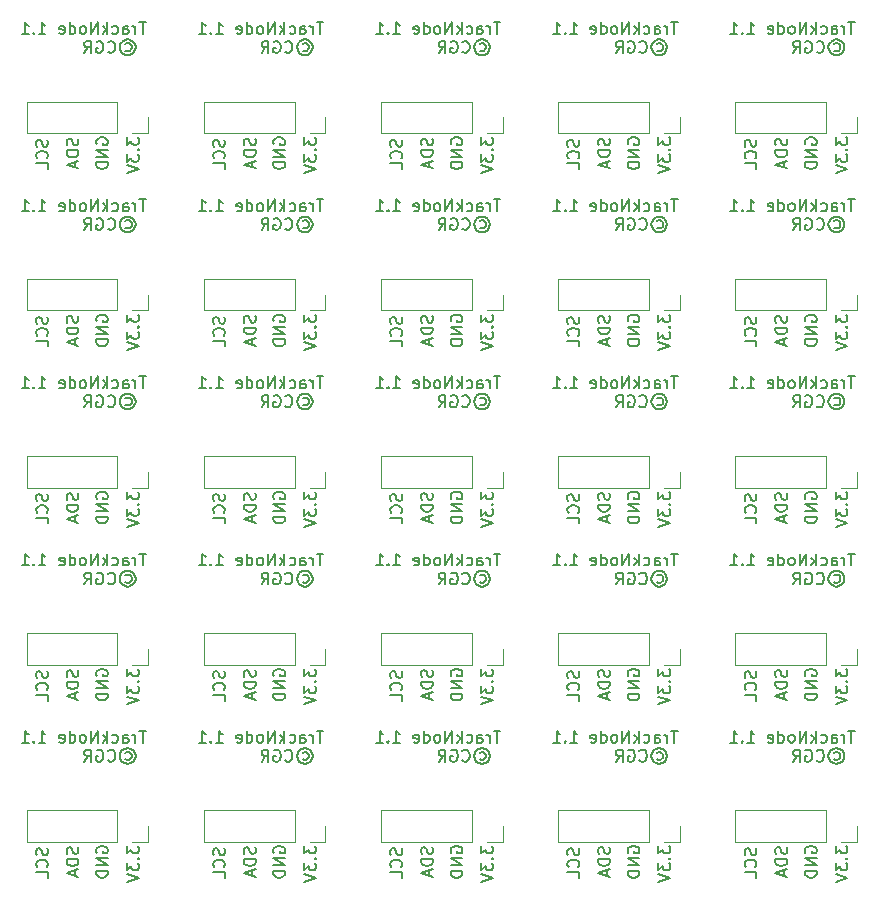
<source format=gbr>
%TF.GenerationSoftware,KiCad,Pcbnew,7.0.1*%
%TF.CreationDate,2025-01-22T18:11:29-05:00*%
%TF.ProjectId,TrackRingA-panel,54726163-6b52-4696-9e67-412d70616e65,rev?*%
%TF.SameCoordinates,Original*%
%TF.FileFunction,Legend,Bot*%
%TF.FilePolarity,Positive*%
%FSLAX46Y46*%
G04 Gerber Fmt 4.6, Leading zero omitted, Abs format (unit mm)*
G04 Created by KiCad (PCBNEW 7.0.1) date 2025-01-22 18:11:29*
%MOMM*%
%LPD*%
G01*
G04 APERTURE LIST*
%ADD10C,0.150000*%
%ADD11C,0.120000*%
G04 APERTURE END LIST*
D10*
X179325238Y-30911904D02*
X179277619Y-30816666D01*
X179277619Y-30816666D02*
X179277619Y-30673809D01*
X179277619Y-30673809D02*
X179325238Y-30530952D01*
X179325238Y-30530952D02*
X179420476Y-30435714D01*
X179420476Y-30435714D02*
X179515714Y-30388095D01*
X179515714Y-30388095D02*
X179706190Y-30340476D01*
X179706190Y-30340476D02*
X179849047Y-30340476D01*
X179849047Y-30340476D02*
X180039523Y-30388095D01*
X180039523Y-30388095D02*
X180134761Y-30435714D01*
X180134761Y-30435714D02*
X180230000Y-30530952D01*
X180230000Y-30530952D02*
X180277619Y-30673809D01*
X180277619Y-30673809D02*
X180277619Y-30769047D01*
X180277619Y-30769047D02*
X180230000Y-30911904D01*
X180230000Y-30911904D02*
X180182380Y-30959523D01*
X180182380Y-30959523D02*
X179849047Y-30959523D01*
X179849047Y-30959523D02*
X179849047Y-30769047D01*
X180277619Y-31388095D02*
X179277619Y-31388095D01*
X179277619Y-31388095D02*
X180277619Y-31959523D01*
X180277619Y-31959523D02*
X179277619Y-31959523D01*
X180277619Y-32435714D02*
X179277619Y-32435714D01*
X179277619Y-32435714D02*
X179277619Y-32673809D01*
X179277619Y-32673809D02*
X179325238Y-32816666D01*
X179325238Y-32816666D02*
X179420476Y-32911904D01*
X179420476Y-32911904D02*
X179515714Y-32959523D01*
X179515714Y-32959523D02*
X179706190Y-33007142D01*
X179706190Y-33007142D02*
X179849047Y-33007142D01*
X179849047Y-33007142D02*
X180039523Y-32959523D01*
X180039523Y-32959523D02*
X180134761Y-32911904D01*
X180134761Y-32911904D02*
X180230000Y-32816666D01*
X180230000Y-32816666D02*
X180277619Y-32673809D01*
X180277619Y-32673809D02*
X180277619Y-32435714D01*
X134325238Y-30911904D02*
X134277619Y-30816666D01*
X134277619Y-30816666D02*
X134277619Y-30673809D01*
X134277619Y-30673809D02*
X134325238Y-30530952D01*
X134325238Y-30530952D02*
X134420476Y-30435714D01*
X134420476Y-30435714D02*
X134515714Y-30388095D01*
X134515714Y-30388095D02*
X134706190Y-30340476D01*
X134706190Y-30340476D02*
X134849047Y-30340476D01*
X134849047Y-30340476D02*
X135039523Y-30388095D01*
X135039523Y-30388095D02*
X135134761Y-30435714D01*
X135134761Y-30435714D02*
X135230000Y-30530952D01*
X135230000Y-30530952D02*
X135277619Y-30673809D01*
X135277619Y-30673809D02*
X135277619Y-30769047D01*
X135277619Y-30769047D02*
X135230000Y-30911904D01*
X135230000Y-30911904D02*
X135182380Y-30959523D01*
X135182380Y-30959523D02*
X134849047Y-30959523D01*
X134849047Y-30959523D02*
X134849047Y-30769047D01*
X135277619Y-31388095D02*
X134277619Y-31388095D01*
X134277619Y-31388095D02*
X135277619Y-31959523D01*
X135277619Y-31959523D02*
X134277619Y-31959523D01*
X135277619Y-32435714D02*
X134277619Y-32435714D01*
X134277619Y-32435714D02*
X134277619Y-32673809D01*
X134277619Y-32673809D02*
X134325238Y-32816666D01*
X134325238Y-32816666D02*
X134420476Y-32911904D01*
X134420476Y-32911904D02*
X134515714Y-32959523D01*
X134515714Y-32959523D02*
X134706190Y-33007142D01*
X134706190Y-33007142D02*
X134849047Y-33007142D01*
X134849047Y-33007142D02*
X135039523Y-32959523D01*
X135039523Y-32959523D02*
X135134761Y-32911904D01*
X135134761Y-32911904D02*
X135230000Y-32816666D01*
X135230000Y-32816666D02*
X135277619Y-32673809D01*
X135277619Y-32673809D02*
X135277619Y-32435714D01*
X164325238Y-30911904D02*
X164277619Y-30816666D01*
X164277619Y-30816666D02*
X164277619Y-30673809D01*
X164277619Y-30673809D02*
X164325238Y-30530952D01*
X164325238Y-30530952D02*
X164420476Y-30435714D01*
X164420476Y-30435714D02*
X164515714Y-30388095D01*
X164515714Y-30388095D02*
X164706190Y-30340476D01*
X164706190Y-30340476D02*
X164849047Y-30340476D01*
X164849047Y-30340476D02*
X165039523Y-30388095D01*
X165039523Y-30388095D02*
X165134761Y-30435714D01*
X165134761Y-30435714D02*
X165230000Y-30530952D01*
X165230000Y-30530952D02*
X165277619Y-30673809D01*
X165277619Y-30673809D02*
X165277619Y-30769047D01*
X165277619Y-30769047D02*
X165230000Y-30911904D01*
X165230000Y-30911904D02*
X165182380Y-30959523D01*
X165182380Y-30959523D02*
X164849047Y-30959523D01*
X164849047Y-30959523D02*
X164849047Y-30769047D01*
X165277619Y-31388095D02*
X164277619Y-31388095D01*
X164277619Y-31388095D02*
X165277619Y-31959523D01*
X165277619Y-31959523D02*
X164277619Y-31959523D01*
X165277619Y-32435714D02*
X164277619Y-32435714D01*
X164277619Y-32435714D02*
X164277619Y-32673809D01*
X164277619Y-32673809D02*
X164325238Y-32816666D01*
X164325238Y-32816666D02*
X164420476Y-32911904D01*
X164420476Y-32911904D02*
X164515714Y-32959523D01*
X164515714Y-32959523D02*
X164706190Y-33007142D01*
X164706190Y-33007142D02*
X164849047Y-33007142D01*
X164849047Y-33007142D02*
X165039523Y-32959523D01*
X165039523Y-32959523D02*
X165134761Y-32911904D01*
X165134761Y-32911904D02*
X165230000Y-32816666D01*
X165230000Y-32816666D02*
X165277619Y-32673809D01*
X165277619Y-32673809D02*
X165277619Y-32435714D01*
X134325238Y-45911904D02*
X134277619Y-45816666D01*
X134277619Y-45816666D02*
X134277619Y-45673809D01*
X134277619Y-45673809D02*
X134325238Y-45530952D01*
X134325238Y-45530952D02*
X134420476Y-45435714D01*
X134420476Y-45435714D02*
X134515714Y-45388095D01*
X134515714Y-45388095D02*
X134706190Y-45340476D01*
X134706190Y-45340476D02*
X134849047Y-45340476D01*
X134849047Y-45340476D02*
X135039523Y-45388095D01*
X135039523Y-45388095D02*
X135134761Y-45435714D01*
X135134761Y-45435714D02*
X135230000Y-45530952D01*
X135230000Y-45530952D02*
X135277619Y-45673809D01*
X135277619Y-45673809D02*
X135277619Y-45769047D01*
X135277619Y-45769047D02*
X135230000Y-45911904D01*
X135230000Y-45911904D02*
X135182380Y-45959523D01*
X135182380Y-45959523D02*
X134849047Y-45959523D01*
X134849047Y-45959523D02*
X134849047Y-45769047D01*
X135277619Y-46388095D02*
X134277619Y-46388095D01*
X134277619Y-46388095D02*
X135277619Y-46959523D01*
X135277619Y-46959523D02*
X134277619Y-46959523D01*
X135277619Y-47435714D02*
X134277619Y-47435714D01*
X134277619Y-47435714D02*
X134277619Y-47673809D01*
X134277619Y-47673809D02*
X134325238Y-47816666D01*
X134325238Y-47816666D02*
X134420476Y-47911904D01*
X134420476Y-47911904D02*
X134515714Y-47959523D01*
X134515714Y-47959523D02*
X134706190Y-48007142D01*
X134706190Y-48007142D02*
X134849047Y-48007142D01*
X134849047Y-48007142D02*
X135039523Y-47959523D01*
X135039523Y-47959523D02*
X135134761Y-47911904D01*
X135134761Y-47911904D02*
X135230000Y-47816666D01*
X135230000Y-47816666D02*
X135277619Y-47673809D01*
X135277619Y-47673809D02*
X135277619Y-47435714D01*
X149325238Y-30911904D02*
X149277619Y-30816666D01*
X149277619Y-30816666D02*
X149277619Y-30673809D01*
X149277619Y-30673809D02*
X149325238Y-30530952D01*
X149325238Y-30530952D02*
X149420476Y-30435714D01*
X149420476Y-30435714D02*
X149515714Y-30388095D01*
X149515714Y-30388095D02*
X149706190Y-30340476D01*
X149706190Y-30340476D02*
X149849047Y-30340476D01*
X149849047Y-30340476D02*
X150039523Y-30388095D01*
X150039523Y-30388095D02*
X150134761Y-30435714D01*
X150134761Y-30435714D02*
X150230000Y-30530952D01*
X150230000Y-30530952D02*
X150277619Y-30673809D01*
X150277619Y-30673809D02*
X150277619Y-30769047D01*
X150277619Y-30769047D02*
X150230000Y-30911904D01*
X150230000Y-30911904D02*
X150182380Y-30959523D01*
X150182380Y-30959523D02*
X149849047Y-30959523D01*
X149849047Y-30959523D02*
X149849047Y-30769047D01*
X150277619Y-31388095D02*
X149277619Y-31388095D01*
X149277619Y-31388095D02*
X150277619Y-31959523D01*
X150277619Y-31959523D02*
X149277619Y-31959523D01*
X150277619Y-32435714D02*
X149277619Y-32435714D01*
X149277619Y-32435714D02*
X149277619Y-32673809D01*
X149277619Y-32673809D02*
X149325238Y-32816666D01*
X149325238Y-32816666D02*
X149420476Y-32911904D01*
X149420476Y-32911904D02*
X149515714Y-32959523D01*
X149515714Y-32959523D02*
X149706190Y-33007142D01*
X149706190Y-33007142D02*
X149849047Y-33007142D01*
X149849047Y-33007142D02*
X150039523Y-32959523D01*
X150039523Y-32959523D02*
X150134761Y-32911904D01*
X150134761Y-32911904D02*
X150230000Y-32816666D01*
X150230000Y-32816666D02*
X150277619Y-32673809D01*
X150277619Y-32673809D02*
X150277619Y-32435714D01*
X164325238Y-45911904D02*
X164277619Y-45816666D01*
X164277619Y-45816666D02*
X164277619Y-45673809D01*
X164277619Y-45673809D02*
X164325238Y-45530952D01*
X164325238Y-45530952D02*
X164420476Y-45435714D01*
X164420476Y-45435714D02*
X164515714Y-45388095D01*
X164515714Y-45388095D02*
X164706190Y-45340476D01*
X164706190Y-45340476D02*
X164849047Y-45340476D01*
X164849047Y-45340476D02*
X165039523Y-45388095D01*
X165039523Y-45388095D02*
X165134761Y-45435714D01*
X165134761Y-45435714D02*
X165230000Y-45530952D01*
X165230000Y-45530952D02*
X165277619Y-45673809D01*
X165277619Y-45673809D02*
X165277619Y-45769047D01*
X165277619Y-45769047D02*
X165230000Y-45911904D01*
X165230000Y-45911904D02*
X165182380Y-45959523D01*
X165182380Y-45959523D02*
X164849047Y-45959523D01*
X164849047Y-45959523D02*
X164849047Y-45769047D01*
X165277619Y-46388095D02*
X164277619Y-46388095D01*
X164277619Y-46388095D02*
X165277619Y-46959523D01*
X165277619Y-46959523D02*
X164277619Y-46959523D01*
X165277619Y-47435714D02*
X164277619Y-47435714D01*
X164277619Y-47435714D02*
X164277619Y-47673809D01*
X164277619Y-47673809D02*
X164325238Y-47816666D01*
X164325238Y-47816666D02*
X164420476Y-47911904D01*
X164420476Y-47911904D02*
X164515714Y-47959523D01*
X164515714Y-47959523D02*
X164706190Y-48007142D01*
X164706190Y-48007142D02*
X164849047Y-48007142D01*
X164849047Y-48007142D02*
X165039523Y-47959523D01*
X165039523Y-47959523D02*
X165134761Y-47911904D01*
X165134761Y-47911904D02*
X165230000Y-47816666D01*
X165230000Y-47816666D02*
X165277619Y-47673809D01*
X165277619Y-47673809D02*
X165277619Y-47435714D01*
X119325238Y-45911904D02*
X119277619Y-45816666D01*
X119277619Y-45816666D02*
X119277619Y-45673809D01*
X119277619Y-45673809D02*
X119325238Y-45530952D01*
X119325238Y-45530952D02*
X119420476Y-45435714D01*
X119420476Y-45435714D02*
X119515714Y-45388095D01*
X119515714Y-45388095D02*
X119706190Y-45340476D01*
X119706190Y-45340476D02*
X119849047Y-45340476D01*
X119849047Y-45340476D02*
X120039523Y-45388095D01*
X120039523Y-45388095D02*
X120134761Y-45435714D01*
X120134761Y-45435714D02*
X120230000Y-45530952D01*
X120230000Y-45530952D02*
X120277619Y-45673809D01*
X120277619Y-45673809D02*
X120277619Y-45769047D01*
X120277619Y-45769047D02*
X120230000Y-45911904D01*
X120230000Y-45911904D02*
X120182380Y-45959523D01*
X120182380Y-45959523D02*
X119849047Y-45959523D01*
X119849047Y-45959523D02*
X119849047Y-45769047D01*
X120277619Y-46388095D02*
X119277619Y-46388095D01*
X119277619Y-46388095D02*
X120277619Y-46959523D01*
X120277619Y-46959523D02*
X119277619Y-46959523D01*
X120277619Y-47435714D02*
X119277619Y-47435714D01*
X119277619Y-47435714D02*
X119277619Y-47673809D01*
X119277619Y-47673809D02*
X119325238Y-47816666D01*
X119325238Y-47816666D02*
X119420476Y-47911904D01*
X119420476Y-47911904D02*
X119515714Y-47959523D01*
X119515714Y-47959523D02*
X119706190Y-48007142D01*
X119706190Y-48007142D02*
X119849047Y-48007142D01*
X119849047Y-48007142D02*
X120039523Y-47959523D01*
X120039523Y-47959523D02*
X120134761Y-47911904D01*
X120134761Y-47911904D02*
X120230000Y-47816666D01*
X120230000Y-47816666D02*
X120277619Y-47673809D01*
X120277619Y-47673809D02*
X120277619Y-47435714D01*
X149325238Y-90911904D02*
X149277619Y-90816666D01*
X149277619Y-90816666D02*
X149277619Y-90673809D01*
X149277619Y-90673809D02*
X149325238Y-90530952D01*
X149325238Y-90530952D02*
X149420476Y-90435714D01*
X149420476Y-90435714D02*
X149515714Y-90388095D01*
X149515714Y-90388095D02*
X149706190Y-90340476D01*
X149706190Y-90340476D02*
X149849047Y-90340476D01*
X149849047Y-90340476D02*
X150039523Y-90388095D01*
X150039523Y-90388095D02*
X150134761Y-90435714D01*
X150134761Y-90435714D02*
X150230000Y-90530952D01*
X150230000Y-90530952D02*
X150277619Y-90673809D01*
X150277619Y-90673809D02*
X150277619Y-90769047D01*
X150277619Y-90769047D02*
X150230000Y-90911904D01*
X150230000Y-90911904D02*
X150182380Y-90959523D01*
X150182380Y-90959523D02*
X149849047Y-90959523D01*
X149849047Y-90959523D02*
X149849047Y-90769047D01*
X150277619Y-91388095D02*
X149277619Y-91388095D01*
X149277619Y-91388095D02*
X150277619Y-91959523D01*
X150277619Y-91959523D02*
X149277619Y-91959523D01*
X150277619Y-92435714D02*
X149277619Y-92435714D01*
X149277619Y-92435714D02*
X149277619Y-92673809D01*
X149277619Y-92673809D02*
X149325238Y-92816666D01*
X149325238Y-92816666D02*
X149420476Y-92911904D01*
X149420476Y-92911904D02*
X149515714Y-92959523D01*
X149515714Y-92959523D02*
X149706190Y-93007142D01*
X149706190Y-93007142D02*
X149849047Y-93007142D01*
X149849047Y-93007142D02*
X150039523Y-92959523D01*
X150039523Y-92959523D02*
X150134761Y-92911904D01*
X150134761Y-92911904D02*
X150230000Y-92816666D01*
X150230000Y-92816666D02*
X150277619Y-92673809D01*
X150277619Y-92673809D02*
X150277619Y-92435714D01*
X179325238Y-45911904D02*
X179277619Y-45816666D01*
X179277619Y-45816666D02*
X179277619Y-45673809D01*
X179277619Y-45673809D02*
X179325238Y-45530952D01*
X179325238Y-45530952D02*
X179420476Y-45435714D01*
X179420476Y-45435714D02*
X179515714Y-45388095D01*
X179515714Y-45388095D02*
X179706190Y-45340476D01*
X179706190Y-45340476D02*
X179849047Y-45340476D01*
X179849047Y-45340476D02*
X180039523Y-45388095D01*
X180039523Y-45388095D02*
X180134761Y-45435714D01*
X180134761Y-45435714D02*
X180230000Y-45530952D01*
X180230000Y-45530952D02*
X180277619Y-45673809D01*
X180277619Y-45673809D02*
X180277619Y-45769047D01*
X180277619Y-45769047D02*
X180230000Y-45911904D01*
X180230000Y-45911904D02*
X180182380Y-45959523D01*
X180182380Y-45959523D02*
X179849047Y-45959523D01*
X179849047Y-45959523D02*
X179849047Y-45769047D01*
X180277619Y-46388095D02*
X179277619Y-46388095D01*
X179277619Y-46388095D02*
X180277619Y-46959523D01*
X180277619Y-46959523D02*
X179277619Y-46959523D01*
X180277619Y-47435714D02*
X179277619Y-47435714D01*
X179277619Y-47435714D02*
X179277619Y-47673809D01*
X179277619Y-47673809D02*
X179325238Y-47816666D01*
X179325238Y-47816666D02*
X179420476Y-47911904D01*
X179420476Y-47911904D02*
X179515714Y-47959523D01*
X179515714Y-47959523D02*
X179706190Y-48007142D01*
X179706190Y-48007142D02*
X179849047Y-48007142D01*
X179849047Y-48007142D02*
X180039523Y-47959523D01*
X180039523Y-47959523D02*
X180134761Y-47911904D01*
X180134761Y-47911904D02*
X180230000Y-47816666D01*
X180230000Y-47816666D02*
X180277619Y-47673809D01*
X180277619Y-47673809D02*
X180277619Y-47435714D01*
X164325238Y-90911904D02*
X164277619Y-90816666D01*
X164277619Y-90816666D02*
X164277619Y-90673809D01*
X164277619Y-90673809D02*
X164325238Y-90530952D01*
X164325238Y-90530952D02*
X164420476Y-90435714D01*
X164420476Y-90435714D02*
X164515714Y-90388095D01*
X164515714Y-90388095D02*
X164706190Y-90340476D01*
X164706190Y-90340476D02*
X164849047Y-90340476D01*
X164849047Y-90340476D02*
X165039523Y-90388095D01*
X165039523Y-90388095D02*
X165134761Y-90435714D01*
X165134761Y-90435714D02*
X165230000Y-90530952D01*
X165230000Y-90530952D02*
X165277619Y-90673809D01*
X165277619Y-90673809D02*
X165277619Y-90769047D01*
X165277619Y-90769047D02*
X165230000Y-90911904D01*
X165230000Y-90911904D02*
X165182380Y-90959523D01*
X165182380Y-90959523D02*
X164849047Y-90959523D01*
X164849047Y-90959523D02*
X164849047Y-90769047D01*
X165277619Y-91388095D02*
X164277619Y-91388095D01*
X164277619Y-91388095D02*
X165277619Y-91959523D01*
X165277619Y-91959523D02*
X164277619Y-91959523D01*
X165277619Y-92435714D02*
X164277619Y-92435714D01*
X164277619Y-92435714D02*
X164277619Y-92673809D01*
X164277619Y-92673809D02*
X164325238Y-92816666D01*
X164325238Y-92816666D02*
X164420476Y-92911904D01*
X164420476Y-92911904D02*
X164515714Y-92959523D01*
X164515714Y-92959523D02*
X164706190Y-93007142D01*
X164706190Y-93007142D02*
X164849047Y-93007142D01*
X164849047Y-93007142D02*
X165039523Y-92959523D01*
X165039523Y-92959523D02*
X165134761Y-92911904D01*
X165134761Y-92911904D02*
X165230000Y-92816666D01*
X165230000Y-92816666D02*
X165277619Y-92673809D01*
X165277619Y-92673809D02*
X165277619Y-92435714D01*
X134325238Y-75911904D02*
X134277619Y-75816666D01*
X134277619Y-75816666D02*
X134277619Y-75673809D01*
X134277619Y-75673809D02*
X134325238Y-75530952D01*
X134325238Y-75530952D02*
X134420476Y-75435714D01*
X134420476Y-75435714D02*
X134515714Y-75388095D01*
X134515714Y-75388095D02*
X134706190Y-75340476D01*
X134706190Y-75340476D02*
X134849047Y-75340476D01*
X134849047Y-75340476D02*
X135039523Y-75388095D01*
X135039523Y-75388095D02*
X135134761Y-75435714D01*
X135134761Y-75435714D02*
X135230000Y-75530952D01*
X135230000Y-75530952D02*
X135277619Y-75673809D01*
X135277619Y-75673809D02*
X135277619Y-75769047D01*
X135277619Y-75769047D02*
X135230000Y-75911904D01*
X135230000Y-75911904D02*
X135182380Y-75959523D01*
X135182380Y-75959523D02*
X134849047Y-75959523D01*
X134849047Y-75959523D02*
X134849047Y-75769047D01*
X135277619Y-76388095D02*
X134277619Y-76388095D01*
X134277619Y-76388095D02*
X135277619Y-76959523D01*
X135277619Y-76959523D02*
X134277619Y-76959523D01*
X135277619Y-77435714D02*
X134277619Y-77435714D01*
X134277619Y-77435714D02*
X134277619Y-77673809D01*
X134277619Y-77673809D02*
X134325238Y-77816666D01*
X134325238Y-77816666D02*
X134420476Y-77911904D01*
X134420476Y-77911904D02*
X134515714Y-77959523D01*
X134515714Y-77959523D02*
X134706190Y-78007142D01*
X134706190Y-78007142D02*
X134849047Y-78007142D01*
X134849047Y-78007142D02*
X135039523Y-77959523D01*
X135039523Y-77959523D02*
X135134761Y-77911904D01*
X135134761Y-77911904D02*
X135230000Y-77816666D01*
X135230000Y-77816666D02*
X135277619Y-77673809D01*
X135277619Y-77673809D02*
X135277619Y-77435714D01*
X164325238Y-60911904D02*
X164277619Y-60816666D01*
X164277619Y-60816666D02*
X164277619Y-60673809D01*
X164277619Y-60673809D02*
X164325238Y-60530952D01*
X164325238Y-60530952D02*
X164420476Y-60435714D01*
X164420476Y-60435714D02*
X164515714Y-60388095D01*
X164515714Y-60388095D02*
X164706190Y-60340476D01*
X164706190Y-60340476D02*
X164849047Y-60340476D01*
X164849047Y-60340476D02*
X165039523Y-60388095D01*
X165039523Y-60388095D02*
X165134761Y-60435714D01*
X165134761Y-60435714D02*
X165230000Y-60530952D01*
X165230000Y-60530952D02*
X165277619Y-60673809D01*
X165277619Y-60673809D02*
X165277619Y-60769047D01*
X165277619Y-60769047D02*
X165230000Y-60911904D01*
X165230000Y-60911904D02*
X165182380Y-60959523D01*
X165182380Y-60959523D02*
X164849047Y-60959523D01*
X164849047Y-60959523D02*
X164849047Y-60769047D01*
X165277619Y-61388095D02*
X164277619Y-61388095D01*
X164277619Y-61388095D02*
X165277619Y-61959523D01*
X165277619Y-61959523D02*
X164277619Y-61959523D01*
X165277619Y-62435714D02*
X164277619Y-62435714D01*
X164277619Y-62435714D02*
X164277619Y-62673809D01*
X164277619Y-62673809D02*
X164325238Y-62816666D01*
X164325238Y-62816666D02*
X164420476Y-62911904D01*
X164420476Y-62911904D02*
X164515714Y-62959523D01*
X164515714Y-62959523D02*
X164706190Y-63007142D01*
X164706190Y-63007142D02*
X164849047Y-63007142D01*
X164849047Y-63007142D02*
X165039523Y-62959523D01*
X165039523Y-62959523D02*
X165134761Y-62911904D01*
X165134761Y-62911904D02*
X165230000Y-62816666D01*
X165230000Y-62816666D02*
X165277619Y-62673809D01*
X165277619Y-62673809D02*
X165277619Y-62435714D01*
X119325238Y-75911904D02*
X119277619Y-75816666D01*
X119277619Y-75816666D02*
X119277619Y-75673809D01*
X119277619Y-75673809D02*
X119325238Y-75530952D01*
X119325238Y-75530952D02*
X119420476Y-75435714D01*
X119420476Y-75435714D02*
X119515714Y-75388095D01*
X119515714Y-75388095D02*
X119706190Y-75340476D01*
X119706190Y-75340476D02*
X119849047Y-75340476D01*
X119849047Y-75340476D02*
X120039523Y-75388095D01*
X120039523Y-75388095D02*
X120134761Y-75435714D01*
X120134761Y-75435714D02*
X120230000Y-75530952D01*
X120230000Y-75530952D02*
X120277619Y-75673809D01*
X120277619Y-75673809D02*
X120277619Y-75769047D01*
X120277619Y-75769047D02*
X120230000Y-75911904D01*
X120230000Y-75911904D02*
X120182380Y-75959523D01*
X120182380Y-75959523D02*
X119849047Y-75959523D01*
X119849047Y-75959523D02*
X119849047Y-75769047D01*
X120277619Y-76388095D02*
X119277619Y-76388095D01*
X119277619Y-76388095D02*
X120277619Y-76959523D01*
X120277619Y-76959523D02*
X119277619Y-76959523D01*
X120277619Y-77435714D02*
X119277619Y-77435714D01*
X119277619Y-77435714D02*
X119277619Y-77673809D01*
X119277619Y-77673809D02*
X119325238Y-77816666D01*
X119325238Y-77816666D02*
X119420476Y-77911904D01*
X119420476Y-77911904D02*
X119515714Y-77959523D01*
X119515714Y-77959523D02*
X119706190Y-78007142D01*
X119706190Y-78007142D02*
X119849047Y-78007142D01*
X119849047Y-78007142D02*
X120039523Y-77959523D01*
X120039523Y-77959523D02*
X120134761Y-77911904D01*
X120134761Y-77911904D02*
X120230000Y-77816666D01*
X120230000Y-77816666D02*
X120277619Y-77673809D01*
X120277619Y-77673809D02*
X120277619Y-77435714D01*
X134325238Y-60911904D02*
X134277619Y-60816666D01*
X134277619Y-60816666D02*
X134277619Y-60673809D01*
X134277619Y-60673809D02*
X134325238Y-60530952D01*
X134325238Y-60530952D02*
X134420476Y-60435714D01*
X134420476Y-60435714D02*
X134515714Y-60388095D01*
X134515714Y-60388095D02*
X134706190Y-60340476D01*
X134706190Y-60340476D02*
X134849047Y-60340476D01*
X134849047Y-60340476D02*
X135039523Y-60388095D01*
X135039523Y-60388095D02*
X135134761Y-60435714D01*
X135134761Y-60435714D02*
X135230000Y-60530952D01*
X135230000Y-60530952D02*
X135277619Y-60673809D01*
X135277619Y-60673809D02*
X135277619Y-60769047D01*
X135277619Y-60769047D02*
X135230000Y-60911904D01*
X135230000Y-60911904D02*
X135182380Y-60959523D01*
X135182380Y-60959523D02*
X134849047Y-60959523D01*
X134849047Y-60959523D02*
X134849047Y-60769047D01*
X135277619Y-61388095D02*
X134277619Y-61388095D01*
X134277619Y-61388095D02*
X135277619Y-61959523D01*
X135277619Y-61959523D02*
X134277619Y-61959523D01*
X135277619Y-62435714D02*
X134277619Y-62435714D01*
X134277619Y-62435714D02*
X134277619Y-62673809D01*
X134277619Y-62673809D02*
X134325238Y-62816666D01*
X134325238Y-62816666D02*
X134420476Y-62911904D01*
X134420476Y-62911904D02*
X134515714Y-62959523D01*
X134515714Y-62959523D02*
X134706190Y-63007142D01*
X134706190Y-63007142D02*
X134849047Y-63007142D01*
X134849047Y-63007142D02*
X135039523Y-62959523D01*
X135039523Y-62959523D02*
X135134761Y-62911904D01*
X135134761Y-62911904D02*
X135230000Y-62816666D01*
X135230000Y-62816666D02*
X135277619Y-62673809D01*
X135277619Y-62673809D02*
X135277619Y-62435714D01*
X179325238Y-60911904D02*
X179277619Y-60816666D01*
X179277619Y-60816666D02*
X179277619Y-60673809D01*
X179277619Y-60673809D02*
X179325238Y-60530952D01*
X179325238Y-60530952D02*
X179420476Y-60435714D01*
X179420476Y-60435714D02*
X179515714Y-60388095D01*
X179515714Y-60388095D02*
X179706190Y-60340476D01*
X179706190Y-60340476D02*
X179849047Y-60340476D01*
X179849047Y-60340476D02*
X180039523Y-60388095D01*
X180039523Y-60388095D02*
X180134761Y-60435714D01*
X180134761Y-60435714D02*
X180230000Y-60530952D01*
X180230000Y-60530952D02*
X180277619Y-60673809D01*
X180277619Y-60673809D02*
X180277619Y-60769047D01*
X180277619Y-60769047D02*
X180230000Y-60911904D01*
X180230000Y-60911904D02*
X180182380Y-60959523D01*
X180182380Y-60959523D02*
X179849047Y-60959523D01*
X179849047Y-60959523D02*
X179849047Y-60769047D01*
X180277619Y-61388095D02*
X179277619Y-61388095D01*
X179277619Y-61388095D02*
X180277619Y-61959523D01*
X180277619Y-61959523D02*
X179277619Y-61959523D01*
X180277619Y-62435714D02*
X179277619Y-62435714D01*
X179277619Y-62435714D02*
X179277619Y-62673809D01*
X179277619Y-62673809D02*
X179325238Y-62816666D01*
X179325238Y-62816666D02*
X179420476Y-62911904D01*
X179420476Y-62911904D02*
X179515714Y-62959523D01*
X179515714Y-62959523D02*
X179706190Y-63007142D01*
X179706190Y-63007142D02*
X179849047Y-63007142D01*
X179849047Y-63007142D02*
X180039523Y-62959523D01*
X180039523Y-62959523D02*
X180134761Y-62911904D01*
X180134761Y-62911904D02*
X180230000Y-62816666D01*
X180230000Y-62816666D02*
X180277619Y-62673809D01*
X180277619Y-62673809D02*
X180277619Y-62435714D01*
X149325238Y-60911904D02*
X149277619Y-60816666D01*
X149277619Y-60816666D02*
X149277619Y-60673809D01*
X149277619Y-60673809D02*
X149325238Y-60530952D01*
X149325238Y-60530952D02*
X149420476Y-60435714D01*
X149420476Y-60435714D02*
X149515714Y-60388095D01*
X149515714Y-60388095D02*
X149706190Y-60340476D01*
X149706190Y-60340476D02*
X149849047Y-60340476D01*
X149849047Y-60340476D02*
X150039523Y-60388095D01*
X150039523Y-60388095D02*
X150134761Y-60435714D01*
X150134761Y-60435714D02*
X150230000Y-60530952D01*
X150230000Y-60530952D02*
X150277619Y-60673809D01*
X150277619Y-60673809D02*
X150277619Y-60769047D01*
X150277619Y-60769047D02*
X150230000Y-60911904D01*
X150230000Y-60911904D02*
X150182380Y-60959523D01*
X150182380Y-60959523D02*
X149849047Y-60959523D01*
X149849047Y-60959523D02*
X149849047Y-60769047D01*
X150277619Y-61388095D02*
X149277619Y-61388095D01*
X149277619Y-61388095D02*
X150277619Y-61959523D01*
X150277619Y-61959523D02*
X149277619Y-61959523D01*
X150277619Y-62435714D02*
X149277619Y-62435714D01*
X149277619Y-62435714D02*
X149277619Y-62673809D01*
X149277619Y-62673809D02*
X149325238Y-62816666D01*
X149325238Y-62816666D02*
X149420476Y-62911904D01*
X149420476Y-62911904D02*
X149515714Y-62959523D01*
X149515714Y-62959523D02*
X149706190Y-63007142D01*
X149706190Y-63007142D02*
X149849047Y-63007142D01*
X149849047Y-63007142D02*
X150039523Y-62959523D01*
X150039523Y-62959523D02*
X150134761Y-62911904D01*
X150134761Y-62911904D02*
X150230000Y-62816666D01*
X150230000Y-62816666D02*
X150277619Y-62673809D01*
X150277619Y-62673809D02*
X150277619Y-62435714D01*
X149325238Y-45911904D02*
X149277619Y-45816666D01*
X149277619Y-45816666D02*
X149277619Y-45673809D01*
X149277619Y-45673809D02*
X149325238Y-45530952D01*
X149325238Y-45530952D02*
X149420476Y-45435714D01*
X149420476Y-45435714D02*
X149515714Y-45388095D01*
X149515714Y-45388095D02*
X149706190Y-45340476D01*
X149706190Y-45340476D02*
X149849047Y-45340476D01*
X149849047Y-45340476D02*
X150039523Y-45388095D01*
X150039523Y-45388095D02*
X150134761Y-45435714D01*
X150134761Y-45435714D02*
X150230000Y-45530952D01*
X150230000Y-45530952D02*
X150277619Y-45673809D01*
X150277619Y-45673809D02*
X150277619Y-45769047D01*
X150277619Y-45769047D02*
X150230000Y-45911904D01*
X150230000Y-45911904D02*
X150182380Y-45959523D01*
X150182380Y-45959523D02*
X149849047Y-45959523D01*
X149849047Y-45959523D02*
X149849047Y-45769047D01*
X150277619Y-46388095D02*
X149277619Y-46388095D01*
X149277619Y-46388095D02*
X150277619Y-46959523D01*
X150277619Y-46959523D02*
X149277619Y-46959523D01*
X150277619Y-47435714D02*
X149277619Y-47435714D01*
X149277619Y-47435714D02*
X149277619Y-47673809D01*
X149277619Y-47673809D02*
X149325238Y-47816666D01*
X149325238Y-47816666D02*
X149420476Y-47911904D01*
X149420476Y-47911904D02*
X149515714Y-47959523D01*
X149515714Y-47959523D02*
X149706190Y-48007142D01*
X149706190Y-48007142D02*
X149849047Y-48007142D01*
X149849047Y-48007142D02*
X150039523Y-47959523D01*
X150039523Y-47959523D02*
X150134761Y-47911904D01*
X150134761Y-47911904D02*
X150230000Y-47816666D01*
X150230000Y-47816666D02*
X150277619Y-47673809D01*
X150277619Y-47673809D02*
X150277619Y-47435714D01*
X119325238Y-60911904D02*
X119277619Y-60816666D01*
X119277619Y-60816666D02*
X119277619Y-60673809D01*
X119277619Y-60673809D02*
X119325238Y-60530952D01*
X119325238Y-60530952D02*
X119420476Y-60435714D01*
X119420476Y-60435714D02*
X119515714Y-60388095D01*
X119515714Y-60388095D02*
X119706190Y-60340476D01*
X119706190Y-60340476D02*
X119849047Y-60340476D01*
X119849047Y-60340476D02*
X120039523Y-60388095D01*
X120039523Y-60388095D02*
X120134761Y-60435714D01*
X120134761Y-60435714D02*
X120230000Y-60530952D01*
X120230000Y-60530952D02*
X120277619Y-60673809D01*
X120277619Y-60673809D02*
X120277619Y-60769047D01*
X120277619Y-60769047D02*
X120230000Y-60911904D01*
X120230000Y-60911904D02*
X120182380Y-60959523D01*
X120182380Y-60959523D02*
X119849047Y-60959523D01*
X119849047Y-60959523D02*
X119849047Y-60769047D01*
X120277619Y-61388095D02*
X119277619Y-61388095D01*
X119277619Y-61388095D02*
X120277619Y-61959523D01*
X120277619Y-61959523D02*
X119277619Y-61959523D01*
X120277619Y-62435714D02*
X119277619Y-62435714D01*
X119277619Y-62435714D02*
X119277619Y-62673809D01*
X119277619Y-62673809D02*
X119325238Y-62816666D01*
X119325238Y-62816666D02*
X119420476Y-62911904D01*
X119420476Y-62911904D02*
X119515714Y-62959523D01*
X119515714Y-62959523D02*
X119706190Y-63007142D01*
X119706190Y-63007142D02*
X119849047Y-63007142D01*
X119849047Y-63007142D02*
X120039523Y-62959523D01*
X120039523Y-62959523D02*
X120134761Y-62911904D01*
X120134761Y-62911904D02*
X120230000Y-62816666D01*
X120230000Y-62816666D02*
X120277619Y-62673809D01*
X120277619Y-62673809D02*
X120277619Y-62435714D01*
X164325238Y-75911904D02*
X164277619Y-75816666D01*
X164277619Y-75816666D02*
X164277619Y-75673809D01*
X164277619Y-75673809D02*
X164325238Y-75530952D01*
X164325238Y-75530952D02*
X164420476Y-75435714D01*
X164420476Y-75435714D02*
X164515714Y-75388095D01*
X164515714Y-75388095D02*
X164706190Y-75340476D01*
X164706190Y-75340476D02*
X164849047Y-75340476D01*
X164849047Y-75340476D02*
X165039523Y-75388095D01*
X165039523Y-75388095D02*
X165134761Y-75435714D01*
X165134761Y-75435714D02*
X165230000Y-75530952D01*
X165230000Y-75530952D02*
X165277619Y-75673809D01*
X165277619Y-75673809D02*
X165277619Y-75769047D01*
X165277619Y-75769047D02*
X165230000Y-75911904D01*
X165230000Y-75911904D02*
X165182380Y-75959523D01*
X165182380Y-75959523D02*
X164849047Y-75959523D01*
X164849047Y-75959523D02*
X164849047Y-75769047D01*
X165277619Y-76388095D02*
X164277619Y-76388095D01*
X164277619Y-76388095D02*
X165277619Y-76959523D01*
X165277619Y-76959523D02*
X164277619Y-76959523D01*
X165277619Y-77435714D02*
X164277619Y-77435714D01*
X164277619Y-77435714D02*
X164277619Y-77673809D01*
X164277619Y-77673809D02*
X164325238Y-77816666D01*
X164325238Y-77816666D02*
X164420476Y-77911904D01*
X164420476Y-77911904D02*
X164515714Y-77959523D01*
X164515714Y-77959523D02*
X164706190Y-78007142D01*
X164706190Y-78007142D02*
X164849047Y-78007142D01*
X164849047Y-78007142D02*
X165039523Y-77959523D01*
X165039523Y-77959523D02*
X165134761Y-77911904D01*
X165134761Y-77911904D02*
X165230000Y-77816666D01*
X165230000Y-77816666D02*
X165277619Y-77673809D01*
X165277619Y-77673809D02*
X165277619Y-77435714D01*
X134325238Y-90911904D02*
X134277619Y-90816666D01*
X134277619Y-90816666D02*
X134277619Y-90673809D01*
X134277619Y-90673809D02*
X134325238Y-90530952D01*
X134325238Y-90530952D02*
X134420476Y-90435714D01*
X134420476Y-90435714D02*
X134515714Y-90388095D01*
X134515714Y-90388095D02*
X134706190Y-90340476D01*
X134706190Y-90340476D02*
X134849047Y-90340476D01*
X134849047Y-90340476D02*
X135039523Y-90388095D01*
X135039523Y-90388095D02*
X135134761Y-90435714D01*
X135134761Y-90435714D02*
X135230000Y-90530952D01*
X135230000Y-90530952D02*
X135277619Y-90673809D01*
X135277619Y-90673809D02*
X135277619Y-90769047D01*
X135277619Y-90769047D02*
X135230000Y-90911904D01*
X135230000Y-90911904D02*
X135182380Y-90959523D01*
X135182380Y-90959523D02*
X134849047Y-90959523D01*
X134849047Y-90959523D02*
X134849047Y-90769047D01*
X135277619Y-91388095D02*
X134277619Y-91388095D01*
X134277619Y-91388095D02*
X135277619Y-91959523D01*
X135277619Y-91959523D02*
X134277619Y-91959523D01*
X135277619Y-92435714D02*
X134277619Y-92435714D01*
X134277619Y-92435714D02*
X134277619Y-92673809D01*
X134277619Y-92673809D02*
X134325238Y-92816666D01*
X134325238Y-92816666D02*
X134420476Y-92911904D01*
X134420476Y-92911904D02*
X134515714Y-92959523D01*
X134515714Y-92959523D02*
X134706190Y-93007142D01*
X134706190Y-93007142D02*
X134849047Y-93007142D01*
X134849047Y-93007142D02*
X135039523Y-92959523D01*
X135039523Y-92959523D02*
X135134761Y-92911904D01*
X135134761Y-92911904D02*
X135230000Y-92816666D01*
X135230000Y-92816666D02*
X135277619Y-92673809D01*
X135277619Y-92673809D02*
X135277619Y-92435714D01*
X179325238Y-90911904D02*
X179277619Y-90816666D01*
X179277619Y-90816666D02*
X179277619Y-90673809D01*
X179277619Y-90673809D02*
X179325238Y-90530952D01*
X179325238Y-90530952D02*
X179420476Y-90435714D01*
X179420476Y-90435714D02*
X179515714Y-90388095D01*
X179515714Y-90388095D02*
X179706190Y-90340476D01*
X179706190Y-90340476D02*
X179849047Y-90340476D01*
X179849047Y-90340476D02*
X180039523Y-90388095D01*
X180039523Y-90388095D02*
X180134761Y-90435714D01*
X180134761Y-90435714D02*
X180230000Y-90530952D01*
X180230000Y-90530952D02*
X180277619Y-90673809D01*
X180277619Y-90673809D02*
X180277619Y-90769047D01*
X180277619Y-90769047D02*
X180230000Y-90911904D01*
X180230000Y-90911904D02*
X180182380Y-90959523D01*
X180182380Y-90959523D02*
X179849047Y-90959523D01*
X179849047Y-90959523D02*
X179849047Y-90769047D01*
X180277619Y-91388095D02*
X179277619Y-91388095D01*
X179277619Y-91388095D02*
X180277619Y-91959523D01*
X180277619Y-91959523D02*
X179277619Y-91959523D01*
X180277619Y-92435714D02*
X179277619Y-92435714D01*
X179277619Y-92435714D02*
X179277619Y-92673809D01*
X179277619Y-92673809D02*
X179325238Y-92816666D01*
X179325238Y-92816666D02*
X179420476Y-92911904D01*
X179420476Y-92911904D02*
X179515714Y-92959523D01*
X179515714Y-92959523D02*
X179706190Y-93007142D01*
X179706190Y-93007142D02*
X179849047Y-93007142D01*
X179849047Y-93007142D02*
X180039523Y-92959523D01*
X180039523Y-92959523D02*
X180134761Y-92911904D01*
X180134761Y-92911904D02*
X180230000Y-92816666D01*
X180230000Y-92816666D02*
X180277619Y-92673809D01*
X180277619Y-92673809D02*
X180277619Y-92435714D01*
X119325238Y-90911904D02*
X119277619Y-90816666D01*
X119277619Y-90816666D02*
X119277619Y-90673809D01*
X119277619Y-90673809D02*
X119325238Y-90530952D01*
X119325238Y-90530952D02*
X119420476Y-90435714D01*
X119420476Y-90435714D02*
X119515714Y-90388095D01*
X119515714Y-90388095D02*
X119706190Y-90340476D01*
X119706190Y-90340476D02*
X119849047Y-90340476D01*
X119849047Y-90340476D02*
X120039523Y-90388095D01*
X120039523Y-90388095D02*
X120134761Y-90435714D01*
X120134761Y-90435714D02*
X120230000Y-90530952D01*
X120230000Y-90530952D02*
X120277619Y-90673809D01*
X120277619Y-90673809D02*
X120277619Y-90769047D01*
X120277619Y-90769047D02*
X120230000Y-90911904D01*
X120230000Y-90911904D02*
X120182380Y-90959523D01*
X120182380Y-90959523D02*
X119849047Y-90959523D01*
X119849047Y-90959523D02*
X119849047Y-90769047D01*
X120277619Y-91388095D02*
X119277619Y-91388095D01*
X119277619Y-91388095D02*
X120277619Y-91959523D01*
X120277619Y-91959523D02*
X119277619Y-91959523D01*
X120277619Y-92435714D02*
X119277619Y-92435714D01*
X119277619Y-92435714D02*
X119277619Y-92673809D01*
X119277619Y-92673809D02*
X119325238Y-92816666D01*
X119325238Y-92816666D02*
X119420476Y-92911904D01*
X119420476Y-92911904D02*
X119515714Y-92959523D01*
X119515714Y-92959523D02*
X119706190Y-93007142D01*
X119706190Y-93007142D02*
X119849047Y-93007142D01*
X119849047Y-93007142D02*
X120039523Y-92959523D01*
X120039523Y-92959523D02*
X120134761Y-92911904D01*
X120134761Y-92911904D02*
X120230000Y-92816666D01*
X120230000Y-92816666D02*
X120277619Y-92673809D01*
X120277619Y-92673809D02*
X120277619Y-92435714D01*
X179325238Y-75911904D02*
X179277619Y-75816666D01*
X179277619Y-75816666D02*
X179277619Y-75673809D01*
X179277619Y-75673809D02*
X179325238Y-75530952D01*
X179325238Y-75530952D02*
X179420476Y-75435714D01*
X179420476Y-75435714D02*
X179515714Y-75388095D01*
X179515714Y-75388095D02*
X179706190Y-75340476D01*
X179706190Y-75340476D02*
X179849047Y-75340476D01*
X179849047Y-75340476D02*
X180039523Y-75388095D01*
X180039523Y-75388095D02*
X180134761Y-75435714D01*
X180134761Y-75435714D02*
X180230000Y-75530952D01*
X180230000Y-75530952D02*
X180277619Y-75673809D01*
X180277619Y-75673809D02*
X180277619Y-75769047D01*
X180277619Y-75769047D02*
X180230000Y-75911904D01*
X180230000Y-75911904D02*
X180182380Y-75959523D01*
X180182380Y-75959523D02*
X179849047Y-75959523D01*
X179849047Y-75959523D02*
X179849047Y-75769047D01*
X180277619Y-76388095D02*
X179277619Y-76388095D01*
X179277619Y-76388095D02*
X180277619Y-76959523D01*
X180277619Y-76959523D02*
X179277619Y-76959523D01*
X180277619Y-77435714D02*
X179277619Y-77435714D01*
X179277619Y-77435714D02*
X179277619Y-77673809D01*
X179277619Y-77673809D02*
X179325238Y-77816666D01*
X179325238Y-77816666D02*
X179420476Y-77911904D01*
X179420476Y-77911904D02*
X179515714Y-77959523D01*
X179515714Y-77959523D02*
X179706190Y-78007142D01*
X179706190Y-78007142D02*
X179849047Y-78007142D01*
X179849047Y-78007142D02*
X180039523Y-77959523D01*
X180039523Y-77959523D02*
X180134761Y-77911904D01*
X180134761Y-77911904D02*
X180230000Y-77816666D01*
X180230000Y-77816666D02*
X180277619Y-77673809D01*
X180277619Y-77673809D02*
X180277619Y-77435714D01*
X149325238Y-75911904D02*
X149277619Y-75816666D01*
X149277619Y-75816666D02*
X149277619Y-75673809D01*
X149277619Y-75673809D02*
X149325238Y-75530952D01*
X149325238Y-75530952D02*
X149420476Y-75435714D01*
X149420476Y-75435714D02*
X149515714Y-75388095D01*
X149515714Y-75388095D02*
X149706190Y-75340476D01*
X149706190Y-75340476D02*
X149849047Y-75340476D01*
X149849047Y-75340476D02*
X150039523Y-75388095D01*
X150039523Y-75388095D02*
X150134761Y-75435714D01*
X150134761Y-75435714D02*
X150230000Y-75530952D01*
X150230000Y-75530952D02*
X150277619Y-75673809D01*
X150277619Y-75673809D02*
X150277619Y-75769047D01*
X150277619Y-75769047D02*
X150230000Y-75911904D01*
X150230000Y-75911904D02*
X150182380Y-75959523D01*
X150182380Y-75959523D02*
X149849047Y-75959523D01*
X149849047Y-75959523D02*
X149849047Y-75769047D01*
X150277619Y-76388095D02*
X149277619Y-76388095D01*
X149277619Y-76388095D02*
X150277619Y-76959523D01*
X150277619Y-76959523D02*
X149277619Y-76959523D01*
X150277619Y-77435714D02*
X149277619Y-77435714D01*
X149277619Y-77435714D02*
X149277619Y-77673809D01*
X149277619Y-77673809D02*
X149325238Y-77816666D01*
X149325238Y-77816666D02*
X149420476Y-77911904D01*
X149420476Y-77911904D02*
X149515714Y-77959523D01*
X149515714Y-77959523D02*
X149706190Y-78007142D01*
X149706190Y-78007142D02*
X149849047Y-78007142D01*
X149849047Y-78007142D02*
X150039523Y-77959523D01*
X150039523Y-77959523D02*
X150134761Y-77911904D01*
X150134761Y-77911904D02*
X150230000Y-77816666D01*
X150230000Y-77816666D02*
X150277619Y-77673809D01*
X150277619Y-77673809D02*
X150277619Y-77435714D01*
X119325238Y-30911904D02*
X119277619Y-30816666D01*
X119277619Y-30816666D02*
X119277619Y-30673809D01*
X119277619Y-30673809D02*
X119325238Y-30530952D01*
X119325238Y-30530952D02*
X119420476Y-30435714D01*
X119420476Y-30435714D02*
X119515714Y-30388095D01*
X119515714Y-30388095D02*
X119706190Y-30340476D01*
X119706190Y-30340476D02*
X119849047Y-30340476D01*
X119849047Y-30340476D02*
X120039523Y-30388095D01*
X120039523Y-30388095D02*
X120134761Y-30435714D01*
X120134761Y-30435714D02*
X120230000Y-30530952D01*
X120230000Y-30530952D02*
X120277619Y-30673809D01*
X120277619Y-30673809D02*
X120277619Y-30769047D01*
X120277619Y-30769047D02*
X120230000Y-30911904D01*
X120230000Y-30911904D02*
X120182380Y-30959523D01*
X120182380Y-30959523D02*
X119849047Y-30959523D01*
X119849047Y-30959523D02*
X119849047Y-30769047D01*
X120277619Y-31388095D02*
X119277619Y-31388095D01*
X119277619Y-31388095D02*
X120277619Y-31959523D01*
X120277619Y-31959523D02*
X119277619Y-31959523D01*
X120277619Y-32435714D02*
X119277619Y-32435714D01*
X119277619Y-32435714D02*
X119277619Y-32673809D01*
X119277619Y-32673809D02*
X119325238Y-32816666D01*
X119325238Y-32816666D02*
X119420476Y-32911904D01*
X119420476Y-32911904D02*
X119515714Y-32959523D01*
X119515714Y-32959523D02*
X119706190Y-33007142D01*
X119706190Y-33007142D02*
X119849047Y-33007142D01*
X119849047Y-33007142D02*
X120039523Y-32959523D01*
X120039523Y-32959523D02*
X120134761Y-32911904D01*
X120134761Y-32911904D02*
X120230000Y-32816666D01*
X120230000Y-32816666D02*
X120277619Y-32673809D01*
X120277619Y-32673809D02*
X120277619Y-32435714D01*
X166752380Y-22415714D02*
X166847619Y-22368095D01*
X166847619Y-22368095D02*
X167038095Y-22368095D01*
X167038095Y-22368095D02*
X167133333Y-22415714D01*
X167133333Y-22415714D02*
X167228571Y-22510952D01*
X167228571Y-22510952D02*
X167276190Y-22606190D01*
X167276190Y-22606190D02*
X167276190Y-22796666D01*
X167276190Y-22796666D02*
X167228571Y-22891904D01*
X167228571Y-22891904D02*
X167133333Y-22987142D01*
X167133333Y-22987142D02*
X167038095Y-23034761D01*
X167038095Y-23034761D02*
X166847619Y-23034761D01*
X166847619Y-23034761D02*
X166752380Y-22987142D01*
X166942857Y-22034761D02*
X167180952Y-22082380D01*
X167180952Y-22082380D02*
X167419047Y-22225238D01*
X167419047Y-22225238D02*
X167561904Y-22463333D01*
X167561904Y-22463333D02*
X167609523Y-22701428D01*
X167609523Y-22701428D02*
X167561904Y-22939523D01*
X167561904Y-22939523D02*
X167419047Y-23177619D01*
X167419047Y-23177619D02*
X167180952Y-23320476D01*
X167180952Y-23320476D02*
X166942857Y-23368095D01*
X166942857Y-23368095D02*
X166704761Y-23320476D01*
X166704761Y-23320476D02*
X166466666Y-23177619D01*
X166466666Y-23177619D02*
X166323809Y-22939523D01*
X166323809Y-22939523D02*
X166276190Y-22701428D01*
X166276190Y-22701428D02*
X166323809Y-22463333D01*
X166323809Y-22463333D02*
X166466666Y-22225238D01*
X166466666Y-22225238D02*
X166704761Y-22082380D01*
X166704761Y-22082380D02*
X166942857Y-22034761D01*
X165276190Y-23082380D02*
X165323809Y-23130000D01*
X165323809Y-23130000D02*
X165466666Y-23177619D01*
X165466666Y-23177619D02*
X165561904Y-23177619D01*
X165561904Y-23177619D02*
X165704761Y-23130000D01*
X165704761Y-23130000D02*
X165799999Y-23034761D01*
X165799999Y-23034761D02*
X165847618Y-22939523D01*
X165847618Y-22939523D02*
X165895237Y-22749047D01*
X165895237Y-22749047D02*
X165895237Y-22606190D01*
X165895237Y-22606190D02*
X165847618Y-22415714D01*
X165847618Y-22415714D02*
X165799999Y-22320476D01*
X165799999Y-22320476D02*
X165704761Y-22225238D01*
X165704761Y-22225238D02*
X165561904Y-22177619D01*
X165561904Y-22177619D02*
X165466666Y-22177619D01*
X165466666Y-22177619D02*
X165323809Y-22225238D01*
X165323809Y-22225238D02*
X165276190Y-22272857D01*
X164323809Y-22225238D02*
X164419047Y-22177619D01*
X164419047Y-22177619D02*
X164561904Y-22177619D01*
X164561904Y-22177619D02*
X164704761Y-22225238D01*
X164704761Y-22225238D02*
X164799999Y-22320476D01*
X164799999Y-22320476D02*
X164847618Y-22415714D01*
X164847618Y-22415714D02*
X164895237Y-22606190D01*
X164895237Y-22606190D02*
X164895237Y-22749047D01*
X164895237Y-22749047D02*
X164847618Y-22939523D01*
X164847618Y-22939523D02*
X164799999Y-23034761D01*
X164799999Y-23034761D02*
X164704761Y-23130000D01*
X164704761Y-23130000D02*
X164561904Y-23177619D01*
X164561904Y-23177619D02*
X164466666Y-23177619D01*
X164466666Y-23177619D02*
X164323809Y-23130000D01*
X164323809Y-23130000D02*
X164276190Y-23082380D01*
X164276190Y-23082380D02*
X164276190Y-22749047D01*
X164276190Y-22749047D02*
X164466666Y-22749047D01*
X163276190Y-23177619D02*
X163609523Y-22701428D01*
X163847618Y-23177619D02*
X163847618Y-22177619D01*
X163847618Y-22177619D02*
X163466666Y-22177619D01*
X163466666Y-22177619D02*
X163371428Y-22225238D01*
X163371428Y-22225238D02*
X163323809Y-22272857D01*
X163323809Y-22272857D02*
X163276190Y-22368095D01*
X163276190Y-22368095D02*
X163276190Y-22510952D01*
X163276190Y-22510952D02*
X163323809Y-22606190D01*
X163323809Y-22606190D02*
X163371428Y-22653809D01*
X163371428Y-22653809D02*
X163466666Y-22701428D01*
X163466666Y-22701428D02*
X163847618Y-22701428D01*
X121752380Y-37415714D02*
X121847619Y-37368095D01*
X121847619Y-37368095D02*
X122038095Y-37368095D01*
X122038095Y-37368095D02*
X122133333Y-37415714D01*
X122133333Y-37415714D02*
X122228571Y-37510952D01*
X122228571Y-37510952D02*
X122276190Y-37606190D01*
X122276190Y-37606190D02*
X122276190Y-37796666D01*
X122276190Y-37796666D02*
X122228571Y-37891904D01*
X122228571Y-37891904D02*
X122133333Y-37987142D01*
X122133333Y-37987142D02*
X122038095Y-38034761D01*
X122038095Y-38034761D02*
X121847619Y-38034761D01*
X121847619Y-38034761D02*
X121752380Y-37987142D01*
X121942857Y-37034761D02*
X122180952Y-37082380D01*
X122180952Y-37082380D02*
X122419047Y-37225238D01*
X122419047Y-37225238D02*
X122561904Y-37463333D01*
X122561904Y-37463333D02*
X122609523Y-37701428D01*
X122609523Y-37701428D02*
X122561904Y-37939523D01*
X122561904Y-37939523D02*
X122419047Y-38177619D01*
X122419047Y-38177619D02*
X122180952Y-38320476D01*
X122180952Y-38320476D02*
X121942857Y-38368095D01*
X121942857Y-38368095D02*
X121704761Y-38320476D01*
X121704761Y-38320476D02*
X121466666Y-38177619D01*
X121466666Y-38177619D02*
X121323809Y-37939523D01*
X121323809Y-37939523D02*
X121276190Y-37701428D01*
X121276190Y-37701428D02*
X121323809Y-37463333D01*
X121323809Y-37463333D02*
X121466666Y-37225238D01*
X121466666Y-37225238D02*
X121704761Y-37082380D01*
X121704761Y-37082380D02*
X121942857Y-37034761D01*
X120276190Y-38082380D02*
X120323809Y-38130000D01*
X120323809Y-38130000D02*
X120466666Y-38177619D01*
X120466666Y-38177619D02*
X120561904Y-38177619D01*
X120561904Y-38177619D02*
X120704761Y-38130000D01*
X120704761Y-38130000D02*
X120799999Y-38034761D01*
X120799999Y-38034761D02*
X120847618Y-37939523D01*
X120847618Y-37939523D02*
X120895237Y-37749047D01*
X120895237Y-37749047D02*
X120895237Y-37606190D01*
X120895237Y-37606190D02*
X120847618Y-37415714D01*
X120847618Y-37415714D02*
X120799999Y-37320476D01*
X120799999Y-37320476D02*
X120704761Y-37225238D01*
X120704761Y-37225238D02*
X120561904Y-37177619D01*
X120561904Y-37177619D02*
X120466666Y-37177619D01*
X120466666Y-37177619D02*
X120323809Y-37225238D01*
X120323809Y-37225238D02*
X120276190Y-37272857D01*
X119323809Y-37225238D02*
X119419047Y-37177619D01*
X119419047Y-37177619D02*
X119561904Y-37177619D01*
X119561904Y-37177619D02*
X119704761Y-37225238D01*
X119704761Y-37225238D02*
X119799999Y-37320476D01*
X119799999Y-37320476D02*
X119847618Y-37415714D01*
X119847618Y-37415714D02*
X119895237Y-37606190D01*
X119895237Y-37606190D02*
X119895237Y-37749047D01*
X119895237Y-37749047D02*
X119847618Y-37939523D01*
X119847618Y-37939523D02*
X119799999Y-38034761D01*
X119799999Y-38034761D02*
X119704761Y-38130000D01*
X119704761Y-38130000D02*
X119561904Y-38177619D01*
X119561904Y-38177619D02*
X119466666Y-38177619D01*
X119466666Y-38177619D02*
X119323809Y-38130000D01*
X119323809Y-38130000D02*
X119276190Y-38082380D01*
X119276190Y-38082380D02*
X119276190Y-37749047D01*
X119276190Y-37749047D02*
X119466666Y-37749047D01*
X118276190Y-38177619D02*
X118609523Y-37701428D01*
X118847618Y-38177619D02*
X118847618Y-37177619D01*
X118847618Y-37177619D02*
X118466666Y-37177619D01*
X118466666Y-37177619D02*
X118371428Y-37225238D01*
X118371428Y-37225238D02*
X118323809Y-37272857D01*
X118323809Y-37272857D02*
X118276190Y-37368095D01*
X118276190Y-37368095D02*
X118276190Y-37510952D01*
X118276190Y-37510952D02*
X118323809Y-37606190D01*
X118323809Y-37606190D02*
X118371428Y-37653809D01*
X118371428Y-37653809D02*
X118466666Y-37701428D01*
X118466666Y-37701428D02*
X118847618Y-37701428D01*
X181752380Y-22415714D02*
X181847619Y-22368095D01*
X181847619Y-22368095D02*
X182038095Y-22368095D01*
X182038095Y-22368095D02*
X182133333Y-22415714D01*
X182133333Y-22415714D02*
X182228571Y-22510952D01*
X182228571Y-22510952D02*
X182276190Y-22606190D01*
X182276190Y-22606190D02*
X182276190Y-22796666D01*
X182276190Y-22796666D02*
X182228571Y-22891904D01*
X182228571Y-22891904D02*
X182133333Y-22987142D01*
X182133333Y-22987142D02*
X182038095Y-23034761D01*
X182038095Y-23034761D02*
X181847619Y-23034761D01*
X181847619Y-23034761D02*
X181752380Y-22987142D01*
X181942857Y-22034761D02*
X182180952Y-22082380D01*
X182180952Y-22082380D02*
X182419047Y-22225238D01*
X182419047Y-22225238D02*
X182561904Y-22463333D01*
X182561904Y-22463333D02*
X182609523Y-22701428D01*
X182609523Y-22701428D02*
X182561904Y-22939523D01*
X182561904Y-22939523D02*
X182419047Y-23177619D01*
X182419047Y-23177619D02*
X182180952Y-23320476D01*
X182180952Y-23320476D02*
X181942857Y-23368095D01*
X181942857Y-23368095D02*
X181704761Y-23320476D01*
X181704761Y-23320476D02*
X181466666Y-23177619D01*
X181466666Y-23177619D02*
X181323809Y-22939523D01*
X181323809Y-22939523D02*
X181276190Y-22701428D01*
X181276190Y-22701428D02*
X181323809Y-22463333D01*
X181323809Y-22463333D02*
X181466666Y-22225238D01*
X181466666Y-22225238D02*
X181704761Y-22082380D01*
X181704761Y-22082380D02*
X181942857Y-22034761D01*
X180276190Y-23082380D02*
X180323809Y-23130000D01*
X180323809Y-23130000D02*
X180466666Y-23177619D01*
X180466666Y-23177619D02*
X180561904Y-23177619D01*
X180561904Y-23177619D02*
X180704761Y-23130000D01*
X180704761Y-23130000D02*
X180799999Y-23034761D01*
X180799999Y-23034761D02*
X180847618Y-22939523D01*
X180847618Y-22939523D02*
X180895237Y-22749047D01*
X180895237Y-22749047D02*
X180895237Y-22606190D01*
X180895237Y-22606190D02*
X180847618Y-22415714D01*
X180847618Y-22415714D02*
X180799999Y-22320476D01*
X180799999Y-22320476D02*
X180704761Y-22225238D01*
X180704761Y-22225238D02*
X180561904Y-22177619D01*
X180561904Y-22177619D02*
X180466666Y-22177619D01*
X180466666Y-22177619D02*
X180323809Y-22225238D01*
X180323809Y-22225238D02*
X180276190Y-22272857D01*
X179323809Y-22225238D02*
X179419047Y-22177619D01*
X179419047Y-22177619D02*
X179561904Y-22177619D01*
X179561904Y-22177619D02*
X179704761Y-22225238D01*
X179704761Y-22225238D02*
X179799999Y-22320476D01*
X179799999Y-22320476D02*
X179847618Y-22415714D01*
X179847618Y-22415714D02*
X179895237Y-22606190D01*
X179895237Y-22606190D02*
X179895237Y-22749047D01*
X179895237Y-22749047D02*
X179847618Y-22939523D01*
X179847618Y-22939523D02*
X179799999Y-23034761D01*
X179799999Y-23034761D02*
X179704761Y-23130000D01*
X179704761Y-23130000D02*
X179561904Y-23177619D01*
X179561904Y-23177619D02*
X179466666Y-23177619D01*
X179466666Y-23177619D02*
X179323809Y-23130000D01*
X179323809Y-23130000D02*
X179276190Y-23082380D01*
X179276190Y-23082380D02*
X179276190Y-22749047D01*
X179276190Y-22749047D02*
X179466666Y-22749047D01*
X178276190Y-23177619D02*
X178609523Y-22701428D01*
X178847618Y-23177619D02*
X178847618Y-22177619D01*
X178847618Y-22177619D02*
X178466666Y-22177619D01*
X178466666Y-22177619D02*
X178371428Y-22225238D01*
X178371428Y-22225238D02*
X178323809Y-22272857D01*
X178323809Y-22272857D02*
X178276190Y-22368095D01*
X178276190Y-22368095D02*
X178276190Y-22510952D01*
X178276190Y-22510952D02*
X178323809Y-22606190D01*
X178323809Y-22606190D02*
X178371428Y-22653809D01*
X178371428Y-22653809D02*
X178466666Y-22701428D01*
X178466666Y-22701428D02*
X178847618Y-22701428D01*
X136752380Y-52415714D02*
X136847619Y-52368095D01*
X136847619Y-52368095D02*
X137038095Y-52368095D01*
X137038095Y-52368095D02*
X137133333Y-52415714D01*
X137133333Y-52415714D02*
X137228571Y-52510952D01*
X137228571Y-52510952D02*
X137276190Y-52606190D01*
X137276190Y-52606190D02*
X137276190Y-52796666D01*
X137276190Y-52796666D02*
X137228571Y-52891904D01*
X137228571Y-52891904D02*
X137133333Y-52987142D01*
X137133333Y-52987142D02*
X137038095Y-53034761D01*
X137038095Y-53034761D02*
X136847619Y-53034761D01*
X136847619Y-53034761D02*
X136752380Y-52987142D01*
X136942857Y-52034761D02*
X137180952Y-52082380D01*
X137180952Y-52082380D02*
X137419047Y-52225238D01*
X137419047Y-52225238D02*
X137561904Y-52463333D01*
X137561904Y-52463333D02*
X137609523Y-52701428D01*
X137609523Y-52701428D02*
X137561904Y-52939523D01*
X137561904Y-52939523D02*
X137419047Y-53177619D01*
X137419047Y-53177619D02*
X137180952Y-53320476D01*
X137180952Y-53320476D02*
X136942857Y-53368095D01*
X136942857Y-53368095D02*
X136704761Y-53320476D01*
X136704761Y-53320476D02*
X136466666Y-53177619D01*
X136466666Y-53177619D02*
X136323809Y-52939523D01*
X136323809Y-52939523D02*
X136276190Y-52701428D01*
X136276190Y-52701428D02*
X136323809Y-52463333D01*
X136323809Y-52463333D02*
X136466666Y-52225238D01*
X136466666Y-52225238D02*
X136704761Y-52082380D01*
X136704761Y-52082380D02*
X136942857Y-52034761D01*
X135276190Y-53082380D02*
X135323809Y-53130000D01*
X135323809Y-53130000D02*
X135466666Y-53177619D01*
X135466666Y-53177619D02*
X135561904Y-53177619D01*
X135561904Y-53177619D02*
X135704761Y-53130000D01*
X135704761Y-53130000D02*
X135799999Y-53034761D01*
X135799999Y-53034761D02*
X135847618Y-52939523D01*
X135847618Y-52939523D02*
X135895237Y-52749047D01*
X135895237Y-52749047D02*
X135895237Y-52606190D01*
X135895237Y-52606190D02*
X135847618Y-52415714D01*
X135847618Y-52415714D02*
X135799999Y-52320476D01*
X135799999Y-52320476D02*
X135704761Y-52225238D01*
X135704761Y-52225238D02*
X135561904Y-52177619D01*
X135561904Y-52177619D02*
X135466666Y-52177619D01*
X135466666Y-52177619D02*
X135323809Y-52225238D01*
X135323809Y-52225238D02*
X135276190Y-52272857D01*
X134323809Y-52225238D02*
X134419047Y-52177619D01*
X134419047Y-52177619D02*
X134561904Y-52177619D01*
X134561904Y-52177619D02*
X134704761Y-52225238D01*
X134704761Y-52225238D02*
X134799999Y-52320476D01*
X134799999Y-52320476D02*
X134847618Y-52415714D01*
X134847618Y-52415714D02*
X134895237Y-52606190D01*
X134895237Y-52606190D02*
X134895237Y-52749047D01*
X134895237Y-52749047D02*
X134847618Y-52939523D01*
X134847618Y-52939523D02*
X134799999Y-53034761D01*
X134799999Y-53034761D02*
X134704761Y-53130000D01*
X134704761Y-53130000D02*
X134561904Y-53177619D01*
X134561904Y-53177619D02*
X134466666Y-53177619D01*
X134466666Y-53177619D02*
X134323809Y-53130000D01*
X134323809Y-53130000D02*
X134276190Y-53082380D01*
X134276190Y-53082380D02*
X134276190Y-52749047D01*
X134276190Y-52749047D02*
X134466666Y-52749047D01*
X133276190Y-53177619D02*
X133609523Y-52701428D01*
X133847618Y-53177619D02*
X133847618Y-52177619D01*
X133847618Y-52177619D02*
X133466666Y-52177619D01*
X133466666Y-52177619D02*
X133371428Y-52225238D01*
X133371428Y-52225238D02*
X133323809Y-52272857D01*
X133323809Y-52272857D02*
X133276190Y-52368095D01*
X133276190Y-52368095D02*
X133276190Y-52510952D01*
X133276190Y-52510952D02*
X133323809Y-52606190D01*
X133323809Y-52606190D02*
X133371428Y-52653809D01*
X133371428Y-52653809D02*
X133466666Y-52701428D01*
X133466666Y-52701428D02*
X133847618Y-52701428D01*
X136752380Y-37415714D02*
X136847619Y-37368095D01*
X136847619Y-37368095D02*
X137038095Y-37368095D01*
X137038095Y-37368095D02*
X137133333Y-37415714D01*
X137133333Y-37415714D02*
X137228571Y-37510952D01*
X137228571Y-37510952D02*
X137276190Y-37606190D01*
X137276190Y-37606190D02*
X137276190Y-37796666D01*
X137276190Y-37796666D02*
X137228571Y-37891904D01*
X137228571Y-37891904D02*
X137133333Y-37987142D01*
X137133333Y-37987142D02*
X137038095Y-38034761D01*
X137038095Y-38034761D02*
X136847619Y-38034761D01*
X136847619Y-38034761D02*
X136752380Y-37987142D01*
X136942857Y-37034761D02*
X137180952Y-37082380D01*
X137180952Y-37082380D02*
X137419047Y-37225238D01*
X137419047Y-37225238D02*
X137561904Y-37463333D01*
X137561904Y-37463333D02*
X137609523Y-37701428D01*
X137609523Y-37701428D02*
X137561904Y-37939523D01*
X137561904Y-37939523D02*
X137419047Y-38177619D01*
X137419047Y-38177619D02*
X137180952Y-38320476D01*
X137180952Y-38320476D02*
X136942857Y-38368095D01*
X136942857Y-38368095D02*
X136704761Y-38320476D01*
X136704761Y-38320476D02*
X136466666Y-38177619D01*
X136466666Y-38177619D02*
X136323809Y-37939523D01*
X136323809Y-37939523D02*
X136276190Y-37701428D01*
X136276190Y-37701428D02*
X136323809Y-37463333D01*
X136323809Y-37463333D02*
X136466666Y-37225238D01*
X136466666Y-37225238D02*
X136704761Y-37082380D01*
X136704761Y-37082380D02*
X136942857Y-37034761D01*
X135276190Y-38082380D02*
X135323809Y-38130000D01*
X135323809Y-38130000D02*
X135466666Y-38177619D01*
X135466666Y-38177619D02*
X135561904Y-38177619D01*
X135561904Y-38177619D02*
X135704761Y-38130000D01*
X135704761Y-38130000D02*
X135799999Y-38034761D01*
X135799999Y-38034761D02*
X135847618Y-37939523D01*
X135847618Y-37939523D02*
X135895237Y-37749047D01*
X135895237Y-37749047D02*
X135895237Y-37606190D01*
X135895237Y-37606190D02*
X135847618Y-37415714D01*
X135847618Y-37415714D02*
X135799999Y-37320476D01*
X135799999Y-37320476D02*
X135704761Y-37225238D01*
X135704761Y-37225238D02*
X135561904Y-37177619D01*
X135561904Y-37177619D02*
X135466666Y-37177619D01*
X135466666Y-37177619D02*
X135323809Y-37225238D01*
X135323809Y-37225238D02*
X135276190Y-37272857D01*
X134323809Y-37225238D02*
X134419047Y-37177619D01*
X134419047Y-37177619D02*
X134561904Y-37177619D01*
X134561904Y-37177619D02*
X134704761Y-37225238D01*
X134704761Y-37225238D02*
X134799999Y-37320476D01*
X134799999Y-37320476D02*
X134847618Y-37415714D01*
X134847618Y-37415714D02*
X134895237Y-37606190D01*
X134895237Y-37606190D02*
X134895237Y-37749047D01*
X134895237Y-37749047D02*
X134847618Y-37939523D01*
X134847618Y-37939523D02*
X134799999Y-38034761D01*
X134799999Y-38034761D02*
X134704761Y-38130000D01*
X134704761Y-38130000D02*
X134561904Y-38177619D01*
X134561904Y-38177619D02*
X134466666Y-38177619D01*
X134466666Y-38177619D02*
X134323809Y-38130000D01*
X134323809Y-38130000D02*
X134276190Y-38082380D01*
X134276190Y-38082380D02*
X134276190Y-37749047D01*
X134276190Y-37749047D02*
X134466666Y-37749047D01*
X133276190Y-38177619D02*
X133609523Y-37701428D01*
X133847618Y-38177619D02*
X133847618Y-37177619D01*
X133847618Y-37177619D02*
X133466666Y-37177619D01*
X133466666Y-37177619D02*
X133371428Y-37225238D01*
X133371428Y-37225238D02*
X133323809Y-37272857D01*
X133323809Y-37272857D02*
X133276190Y-37368095D01*
X133276190Y-37368095D02*
X133276190Y-37510952D01*
X133276190Y-37510952D02*
X133323809Y-37606190D01*
X133323809Y-37606190D02*
X133371428Y-37653809D01*
X133371428Y-37653809D02*
X133466666Y-37701428D01*
X133466666Y-37701428D02*
X133847618Y-37701428D01*
X151752380Y-37415714D02*
X151847619Y-37368095D01*
X151847619Y-37368095D02*
X152038095Y-37368095D01*
X152038095Y-37368095D02*
X152133333Y-37415714D01*
X152133333Y-37415714D02*
X152228571Y-37510952D01*
X152228571Y-37510952D02*
X152276190Y-37606190D01*
X152276190Y-37606190D02*
X152276190Y-37796666D01*
X152276190Y-37796666D02*
X152228571Y-37891904D01*
X152228571Y-37891904D02*
X152133333Y-37987142D01*
X152133333Y-37987142D02*
X152038095Y-38034761D01*
X152038095Y-38034761D02*
X151847619Y-38034761D01*
X151847619Y-38034761D02*
X151752380Y-37987142D01*
X151942857Y-37034761D02*
X152180952Y-37082380D01*
X152180952Y-37082380D02*
X152419047Y-37225238D01*
X152419047Y-37225238D02*
X152561904Y-37463333D01*
X152561904Y-37463333D02*
X152609523Y-37701428D01*
X152609523Y-37701428D02*
X152561904Y-37939523D01*
X152561904Y-37939523D02*
X152419047Y-38177619D01*
X152419047Y-38177619D02*
X152180952Y-38320476D01*
X152180952Y-38320476D02*
X151942857Y-38368095D01*
X151942857Y-38368095D02*
X151704761Y-38320476D01*
X151704761Y-38320476D02*
X151466666Y-38177619D01*
X151466666Y-38177619D02*
X151323809Y-37939523D01*
X151323809Y-37939523D02*
X151276190Y-37701428D01*
X151276190Y-37701428D02*
X151323809Y-37463333D01*
X151323809Y-37463333D02*
X151466666Y-37225238D01*
X151466666Y-37225238D02*
X151704761Y-37082380D01*
X151704761Y-37082380D02*
X151942857Y-37034761D01*
X150276190Y-38082380D02*
X150323809Y-38130000D01*
X150323809Y-38130000D02*
X150466666Y-38177619D01*
X150466666Y-38177619D02*
X150561904Y-38177619D01*
X150561904Y-38177619D02*
X150704761Y-38130000D01*
X150704761Y-38130000D02*
X150799999Y-38034761D01*
X150799999Y-38034761D02*
X150847618Y-37939523D01*
X150847618Y-37939523D02*
X150895237Y-37749047D01*
X150895237Y-37749047D02*
X150895237Y-37606190D01*
X150895237Y-37606190D02*
X150847618Y-37415714D01*
X150847618Y-37415714D02*
X150799999Y-37320476D01*
X150799999Y-37320476D02*
X150704761Y-37225238D01*
X150704761Y-37225238D02*
X150561904Y-37177619D01*
X150561904Y-37177619D02*
X150466666Y-37177619D01*
X150466666Y-37177619D02*
X150323809Y-37225238D01*
X150323809Y-37225238D02*
X150276190Y-37272857D01*
X149323809Y-37225238D02*
X149419047Y-37177619D01*
X149419047Y-37177619D02*
X149561904Y-37177619D01*
X149561904Y-37177619D02*
X149704761Y-37225238D01*
X149704761Y-37225238D02*
X149799999Y-37320476D01*
X149799999Y-37320476D02*
X149847618Y-37415714D01*
X149847618Y-37415714D02*
X149895237Y-37606190D01*
X149895237Y-37606190D02*
X149895237Y-37749047D01*
X149895237Y-37749047D02*
X149847618Y-37939523D01*
X149847618Y-37939523D02*
X149799999Y-38034761D01*
X149799999Y-38034761D02*
X149704761Y-38130000D01*
X149704761Y-38130000D02*
X149561904Y-38177619D01*
X149561904Y-38177619D02*
X149466666Y-38177619D01*
X149466666Y-38177619D02*
X149323809Y-38130000D01*
X149323809Y-38130000D02*
X149276190Y-38082380D01*
X149276190Y-38082380D02*
X149276190Y-37749047D01*
X149276190Y-37749047D02*
X149466666Y-37749047D01*
X148276190Y-38177619D02*
X148609523Y-37701428D01*
X148847618Y-38177619D02*
X148847618Y-37177619D01*
X148847618Y-37177619D02*
X148466666Y-37177619D01*
X148466666Y-37177619D02*
X148371428Y-37225238D01*
X148371428Y-37225238D02*
X148323809Y-37272857D01*
X148323809Y-37272857D02*
X148276190Y-37368095D01*
X148276190Y-37368095D02*
X148276190Y-37510952D01*
X148276190Y-37510952D02*
X148323809Y-37606190D01*
X148323809Y-37606190D02*
X148371428Y-37653809D01*
X148371428Y-37653809D02*
X148466666Y-37701428D01*
X148466666Y-37701428D02*
X148847618Y-37701428D01*
X166752380Y-37415714D02*
X166847619Y-37368095D01*
X166847619Y-37368095D02*
X167038095Y-37368095D01*
X167038095Y-37368095D02*
X167133333Y-37415714D01*
X167133333Y-37415714D02*
X167228571Y-37510952D01*
X167228571Y-37510952D02*
X167276190Y-37606190D01*
X167276190Y-37606190D02*
X167276190Y-37796666D01*
X167276190Y-37796666D02*
X167228571Y-37891904D01*
X167228571Y-37891904D02*
X167133333Y-37987142D01*
X167133333Y-37987142D02*
X167038095Y-38034761D01*
X167038095Y-38034761D02*
X166847619Y-38034761D01*
X166847619Y-38034761D02*
X166752380Y-37987142D01*
X166942857Y-37034761D02*
X167180952Y-37082380D01*
X167180952Y-37082380D02*
X167419047Y-37225238D01*
X167419047Y-37225238D02*
X167561904Y-37463333D01*
X167561904Y-37463333D02*
X167609523Y-37701428D01*
X167609523Y-37701428D02*
X167561904Y-37939523D01*
X167561904Y-37939523D02*
X167419047Y-38177619D01*
X167419047Y-38177619D02*
X167180952Y-38320476D01*
X167180952Y-38320476D02*
X166942857Y-38368095D01*
X166942857Y-38368095D02*
X166704761Y-38320476D01*
X166704761Y-38320476D02*
X166466666Y-38177619D01*
X166466666Y-38177619D02*
X166323809Y-37939523D01*
X166323809Y-37939523D02*
X166276190Y-37701428D01*
X166276190Y-37701428D02*
X166323809Y-37463333D01*
X166323809Y-37463333D02*
X166466666Y-37225238D01*
X166466666Y-37225238D02*
X166704761Y-37082380D01*
X166704761Y-37082380D02*
X166942857Y-37034761D01*
X165276190Y-38082380D02*
X165323809Y-38130000D01*
X165323809Y-38130000D02*
X165466666Y-38177619D01*
X165466666Y-38177619D02*
X165561904Y-38177619D01*
X165561904Y-38177619D02*
X165704761Y-38130000D01*
X165704761Y-38130000D02*
X165799999Y-38034761D01*
X165799999Y-38034761D02*
X165847618Y-37939523D01*
X165847618Y-37939523D02*
X165895237Y-37749047D01*
X165895237Y-37749047D02*
X165895237Y-37606190D01*
X165895237Y-37606190D02*
X165847618Y-37415714D01*
X165847618Y-37415714D02*
X165799999Y-37320476D01*
X165799999Y-37320476D02*
X165704761Y-37225238D01*
X165704761Y-37225238D02*
X165561904Y-37177619D01*
X165561904Y-37177619D02*
X165466666Y-37177619D01*
X165466666Y-37177619D02*
X165323809Y-37225238D01*
X165323809Y-37225238D02*
X165276190Y-37272857D01*
X164323809Y-37225238D02*
X164419047Y-37177619D01*
X164419047Y-37177619D02*
X164561904Y-37177619D01*
X164561904Y-37177619D02*
X164704761Y-37225238D01*
X164704761Y-37225238D02*
X164799999Y-37320476D01*
X164799999Y-37320476D02*
X164847618Y-37415714D01*
X164847618Y-37415714D02*
X164895237Y-37606190D01*
X164895237Y-37606190D02*
X164895237Y-37749047D01*
X164895237Y-37749047D02*
X164847618Y-37939523D01*
X164847618Y-37939523D02*
X164799999Y-38034761D01*
X164799999Y-38034761D02*
X164704761Y-38130000D01*
X164704761Y-38130000D02*
X164561904Y-38177619D01*
X164561904Y-38177619D02*
X164466666Y-38177619D01*
X164466666Y-38177619D02*
X164323809Y-38130000D01*
X164323809Y-38130000D02*
X164276190Y-38082380D01*
X164276190Y-38082380D02*
X164276190Y-37749047D01*
X164276190Y-37749047D02*
X164466666Y-37749047D01*
X163276190Y-38177619D02*
X163609523Y-37701428D01*
X163847618Y-38177619D02*
X163847618Y-37177619D01*
X163847618Y-37177619D02*
X163466666Y-37177619D01*
X163466666Y-37177619D02*
X163371428Y-37225238D01*
X163371428Y-37225238D02*
X163323809Y-37272857D01*
X163323809Y-37272857D02*
X163276190Y-37368095D01*
X163276190Y-37368095D02*
X163276190Y-37510952D01*
X163276190Y-37510952D02*
X163323809Y-37606190D01*
X163323809Y-37606190D02*
X163371428Y-37653809D01*
X163371428Y-37653809D02*
X163466666Y-37701428D01*
X163466666Y-37701428D02*
X163847618Y-37701428D01*
X136752380Y-22415714D02*
X136847619Y-22368095D01*
X136847619Y-22368095D02*
X137038095Y-22368095D01*
X137038095Y-22368095D02*
X137133333Y-22415714D01*
X137133333Y-22415714D02*
X137228571Y-22510952D01*
X137228571Y-22510952D02*
X137276190Y-22606190D01*
X137276190Y-22606190D02*
X137276190Y-22796666D01*
X137276190Y-22796666D02*
X137228571Y-22891904D01*
X137228571Y-22891904D02*
X137133333Y-22987142D01*
X137133333Y-22987142D02*
X137038095Y-23034761D01*
X137038095Y-23034761D02*
X136847619Y-23034761D01*
X136847619Y-23034761D02*
X136752380Y-22987142D01*
X136942857Y-22034761D02*
X137180952Y-22082380D01*
X137180952Y-22082380D02*
X137419047Y-22225238D01*
X137419047Y-22225238D02*
X137561904Y-22463333D01*
X137561904Y-22463333D02*
X137609523Y-22701428D01*
X137609523Y-22701428D02*
X137561904Y-22939523D01*
X137561904Y-22939523D02*
X137419047Y-23177619D01*
X137419047Y-23177619D02*
X137180952Y-23320476D01*
X137180952Y-23320476D02*
X136942857Y-23368095D01*
X136942857Y-23368095D02*
X136704761Y-23320476D01*
X136704761Y-23320476D02*
X136466666Y-23177619D01*
X136466666Y-23177619D02*
X136323809Y-22939523D01*
X136323809Y-22939523D02*
X136276190Y-22701428D01*
X136276190Y-22701428D02*
X136323809Y-22463333D01*
X136323809Y-22463333D02*
X136466666Y-22225238D01*
X136466666Y-22225238D02*
X136704761Y-22082380D01*
X136704761Y-22082380D02*
X136942857Y-22034761D01*
X135276190Y-23082380D02*
X135323809Y-23130000D01*
X135323809Y-23130000D02*
X135466666Y-23177619D01*
X135466666Y-23177619D02*
X135561904Y-23177619D01*
X135561904Y-23177619D02*
X135704761Y-23130000D01*
X135704761Y-23130000D02*
X135799999Y-23034761D01*
X135799999Y-23034761D02*
X135847618Y-22939523D01*
X135847618Y-22939523D02*
X135895237Y-22749047D01*
X135895237Y-22749047D02*
X135895237Y-22606190D01*
X135895237Y-22606190D02*
X135847618Y-22415714D01*
X135847618Y-22415714D02*
X135799999Y-22320476D01*
X135799999Y-22320476D02*
X135704761Y-22225238D01*
X135704761Y-22225238D02*
X135561904Y-22177619D01*
X135561904Y-22177619D02*
X135466666Y-22177619D01*
X135466666Y-22177619D02*
X135323809Y-22225238D01*
X135323809Y-22225238D02*
X135276190Y-22272857D01*
X134323809Y-22225238D02*
X134419047Y-22177619D01*
X134419047Y-22177619D02*
X134561904Y-22177619D01*
X134561904Y-22177619D02*
X134704761Y-22225238D01*
X134704761Y-22225238D02*
X134799999Y-22320476D01*
X134799999Y-22320476D02*
X134847618Y-22415714D01*
X134847618Y-22415714D02*
X134895237Y-22606190D01*
X134895237Y-22606190D02*
X134895237Y-22749047D01*
X134895237Y-22749047D02*
X134847618Y-22939523D01*
X134847618Y-22939523D02*
X134799999Y-23034761D01*
X134799999Y-23034761D02*
X134704761Y-23130000D01*
X134704761Y-23130000D02*
X134561904Y-23177619D01*
X134561904Y-23177619D02*
X134466666Y-23177619D01*
X134466666Y-23177619D02*
X134323809Y-23130000D01*
X134323809Y-23130000D02*
X134276190Y-23082380D01*
X134276190Y-23082380D02*
X134276190Y-22749047D01*
X134276190Y-22749047D02*
X134466666Y-22749047D01*
X133276190Y-23177619D02*
X133609523Y-22701428D01*
X133847618Y-23177619D02*
X133847618Y-22177619D01*
X133847618Y-22177619D02*
X133466666Y-22177619D01*
X133466666Y-22177619D02*
X133371428Y-22225238D01*
X133371428Y-22225238D02*
X133323809Y-22272857D01*
X133323809Y-22272857D02*
X133276190Y-22368095D01*
X133276190Y-22368095D02*
X133276190Y-22510952D01*
X133276190Y-22510952D02*
X133323809Y-22606190D01*
X133323809Y-22606190D02*
X133371428Y-22653809D01*
X133371428Y-22653809D02*
X133466666Y-22701428D01*
X133466666Y-22701428D02*
X133847618Y-22701428D01*
X151752380Y-22415714D02*
X151847619Y-22368095D01*
X151847619Y-22368095D02*
X152038095Y-22368095D01*
X152038095Y-22368095D02*
X152133333Y-22415714D01*
X152133333Y-22415714D02*
X152228571Y-22510952D01*
X152228571Y-22510952D02*
X152276190Y-22606190D01*
X152276190Y-22606190D02*
X152276190Y-22796666D01*
X152276190Y-22796666D02*
X152228571Y-22891904D01*
X152228571Y-22891904D02*
X152133333Y-22987142D01*
X152133333Y-22987142D02*
X152038095Y-23034761D01*
X152038095Y-23034761D02*
X151847619Y-23034761D01*
X151847619Y-23034761D02*
X151752380Y-22987142D01*
X151942857Y-22034761D02*
X152180952Y-22082380D01*
X152180952Y-22082380D02*
X152419047Y-22225238D01*
X152419047Y-22225238D02*
X152561904Y-22463333D01*
X152561904Y-22463333D02*
X152609523Y-22701428D01*
X152609523Y-22701428D02*
X152561904Y-22939523D01*
X152561904Y-22939523D02*
X152419047Y-23177619D01*
X152419047Y-23177619D02*
X152180952Y-23320476D01*
X152180952Y-23320476D02*
X151942857Y-23368095D01*
X151942857Y-23368095D02*
X151704761Y-23320476D01*
X151704761Y-23320476D02*
X151466666Y-23177619D01*
X151466666Y-23177619D02*
X151323809Y-22939523D01*
X151323809Y-22939523D02*
X151276190Y-22701428D01*
X151276190Y-22701428D02*
X151323809Y-22463333D01*
X151323809Y-22463333D02*
X151466666Y-22225238D01*
X151466666Y-22225238D02*
X151704761Y-22082380D01*
X151704761Y-22082380D02*
X151942857Y-22034761D01*
X150276190Y-23082380D02*
X150323809Y-23130000D01*
X150323809Y-23130000D02*
X150466666Y-23177619D01*
X150466666Y-23177619D02*
X150561904Y-23177619D01*
X150561904Y-23177619D02*
X150704761Y-23130000D01*
X150704761Y-23130000D02*
X150799999Y-23034761D01*
X150799999Y-23034761D02*
X150847618Y-22939523D01*
X150847618Y-22939523D02*
X150895237Y-22749047D01*
X150895237Y-22749047D02*
X150895237Y-22606190D01*
X150895237Y-22606190D02*
X150847618Y-22415714D01*
X150847618Y-22415714D02*
X150799999Y-22320476D01*
X150799999Y-22320476D02*
X150704761Y-22225238D01*
X150704761Y-22225238D02*
X150561904Y-22177619D01*
X150561904Y-22177619D02*
X150466666Y-22177619D01*
X150466666Y-22177619D02*
X150323809Y-22225238D01*
X150323809Y-22225238D02*
X150276190Y-22272857D01*
X149323809Y-22225238D02*
X149419047Y-22177619D01*
X149419047Y-22177619D02*
X149561904Y-22177619D01*
X149561904Y-22177619D02*
X149704761Y-22225238D01*
X149704761Y-22225238D02*
X149799999Y-22320476D01*
X149799999Y-22320476D02*
X149847618Y-22415714D01*
X149847618Y-22415714D02*
X149895237Y-22606190D01*
X149895237Y-22606190D02*
X149895237Y-22749047D01*
X149895237Y-22749047D02*
X149847618Y-22939523D01*
X149847618Y-22939523D02*
X149799999Y-23034761D01*
X149799999Y-23034761D02*
X149704761Y-23130000D01*
X149704761Y-23130000D02*
X149561904Y-23177619D01*
X149561904Y-23177619D02*
X149466666Y-23177619D01*
X149466666Y-23177619D02*
X149323809Y-23130000D01*
X149323809Y-23130000D02*
X149276190Y-23082380D01*
X149276190Y-23082380D02*
X149276190Y-22749047D01*
X149276190Y-22749047D02*
X149466666Y-22749047D01*
X148276190Y-23177619D02*
X148609523Y-22701428D01*
X148847618Y-23177619D02*
X148847618Y-22177619D01*
X148847618Y-22177619D02*
X148466666Y-22177619D01*
X148466666Y-22177619D02*
X148371428Y-22225238D01*
X148371428Y-22225238D02*
X148323809Y-22272857D01*
X148323809Y-22272857D02*
X148276190Y-22368095D01*
X148276190Y-22368095D02*
X148276190Y-22510952D01*
X148276190Y-22510952D02*
X148323809Y-22606190D01*
X148323809Y-22606190D02*
X148371428Y-22653809D01*
X148371428Y-22653809D02*
X148466666Y-22701428D01*
X148466666Y-22701428D02*
X148847618Y-22701428D01*
X151752380Y-67415714D02*
X151847619Y-67368095D01*
X151847619Y-67368095D02*
X152038095Y-67368095D01*
X152038095Y-67368095D02*
X152133333Y-67415714D01*
X152133333Y-67415714D02*
X152228571Y-67510952D01*
X152228571Y-67510952D02*
X152276190Y-67606190D01*
X152276190Y-67606190D02*
X152276190Y-67796666D01*
X152276190Y-67796666D02*
X152228571Y-67891904D01*
X152228571Y-67891904D02*
X152133333Y-67987142D01*
X152133333Y-67987142D02*
X152038095Y-68034761D01*
X152038095Y-68034761D02*
X151847619Y-68034761D01*
X151847619Y-68034761D02*
X151752380Y-67987142D01*
X151942857Y-67034761D02*
X152180952Y-67082380D01*
X152180952Y-67082380D02*
X152419047Y-67225238D01*
X152419047Y-67225238D02*
X152561904Y-67463333D01*
X152561904Y-67463333D02*
X152609523Y-67701428D01*
X152609523Y-67701428D02*
X152561904Y-67939523D01*
X152561904Y-67939523D02*
X152419047Y-68177619D01*
X152419047Y-68177619D02*
X152180952Y-68320476D01*
X152180952Y-68320476D02*
X151942857Y-68368095D01*
X151942857Y-68368095D02*
X151704761Y-68320476D01*
X151704761Y-68320476D02*
X151466666Y-68177619D01*
X151466666Y-68177619D02*
X151323809Y-67939523D01*
X151323809Y-67939523D02*
X151276190Y-67701428D01*
X151276190Y-67701428D02*
X151323809Y-67463333D01*
X151323809Y-67463333D02*
X151466666Y-67225238D01*
X151466666Y-67225238D02*
X151704761Y-67082380D01*
X151704761Y-67082380D02*
X151942857Y-67034761D01*
X150276190Y-68082380D02*
X150323809Y-68130000D01*
X150323809Y-68130000D02*
X150466666Y-68177619D01*
X150466666Y-68177619D02*
X150561904Y-68177619D01*
X150561904Y-68177619D02*
X150704761Y-68130000D01*
X150704761Y-68130000D02*
X150799999Y-68034761D01*
X150799999Y-68034761D02*
X150847618Y-67939523D01*
X150847618Y-67939523D02*
X150895237Y-67749047D01*
X150895237Y-67749047D02*
X150895237Y-67606190D01*
X150895237Y-67606190D02*
X150847618Y-67415714D01*
X150847618Y-67415714D02*
X150799999Y-67320476D01*
X150799999Y-67320476D02*
X150704761Y-67225238D01*
X150704761Y-67225238D02*
X150561904Y-67177619D01*
X150561904Y-67177619D02*
X150466666Y-67177619D01*
X150466666Y-67177619D02*
X150323809Y-67225238D01*
X150323809Y-67225238D02*
X150276190Y-67272857D01*
X149323809Y-67225238D02*
X149419047Y-67177619D01*
X149419047Y-67177619D02*
X149561904Y-67177619D01*
X149561904Y-67177619D02*
X149704761Y-67225238D01*
X149704761Y-67225238D02*
X149799999Y-67320476D01*
X149799999Y-67320476D02*
X149847618Y-67415714D01*
X149847618Y-67415714D02*
X149895237Y-67606190D01*
X149895237Y-67606190D02*
X149895237Y-67749047D01*
X149895237Y-67749047D02*
X149847618Y-67939523D01*
X149847618Y-67939523D02*
X149799999Y-68034761D01*
X149799999Y-68034761D02*
X149704761Y-68130000D01*
X149704761Y-68130000D02*
X149561904Y-68177619D01*
X149561904Y-68177619D02*
X149466666Y-68177619D01*
X149466666Y-68177619D02*
X149323809Y-68130000D01*
X149323809Y-68130000D02*
X149276190Y-68082380D01*
X149276190Y-68082380D02*
X149276190Y-67749047D01*
X149276190Y-67749047D02*
X149466666Y-67749047D01*
X148276190Y-68177619D02*
X148609523Y-67701428D01*
X148847618Y-68177619D02*
X148847618Y-67177619D01*
X148847618Y-67177619D02*
X148466666Y-67177619D01*
X148466666Y-67177619D02*
X148371428Y-67225238D01*
X148371428Y-67225238D02*
X148323809Y-67272857D01*
X148323809Y-67272857D02*
X148276190Y-67368095D01*
X148276190Y-67368095D02*
X148276190Y-67510952D01*
X148276190Y-67510952D02*
X148323809Y-67606190D01*
X148323809Y-67606190D02*
X148371428Y-67653809D01*
X148371428Y-67653809D02*
X148466666Y-67701428D01*
X148466666Y-67701428D02*
X148847618Y-67701428D01*
X181752380Y-37415714D02*
X181847619Y-37368095D01*
X181847619Y-37368095D02*
X182038095Y-37368095D01*
X182038095Y-37368095D02*
X182133333Y-37415714D01*
X182133333Y-37415714D02*
X182228571Y-37510952D01*
X182228571Y-37510952D02*
X182276190Y-37606190D01*
X182276190Y-37606190D02*
X182276190Y-37796666D01*
X182276190Y-37796666D02*
X182228571Y-37891904D01*
X182228571Y-37891904D02*
X182133333Y-37987142D01*
X182133333Y-37987142D02*
X182038095Y-38034761D01*
X182038095Y-38034761D02*
X181847619Y-38034761D01*
X181847619Y-38034761D02*
X181752380Y-37987142D01*
X181942857Y-37034761D02*
X182180952Y-37082380D01*
X182180952Y-37082380D02*
X182419047Y-37225238D01*
X182419047Y-37225238D02*
X182561904Y-37463333D01*
X182561904Y-37463333D02*
X182609523Y-37701428D01*
X182609523Y-37701428D02*
X182561904Y-37939523D01*
X182561904Y-37939523D02*
X182419047Y-38177619D01*
X182419047Y-38177619D02*
X182180952Y-38320476D01*
X182180952Y-38320476D02*
X181942857Y-38368095D01*
X181942857Y-38368095D02*
X181704761Y-38320476D01*
X181704761Y-38320476D02*
X181466666Y-38177619D01*
X181466666Y-38177619D02*
X181323809Y-37939523D01*
X181323809Y-37939523D02*
X181276190Y-37701428D01*
X181276190Y-37701428D02*
X181323809Y-37463333D01*
X181323809Y-37463333D02*
X181466666Y-37225238D01*
X181466666Y-37225238D02*
X181704761Y-37082380D01*
X181704761Y-37082380D02*
X181942857Y-37034761D01*
X180276190Y-38082380D02*
X180323809Y-38130000D01*
X180323809Y-38130000D02*
X180466666Y-38177619D01*
X180466666Y-38177619D02*
X180561904Y-38177619D01*
X180561904Y-38177619D02*
X180704761Y-38130000D01*
X180704761Y-38130000D02*
X180799999Y-38034761D01*
X180799999Y-38034761D02*
X180847618Y-37939523D01*
X180847618Y-37939523D02*
X180895237Y-37749047D01*
X180895237Y-37749047D02*
X180895237Y-37606190D01*
X180895237Y-37606190D02*
X180847618Y-37415714D01*
X180847618Y-37415714D02*
X180799999Y-37320476D01*
X180799999Y-37320476D02*
X180704761Y-37225238D01*
X180704761Y-37225238D02*
X180561904Y-37177619D01*
X180561904Y-37177619D02*
X180466666Y-37177619D01*
X180466666Y-37177619D02*
X180323809Y-37225238D01*
X180323809Y-37225238D02*
X180276190Y-37272857D01*
X179323809Y-37225238D02*
X179419047Y-37177619D01*
X179419047Y-37177619D02*
X179561904Y-37177619D01*
X179561904Y-37177619D02*
X179704761Y-37225238D01*
X179704761Y-37225238D02*
X179799999Y-37320476D01*
X179799999Y-37320476D02*
X179847618Y-37415714D01*
X179847618Y-37415714D02*
X179895237Y-37606190D01*
X179895237Y-37606190D02*
X179895237Y-37749047D01*
X179895237Y-37749047D02*
X179847618Y-37939523D01*
X179847618Y-37939523D02*
X179799999Y-38034761D01*
X179799999Y-38034761D02*
X179704761Y-38130000D01*
X179704761Y-38130000D02*
X179561904Y-38177619D01*
X179561904Y-38177619D02*
X179466666Y-38177619D01*
X179466666Y-38177619D02*
X179323809Y-38130000D01*
X179323809Y-38130000D02*
X179276190Y-38082380D01*
X179276190Y-38082380D02*
X179276190Y-37749047D01*
X179276190Y-37749047D02*
X179466666Y-37749047D01*
X178276190Y-38177619D02*
X178609523Y-37701428D01*
X178847618Y-38177619D02*
X178847618Y-37177619D01*
X178847618Y-37177619D02*
X178466666Y-37177619D01*
X178466666Y-37177619D02*
X178371428Y-37225238D01*
X178371428Y-37225238D02*
X178323809Y-37272857D01*
X178323809Y-37272857D02*
X178276190Y-37368095D01*
X178276190Y-37368095D02*
X178276190Y-37510952D01*
X178276190Y-37510952D02*
X178323809Y-37606190D01*
X178323809Y-37606190D02*
X178371428Y-37653809D01*
X178371428Y-37653809D02*
X178466666Y-37701428D01*
X178466666Y-37701428D02*
X178847618Y-37701428D01*
X166752380Y-52415714D02*
X166847619Y-52368095D01*
X166847619Y-52368095D02*
X167038095Y-52368095D01*
X167038095Y-52368095D02*
X167133333Y-52415714D01*
X167133333Y-52415714D02*
X167228571Y-52510952D01*
X167228571Y-52510952D02*
X167276190Y-52606190D01*
X167276190Y-52606190D02*
X167276190Y-52796666D01*
X167276190Y-52796666D02*
X167228571Y-52891904D01*
X167228571Y-52891904D02*
X167133333Y-52987142D01*
X167133333Y-52987142D02*
X167038095Y-53034761D01*
X167038095Y-53034761D02*
X166847619Y-53034761D01*
X166847619Y-53034761D02*
X166752380Y-52987142D01*
X166942857Y-52034761D02*
X167180952Y-52082380D01*
X167180952Y-52082380D02*
X167419047Y-52225238D01*
X167419047Y-52225238D02*
X167561904Y-52463333D01*
X167561904Y-52463333D02*
X167609523Y-52701428D01*
X167609523Y-52701428D02*
X167561904Y-52939523D01*
X167561904Y-52939523D02*
X167419047Y-53177619D01*
X167419047Y-53177619D02*
X167180952Y-53320476D01*
X167180952Y-53320476D02*
X166942857Y-53368095D01*
X166942857Y-53368095D02*
X166704761Y-53320476D01*
X166704761Y-53320476D02*
X166466666Y-53177619D01*
X166466666Y-53177619D02*
X166323809Y-52939523D01*
X166323809Y-52939523D02*
X166276190Y-52701428D01*
X166276190Y-52701428D02*
X166323809Y-52463333D01*
X166323809Y-52463333D02*
X166466666Y-52225238D01*
X166466666Y-52225238D02*
X166704761Y-52082380D01*
X166704761Y-52082380D02*
X166942857Y-52034761D01*
X165276190Y-53082380D02*
X165323809Y-53130000D01*
X165323809Y-53130000D02*
X165466666Y-53177619D01*
X165466666Y-53177619D02*
X165561904Y-53177619D01*
X165561904Y-53177619D02*
X165704761Y-53130000D01*
X165704761Y-53130000D02*
X165799999Y-53034761D01*
X165799999Y-53034761D02*
X165847618Y-52939523D01*
X165847618Y-52939523D02*
X165895237Y-52749047D01*
X165895237Y-52749047D02*
X165895237Y-52606190D01*
X165895237Y-52606190D02*
X165847618Y-52415714D01*
X165847618Y-52415714D02*
X165799999Y-52320476D01*
X165799999Y-52320476D02*
X165704761Y-52225238D01*
X165704761Y-52225238D02*
X165561904Y-52177619D01*
X165561904Y-52177619D02*
X165466666Y-52177619D01*
X165466666Y-52177619D02*
X165323809Y-52225238D01*
X165323809Y-52225238D02*
X165276190Y-52272857D01*
X164323809Y-52225238D02*
X164419047Y-52177619D01*
X164419047Y-52177619D02*
X164561904Y-52177619D01*
X164561904Y-52177619D02*
X164704761Y-52225238D01*
X164704761Y-52225238D02*
X164799999Y-52320476D01*
X164799999Y-52320476D02*
X164847618Y-52415714D01*
X164847618Y-52415714D02*
X164895237Y-52606190D01*
X164895237Y-52606190D02*
X164895237Y-52749047D01*
X164895237Y-52749047D02*
X164847618Y-52939523D01*
X164847618Y-52939523D02*
X164799999Y-53034761D01*
X164799999Y-53034761D02*
X164704761Y-53130000D01*
X164704761Y-53130000D02*
X164561904Y-53177619D01*
X164561904Y-53177619D02*
X164466666Y-53177619D01*
X164466666Y-53177619D02*
X164323809Y-53130000D01*
X164323809Y-53130000D02*
X164276190Y-53082380D01*
X164276190Y-53082380D02*
X164276190Y-52749047D01*
X164276190Y-52749047D02*
X164466666Y-52749047D01*
X163276190Y-53177619D02*
X163609523Y-52701428D01*
X163847618Y-53177619D02*
X163847618Y-52177619D01*
X163847618Y-52177619D02*
X163466666Y-52177619D01*
X163466666Y-52177619D02*
X163371428Y-52225238D01*
X163371428Y-52225238D02*
X163323809Y-52272857D01*
X163323809Y-52272857D02*
X163276190Y-52368095D01*
X163276190Y-52368095D02*
X163276190Y-52510952D01*
X163276190Y-52510952D02*
X163323809Y-52606190D01*
X163323809Y-52606190D02*
X163371428Y-52653809D01*
X163371428Y-52653809D02*
X163466666Y-52701428D01*
X163466666Y-52701428D02*
X163847618Y-52701428D01*
X136752380Y-67415714D02*
X136847619Y-67368095D01*
X136847619Y-67368095D02*
X137038095Y-67368095D01*
X137038095Y-67368095D02*
X137133333Y-67415714D01*
X137133333Y-67415714D02*
X137228571Y-67510952D01*
X137228571Y-67510952D02*
X137276190Y-67606190D01*
X137276190Y-67606190D02*
X137276190Y-67796666D01*
X137276190Y-67796666D02*
X137228571Y-67891904D01*
X137228571Y-67891904D02*
X137133333Y-67987142D01*
X137133333Y-67987142D02*
X137038095Y-68034761D01*
X137038095Y-68034761D02*
X136847619Y-68034761D01*
X136847619Y-68034761D02*
X136752380Y-67987142D01*
X136942857Y-67034761D02*
X137180952Y-67082380D01*
X137180952Y-67082380D02*
X137419047Y-67225238D01*
X137419047Y-67225238D02*
X137561904Y-67463333D01*
X137561904Y-67463333D02*
X137609523Y-67701428D01*
X137609523Y-67701428D02*
X137561904Y-67939523D01*
X137561904Y-67939523D02*
X137419047Y-68177619D01*
X137419047Y-68177619D02*
X137180952Y-68320476D01*
X137180952Y-68320476D02*
X136942857Y-68368095D01*
X136942857Y-68368095D02*
X136704761Y-68320476D01*
X136704761Y-68320476D02*
X136466666Y-68177619D01*
X136466666Y-68177619D02*
X136323809Y-67939523D01*
X136323809Y-67939523D02*
X136276190Y-67701428D01*
X136276190Y-67701428D02*
X136323809Y-67463333D01*
X136323809Y-67463333D02*
X136466666Y-67225238D01*
X136466666Y-67225238D02*
X136704761Y-67082380D01*
X136704761Y-67082380D02*
X136942857Y-67034761D01*
X135276190Y-68082380D02*
X135323809Y-68130000D01*
X135323809Y-68130000D02*
X135466666Y-68177619D01*
X135466666Y-68177619D02*
X135561904Y-68177619D01*
X135561904Y-68177619D02*
X135704761Y-68130000D01*
X135704761Y-68130000D02*
X135799999Y-68034761D01*
X135799999Y-68034761D02*
X135847618Y-67939523D01*
X135847618Y-67939523D02*
X135895237Y-67749047D01*
X135895237Y-67749047D02*
X135895237Y-67606190D01*
X135895237Y-67606190D02*
X135847618Y-67415714D01*
X135847618Y-67415714D02*
X135799999Y-67320476D01*
X135799999Y-67320476D02*
X135704761Y-67225238D01*
X135704761Y-67225238D02*
X135561904Y-67177619D01*
X135561904Y-67177619D02*
X135466666Y-67177619D01*
X135466666Y-67177619D02*
X135323809Y-67225238D01*
X135323809Y-67225238D02*
X135276190Y-67272857D01*
X134323809Y-67225238D02*
X134419047Y-67177619D01*
X134419047Y-67177619D02*
X134561904Y-67177619D01*
X134561904Y-67177619D02*
X134704761Y-67225238D01*
X134704761Y-67225238D02*
X134799999Y-67320476D01*
X134799999Y-67320476D02*
X134847618Y-67415714D01*
X134847618Y-67415714D02*
X134895237Y-67606190D01*
X134895237Y-67606190D02*
X134895237Y-67749047D01*
X134895237Y-67749047D02*
X134847618Y-67939523D01*
X134847618Y-67939523D02*
X134799999Y-68034761D01*
X134799999Y-68034761D02*
X134704761Y-68130000D01*
X134704761Y-68130000D02*
X134561904Y-68177619D01*
X134561904Y-68177619D02*
X134466666Y-68177619D01*
X134466666Y-68177619D02*
X134323809Y-68130000D01*
X134323809Y-68130000D02*
X134276190Y-68082380D01*
X134276190Y-68082380D02*
X134276190Y-67749047D01*
X134276190Y-67749047D02*
X134466666Y-67749047D01*
X133276190Y-68177619D02*
X133609523Y-67701428D01*
X133847618Y-68177619D02*
X133847618Y-67177619D01*
X133847618Y-67177619D02*
X133466666Y-67177619D01*
X133466666Y-67177619D02*
X133371428Y-67225238D01*
X133371428Y-67225238D02*
X133323809Y-67272857D01*
X133323809Y-67272857D02*
X133276190Y-67368095D01*
X133276190Y-67368095D02*
X133276190Y-67510952D01*
X133276190Y-67510952D02*
X133323809Y-67606190D01*
X133323809Y-67606190D02*
X133371428Y-67653809D01*
X133371428Y-67653809D02*
X133466666Y-67701428D01*
X133466666Y-67701428D02*
X133847618Y-67701428D01*
X121752380Y-67415714D02*
X121847619Y-67368095D01*
X121847619Y-67368095D02*
X122038095Y-67368095D01*
X122038095Y-67368095D02*
X122133333Y-67415714D01*
X122133333Y-67415714D02*
X122228571Y-67510952D01*
X122228571Y-67510952D02*
X122276190Y-67606190D01*
X122276190Y-67606190D02*
X122276190Y-67796666D01*
X122276190Y-67796666D02*
X122228571Y-67891904D01*
X122228571Y-67891904D02*
X122133333Y-67987142D01*
X122133333Y-67987142D02*
X122038095Y-68034761D01*
X122038095Y-68034761D02*
X121847619Y-68034761D01*
X121847619Y-68034761D02*
X121752380Y-67987142D01*
X121942857Y-67034761D02*
X122180952Y-67082380D01*
X122180952Y-67082380D02*
X122419047Y-67225238D01*
X122419047Y-67225238D02*
X122561904Y-67463333D01*
X122561904Y-67463333D02*
X122609523Y-67701428D01*
X122609523Y-67701428D02*
X122561904Y-67939523D01*
X122561904Y-67939523D02*
X122419047Y-68177619D01*
X122419047Y-68177619D02*
X122180952Y-68320476D01*
X122180952Y-68320476D02*
X121942857Y-68368095D01*
X121942857Y-68368095D02*
X121704761Y-68320476D01*
X121704761Y-68320476D02*
X121466666Y-68177619D01*
X121466666Y-68177619D02*
X121323809Y-67939523D01*
X121323809Y-67939523D02*
X121276190Y-67701428D01*
X121276190Y-67701428D02*
X121323809Y-67463333D01*
X121323809Y-67463333D02*
X121466666Y-67225238D01*
X121466666Y-67225238D02*
X121704761Y-67082380D01*
X121704761Y-67082380D02*
X121942857Y-67034761D01*
X120276190Y-68082380D02*
X120323809Y-68130000D01*
X120323809Y-68130000D02*
X120466666Y-68177619D01*
X120466666Y-68177619D02*
X120561904Y-68177619D01*
X120561904Y-68177619D02*
X120704761Y-68130000D01*
X120704761Y-68130000D02*
X120799999Y-68034761D01*
X120799999Y-68034761D02*
X120847618Y-67939523D01*
X120847618Y-67939523D02*
X120895237Y-67749047D01*
X120895237Y-67749047D02*
X120895237Y-67606190D01*
X120895237Y-67606190D02*
X120847618Y-67415714D01*
X120847618Y-67415714D02*
X120799999Y-67320476D01*
X120799999Y-67320476D02*
X120704761Y-67225238D01*
X120704761Y-67225238D02*
X120561904Y-67177619D01*
X120561904Y-67177619D02*
X120466666Y-67177619D01*
X120466666Y-67177619D02*
X120323809Y-67225238D01*
X120323809Y-67225238D02*
X120276190Y-67272857D01*
X119323809Y-67225238D02*
X119419047Y-67177619D01*
X119419047Y-67177619D02*
X119561904Y-67177619D01*
X119561904Y-67177619D02*
X119704761Y-67225238D01*
X119704761Y-67225238D02*
X119799999Y-67320476D01*
X119799999Y-67320476D02*
X119847618Y-67415714D01*
X119847618Y-67415714D02*
X119895237Y-67606190D01*
X119895237Y-67606190D02*
X119895237Y-67749047D01*
X119895237Y-67749047D02*
X119847618Y-67939523D01*
X119847618Y-67939523D02*
X119799999Y-68034761D01*
X119799999Y-68034761D02*
X119704761Y-68130000D01*
X119704761Y-68130000D02*
X119561904Y-68177619D01*
X119561904Y-68177619D02*
X119466666Y-68177619D01*
X119466666Y-68177619D02*
X119323809Y-68130000D01*
X119323809Y-68130000D02*
X119276190Y-68082380D01*
X119276190Y-68082380D02*
X119276190Y-67749047D01*
X119276190Y-67749047D02*
X119466666Y-67749047D01*
X118276190Y-68177619D02*
X118609523Y-67701428D01*
X118847618Y-68177619D02*
X118847618Y-67177619D01*
X118847618Y-67177619D02*
X118466666Y-67177619D01*
X118466666Y-67177619D02*
X118371428Y-67225238D01*
X118371428Y-67225238D02*
X118323809Y-67272857D01*
X118323809Y-67272857D02*
X118276190Y-67368095D01*
X118276190Y-67368095D02*
X118276190Y-67510952D01*
X118276190Y-67510952D02*
X118323809Y-67606190D01*
X118323809Y-67606190D02*
X118371428Y-67653809D01*
X118371428Y-67653809D02*
X118466666Y-67701428D01*
X118466666Y-67701428D02*
X118847618Y-67701428D01*
X151752380Y-52415714D02*
X151847619Y-52368095D01*
X151847619Y-52368095D02*
X152038095Y-52368095D01*
X152038095Y-52368095D02*
X152133333Y-52415714D01*
X152133333Y-52415714D02*
X152228571Y-52510952D01*
X152228571Y-52510952D02*
X152276190Y-52606190D01*
X152276190Y-52606190D02*
X152276190Y-52796666D01*
X152276190Y-52796666D02*
X152228571Y-52891904D01*
X152228571Y-52891904D02*
X152133333Y-52987142D01*
X152133333Y-52987142D02*
X152038095Y-53034761D01*
X152038095Y-53034761D02*
X151847619Y-53034761D01*
X151847619Y-53034761D02*
X151752380Y-52987142D01*
X151942857Y-52034761D02*
X152180952Y-52082380D01*
X152180952Y-52082380D02*
X152419047Y-52225238D01*
X152419047Y-52225238D02*
X152561904Y-52463333D01*
X152561904Y-52463333D02*
X152609523Y-52701428D01*
X152609523Y-52701428D02*
X152561904Y-52939523D01*
X152561904Y-52939523D02*
X152419047Y-53177619D01*
X152419047Y-53177619D02*
X152180952Y-53320476D01*
X152180952Y-53320476D02*
X151942857Y-53368095D01*
X151942857Y-53368095D02*
X151704761Y-53320476D01*
X151704761Y-53320476D02*
X151466666Y-53177619D01*
X151466666Y-53177619D02*
X151323809Y-52939523D01*
X151323809Y-52939523D02*
X151276190Y-52701428D01*
X151276190Y-52701428D02*
X151323809Y-52463333D01*
X151323809Y-52463333D02*
X151466666Y-52225238D01*
X151466666Y-52225238D02*
X151704761Y-52082380D01*
X151704761Y-52082380D02*
X151942857Y-52034761D01*
X150276190Y-53082380D02*
X150323809Y-53130000D01*
X150323809Y-53130000D02*
X150466666Y-53177619D01*
X150466666Y-53177619D02*
X150561904Y-53177619D01*
X150561904Y-53177619D02*
X150704761Y-53130000D01*
X150704761Y-53130000D02*
X150799999Y-53034761D01*
X150799999Y-53034761D02*
X150847618Y-52939523D01*
X150847618Y-52939523D02*
X150895237Y-52749047D01*
X150895237Y-52749047D02*
X150895237Y-52606190D01*
X150895237Y-52606190D02*
X150847618Y-52415714D01*
X150847618Y-52415714D02*
X150799999Y-52320476D01*
X150799999Y-52320476D02*
X150704761Y-52225238D01*
X150704761Y-52225238D02*
X150561904Y-52177619D01*
X150561904Y-52177619D02*
X150466666Y-52177619D01*
X150466666Y-52177619D02*
X150323809Y-52225238D01*
X150323809Y-52225238D02*
X150276190Y-52272857D01*
X149323809Y-52225238D02*
X149419047Y-52177619D01*
X149419047Y-52177619D02*
X149561904Y-52177619D01*
X149561904Y-52177619D02*
X149704761Y-52225238D01*
X149704761Y-52225238D02*
X149799999Y-52320476D01*
X149799999Y-52320476D02*
X149847618Y-52415714D01*
X149847618Y-52415714D02*
X149895237Y-52606190D01*
X149895237Y-52606190D02*
X149895237Y-52749047D01*
X149895237Y-52749047D02*
X149847618Y-52939523D01*
X149847618Y-52939523D02*
X149799999Y-53034761D01*
X149799999Y-53034761D02*
X149704761Y-53130000D01*
X149704761Y-53130000D02*
X149561904Y-53177619D01*
X149561904Y-53177619D02*
X149466666Y-53177619D01*
X149466666Y-53177619D02*
X149323809Y-53130000D01*
X149323809Y-53130000D02*
X149276190Y-53082380D01*
X149276190Y-53082380D02*
X149276190Y-52749047D01*
X149276190Y-52749047D02*
X149466666Y-52749047D01*
X148276190Y-53177619D02*
X148609523Y-52701428D01*
X148847618Y-53177619D02*
X148847618Y-52177619D01*
X148847618Y-52177619D02*
X148466666Y-52177619D01*
X148466666Y-52177619D02*
X148371428Y-52225238D01*
X148371428Y-52225238D02*
X148323809Y-52272857D01*
X148323809Y-52272857D02*
X148276190Y-52368095D01*
X148276190Y-52368095D02*
X148276190Y-52510952D01*
X148276190Y-52510952D02*
X148323809Y-52606190D01*
X148323809Y-52606190D02*
X148371428Y-52653809D01*
X148371428Y-52653809D02*
X148466666Y-52701428D01*
X148466666Y-52701428D02*
X148847618Y-52701428D01*
X121752380Y-52415714D02*
X121847619Y-52368095D01*
X121847619Y-52368095D02*
X122038095Y-52368095D01*
X122038095Y-52368095D02*
X122133333Y-52415714D01*
X122133333Y-52415714D02*
X122228571Y-52510952D01*
X122228571Y-52510952D02*
X122276190Y-52606190D01*
X122276190Y-52606190D02*
X122276190Y-52796666D01*
X122276190Y-52796666D02*
X122228571Y-52891904D01*
X122228571Y-52891904D02*
X122133333Y-52987142D01*
X122133333Y-52987142D02*
X122038095Y-53034761D01*
X122038095Y-53034761D02*
X121847619Y-53034761D01*
X121847619Y-53034761D02*
X121752380Y-52987142D01*
X121942857Y-52034761D02*
X122180952Y-52082380D01*
X122180952Y-52082380D02*
X122419047Y-52225238D01*
X122419047Y-52225238D02*
X122561904Y-52463333D01*
X122561904Y-52463333D02*
X122609523Y-52701428D01*
X122609523Y-52701428D02*
X122561904Y-52939523D01*
X122561904Y-52939523D02*
X122419047Y-53177619D01*
X122419047Y-53177619D02*
X122180952Y-53320476D01*
X122180952Y-53320476D02*
X121942857Y-53368095D01*
X121942857Y-53368095D02*
X121704761Y-53320476D01*
X121704761Y-53320476D02*
X121466666Y-53177619D01*
X121466666Y-53177619D02*
X121323809Y-52939523D01*
X121323809Y-52939523D02*
X121276190Y-52701428D01*
X121276190Y-52701428D02*
X121323809Y-52463333D01*
X121323809Y-52463333D02*
X121466666Y-52225238D01*
X121466666Y-52225238D02*
X121704761Y-52082380D01*
X121704761Y-52082380D02*
X121942857Y-52034761D01*
X120276190Y-53082380D02*
X120323809Y-53130000D01*
X120323809Y-53130000D02*
X120466666Y-53177619D01*
X120466666Y-53177619D02*
X120561904Y-53177619D01*
X120561904Y-53177619D02*
X120704761Y-53130000D01*
X120704761Y-53130000D02*
X120799999Y-53034761D01*
X120799999Y-53034761D02*
X120847618Y-52939523D01*
X120847618Y-52939523D02*
X120895237Y-52749047D01*
X120895237Y-52749047D02*
X120895237Y-52606190D01*
X120895237Y-52606190D02*
X120847618Y-52415714D01*
X120847618Y-52415714D02*
X120799999Y-52320476D01*
X120799999Y-52320476D02*
X120704761Y-52225238D01*
X120704761Y-52225238D02*
X120561904Y-52177619D01*
X120561904Y-52177619D02*
X120466666Y-52177619D01*
X120466666Y-52177619D02*
X120323809Y-52225238D01*
X120323809Y-52225238D02*
X120276190Y-52272857D01*
X119323809Y-52225238D02*
X119419047Y-52177619D01*
X119419047Y-52177619D02*
X119561904Y-52177619D01*
X119561904Y-52177619D02*
X119704761Y-52225238D01*
X119704761Y-52225238D02*
X119799999Y-52320476D01*
X119799999Y-52320476D02*
X119847618Y-52415714D01*
X119847618Y-52415714D02*
X119895237Y-52606190D01*
X119895237Y-52606190D02*
X119895237Y-52749047D01*
X119895237Y-52749047D02*
X119847618Y-52939523D01*
X119847618Y-52939523D02*
X119799999Y-53034761D01*
X119799999Y-53034761D02*
X119704761Y-53130000D01*
X119704761Y-53130000D02*
X119561904Y-53177619D01*
X119561904Y-53177619D02*
X119466666Y-53177619D01*
X119466666Y-53177619D02*
X119323809Y-53130000D01*
X119323809Y-53130000D02*
X119276190Y-53082380D01*
X119276190Y-53082380D02*
X119276190Y-52749047D01*
X119276190Y-52749047D02*
X119466666Y-52749047D01*
X118276190Y-53177619D02*
X118609523Y-52701428D01*
X118847618Y-53177619D02*
X118847618Y-52177619D01*
X118847618Y-52177619D02*
X118466666Y-52177619D01*
X118466666Y-52177619D02*
X118371428Y-52225238D01*
X118371428Y-52225238D02*
X118323809Y-52272857D01*
X118323809Y-52272857D02*
X118276190Y-52368095D01*
X118276190Y-52368095D02*
X118276190Y-52510952D01*
X118276190Y-52510952D02*
X118323809Y-52606190D01*
X118323809Y-52606190D02*
X118371428Y-52653809D01*
X118371428Y-52653809D02*
X118466666Y-52701428D01*
X118466666Y-52701428D02*
X118847618Y-52701428D01*
X181752380Y-52415714D02*
X181847619Y-52368095D01*
X181847619Y-52368095D02*
X182038095Y-52368095D01*
X182038095Y-52368095D02*
X182133333Y-52415714D01*
X182133333Y-52415714D02*
X182228571Y-52510952D01*
X182228571Y-52510952D02*
X182276190Y-52606190D01*
X182276190Y-52606190D02*
X182276190Y-52796666D01*
X182276190Y-52796666D02*
X182228571Y-52891904D01*
X182228571Y-52891904D02*
X182133333Y-52987142D01*
X182133333Y-52987142D02*
X182038095Y-53034761D01*
X182038095Y-53034761D02*
X181847619Y-53034761D01*
X181847619Y-53034761D02*
X181752380Y-52987142D01*
X181942857Y-52034761D02*
X182180952Y-52082380D01*
X182180952Y-52082380D02*
X182419047Y-52225238D01*
X182419047Y-52225238D02*
X182561904Y-52463333D01*
X182561904Y-52463333D02*
X182609523Y-52701428D01*
X182609523Y-52701428D02*
X182561904Y-52939523D01*
X182561904Y-52939523D02*
X182419047Y-53177619D01*
X182419047Y-53177619D02*
X182180952Y-53320476D01*
X182180952Y-53320476D02*
X181942857Y-53368095D01*
X181942857Y-53368095D02*
X181704761Y-53320476D01*
X181704761Y-53320476D02*
X181466666Y-53177619D01*
X181466666Y-53177619D02*
X181323809Y-52939523D01*
X181323809Y-52939523D02*
X181276190Y-52701428D01*
X181276190Y-52701428D02*
X181323809Y-52463333D01*
X181323809Y-52463333D02*
X181466666Y-52225238D01*
X181466666Y-52225238D02*
X181704761Y-52082380D01*
X181704761Y-52082380D02*
X181942857Y-52034761D01*
X180276190Y-53082380D02*
X180323809Y-53130000D01*
X180323809Y-53130000D02*
X180466666Y-53177619D01*
X180466666Y-53177619D02*
X180561904Y-53177619D01*
X180561904Y-53177619D02*
X180704761Y-53130000D01*
X180704761Y-53130000D02*
X180799999Y-53034761D01*
X180799999Y-53034761D02*
X180847618Y-52939523D01*
X180847618Y-52939523D02*
X180895237Y-52749047D01*
X180895237Y-52749047D02*
X180895237Y-52606190D01*
X180895237Y-52606190D02*
X180847618Y-52415714D01*
X180847618Y-52415714D02*
X180799999Y-52320476D01*
X180799999Y-52320476D02*
X180704761Y-52225238D01*
X180704761Y-52225238D02*
X180561904Y-52177619D01*
X180561904Y-52177619D02*
X180466666Y-52177619D01*
X180466666Y-52177619D02*
X180323809Y-52225238D01*
X180323809Y-52225238D02*
X180276190Y-52272857D01*
X179323809Y-52225238D02*
X179419047Y-52177619D01*
X179419047Y-52177619D02*
X179561904Y-52177619D01*
X179561904Y-52177619D02*
X179704761Y-52225238D01*
X179704761Y-52225238D02*
X179799999Y-52320476D01*
X179799999Y-52320476D02*
X179847618Y-52415714D01*
X179847618Y-52415714D02*
X179895237Y-52606190D01*
X179895237Y-52606190D02*
X179895237Y-52749047D01*
X179895237Y-52749047D02*
X179847618Y-52939523D01*
X179847618Y-52939523D02*
X179799999Y-53034761D01*
X179799999Y-53034761D02*
X179704761Y-53130000D01*
X179704761Y-53130000D02*
X179561904Y-53177619D01*
X179561904Y-53177619D02*
X179466666Y-53177619D01*
X179466666Y-53177619D02*
X179323809Y-53130000D01*
X179323809Y-53130000D02*
X179276190Y-53082380D01*
X179276190Y-53082380D02*
X179276190Y-52749047D01*
X179276190Y-52749047D02*
X179466666Y-52749047D01*
X178276190Y-53177619D02*
X178609523Y-52701428D01*
X178847618Y-53177619D02*
X178847618Y-52177619D01*
X178847618Y-52177619D02*
X178466666Y-52177619D01*
X178466666Y-52177619D02*
X178371428Y-52225238D01*
X178371428Y-52225238D02*
X178323809Y-52272857D01*
X178323809Y-52272857D02*
X178276190Y-52368095D01*
X178276190Y-52368095D02*
X178276190Y-52510952D01*
X178276190Y-52510952D02*
X178323809Y-52606190D01*
X178323809Y-52606190D02*
X178371428Y-52653809D01*
X178371428Y-52653809D02*
X178466666Y-52701428D01*
X178466666Y-52701428D02*
X178847618Y-52701428D01*
X136752380Y-82415714D02*
X136847619Y-82368095D01*
X136847619Y-82368095D02*
X137038095Y-82368095D01*
X137038095Y-82368095D02*
X137133333Y-82415714D01*
X137133333Y-82415714D02*
X137228571Y-82510952D01*
X137228571Y-82510952D02*
X137276190Y-82606190D01*
X137276190Y-82606190D02*
X137276190Y-82796666D01*
X137276190Y-82796666D02*
X137228571Y-82891904D01*
X137228571Y-82891904D02*
X137133333Y-82987142D01*
X137133333Y-82987142D02*
X137038095Y-83034761D01*
X137038095Y-83034761D02*
X136847619Y-83034761D01*
X136847619Y-83034761D02*
X136752380Y-82987142D01*
X136942857Y-82034761D02*
X137180952Y-82082380D01*
X137180952Y-82082380D02*
X137419047Y-82225238D01*
X137419047Y-82225238D02*
X137561904Y-82463333D01*
X137561904Y-82463333D02*
X137609523Y-82701428D01*
X137609523Y-82701428D02*
X137561904Y-82939523D01*
X137561904Y-82939523D02*
X137419047Y-83177619D01*
X137419047Y-83177619D02*
X137180952Y-83320476D01*
X137180952Y-83320476D02*
X136942857Y-83368095D01*
X136942857Y-83368095D02*
X136704761Y-83320476D01*
X136704761Y-83320476D02*
X136466666Y-83177619D01*
X136466666Y-83177619D02*
X136323809Y-82939523D01*
X136323809Y-82939523D02*
X136276190Y-82701428D01*
X136276190Y-82701428D02*
X136323809Y-82463333D01*
X136323809Y-82463333D02*
X136466666Y-82225238D01*
X136466666Y-82225238D02*
X136704761Y-82082380D01*
X136704761Y-82082380D02*
X136942857Y-82034761D01*
X135276190Y-83082380D02*
X135323809Y-83130000D01*
X135323809Y-83130000D02*
X135466666Y-83177619D01*
X135466666Y-83177619D02*
X135561904Y-83177619D01*
X135561904Y-83177619D02*
X135704761Y-83130000D01*
X135704761Y-83130000D02*
X135799999Y-83034761D01*
X135799999Y-83034761D02*
X135847618Y-82939523D01*
X135847618Y-82939523D02*
X135895237Y-82749047D01*
X135895237Y-82749047D02*
X135895237Y-82606190D01*
X135895237Y-82606190D02*
X135847618Y-82415714D01*
X135847618Y-82415714D02*
X135799999Y-82320476D01*
X135799999Y-82320476D02*
X135704761Y-82225238D01*
X135704761Y-82225238D02*
X135561904Y-82177619D01*
X135561904Y-82177619D02*
X135466666Y-82177619D01*
X135466666Y-82177619D02*
X135323809Y-82225238D01*
X135323809Y-82225238D02*
X135276190Y-82272857D01*
X134323809Y-82225238D02*
X134419047Y-82177619D01*
X134419047Y-82177619D02*
X134561904Y-82177619D01*
X134561904Y-82177619D02*
X134704761Y-82225238D01*
X134704761Y-82225238D02*
X134799999Y-82320476D01*
X134799999Y-82320476D02*
X134847618Y-82415714D01*
X134847618Y-82415714D02*
X134895237Y-82606190D01*
X134895237Y-82606190D02*
X134895237Y-82749047D01*
X134895237Y-82749047D02*
X134847618Y-82939523D01*
X134847618Y-82939523D02*
X134799999Y-83034761D01*
X134799999Y-83034761D02*
X134704761Y-83130000D01*
X134704761Y-83130000D02*
X134561904Y-83177619D01*
X134561904Y-83177619D02*
X134466666Y-83177619D01*
X134466666Y-83177619D02*
X134323809Y-83130000D01*
X134323809Y-83130000D02*
X134276190Y-83082380D01*
X134276190Y-83082380D02*
X134276190Y-82749047D01*
X134276190Y-82749047D02*
X134466666Y-82749047D01*
X133276190Y-83177619D02*
X133609523Y-82701428D01*
X133847618Y-83177619D02*
X133847618Y-82177619D01*
X133847618Y-82177619D02*
X133466666Y-82177619D01*
X133466666Y-82177619D02*
X133371428Y-82225238D01*
X133371428Y-82225238D02*
X133323809Y-82272857D01*
X133323809Y-82272857D02*
X133276190Y-82368095D01*
X133276190Y-82368095D02*
X133276190Y-82510952D01*
X133276190Y-82510952D02*
X133323809Y-82606190D01*
X133323809Y-82606190D02*
X133371428Y-82653809D01*
X133371428Y-82653809D02*
X133466666Y-82701428D01*
X133466666Y-82701428D02*
X133847618Y-82701428D01*
X121752380Y-82415714D02*
X121847619Y-82368095D01*
X121847619Y-82368095D02*
X122038095Y-82368095D01*
X122038095Y-82368095D02*
X122133333Y-82415714D01*
X122133333Y-82415714D02*
X122228571Y-82510952D01*
X122228571Y-82510952D02*
X122276190Y-82606190D01*
X122276190Y-82606190D02*
X122276190Y-82796666D01*
X122276190Y-82796666D02*
X122228571Y-82891904D01*
X122228571Y-82891904D02*
X122133333Y-82987142D01*
X122133333Y-82987142D02*
X122038095Y-83034761D01*
X122038095Y-83034761D02*
X121847619Y-83034761D01*
X121847619Y-83034761D02*
X121752380Y-82987142D01*
X121942857Y-82034761D02*
X122180952Y-82082380D01*
X122180952Y-82082380D02*
X122419047Y-82225238D01*
X122419047Y-82225238D02*
X122561904Y-82463333D01*
X122561904Y-82463333D02*
X122609523Y-82701428D01*
X122609523Y-82701428D02*
X122561904Y-82939523D01*
X122561904Y-82939523D02*
X122419047Y-83177619D01*
X122419047Y-83177619D02*
X122180952Y-83320476D01*
X122180952Y-83320476D02*
X121942857Y-83368095D01*
X121942857Y-83368095D02*
X121704761Y-83320476D01*
X121704761Y-83320476D02*
X121466666Y-83177619D01*
X121466666Y-83177619D02*
X121323809Y-82939523D01*
X121323809Y-82939523D02*
X121276190Y-82701428D01*
X121276190Y-82701428D02*
X121323809Y-82463333D01*
X121323809Y-82463333D02*
X121466666Y-82225238D01*
X121466666Y-82225238D02*
X121704761Y-82082380D01*
X121704761Y-82082380D02*
X121942857Y-82034761D01*
X120276190Y-83082380D02*
X120323809Y-83130000D01*
X120323809Y-83130000D02*
X120466666Y-83177619D01*
X120466666Y-83177619D02*
X120561904Y-83177619D01*
X120561904Y-83177619D02*
X120704761Y-83130000D01*
X120704761Y-83130000D02*
X120799999Y-83034761D01*
X120799999Y-83034761D02*
X120847618Y-82939523D01*
X120847618Y-82939523D02*
X120895237Y-82749047D01*
X120895237Y-82749047D02*
X120895237Y-82606190D01*
X120895237Y-82606190D02*
X120847618Y-82415714D01*
X120847618Y-82415714D02*
X120799999Y-82320476D01*
X120799999Y-82320476D02*
X120704761Y-82225238D01*
X120704761Y-82225238D02*
X120561904Y-82177619D01*
X120561904Y-82177619D02*
X120466666Y-82177619D01*
X120466666Y-82177619D02*
X120323809Y-82225238D01*
X120323809Y-82225238D02*
X120276190Y-82272857D01*
X119323809Y-82225238D02*
X119419047Y-82177619D01*
X119419047Y-82177619D02*
X119561904Y-82177619D01*
X119561904Y-82177619D02*
X119704761Y-82225238D01*
X119704761Y-82225238D02*
X119799999Y-82320476D01*
X119799999Y-82320476D02*
X119847618Y-82415714D01*
X119847618Y-82415714D02*
X119895237Y-82606190D01*
X119895237Y-82606190D02*
X119895237Y-82749047D01*
X119895237Y-82749047D02*
X119847618Y-82939523D01*
X119847618Y-82939523D02*
X119799999Y-83034761D01*
X119799999Y-83034761D02*
X119704761Y-83130000D01*
X119704761Y-83130000D02*
X119561904Y-83177619D01*
X119561904Y-83177619D02*
X119466666Y-83177619D01*
X119466666Y-83177619D02*
X119323809Y-83130000D01*
X119323809Y-83130000D02*
X119276190Y-83082380D01*
X119276190Y-83082380D02*
X119276190Y-82749047D01*
X119276190Y-82749047D02*
X119466666Y-82749047D01*
X118276190Y-83177619D02*
X118609523Y-82701428D01*
X118847618Y-83177619D02*
X118847618Y-82177619D01*
X118847618Y-82177619D02*
X118466666Y-82177619D01*
X118466666Y-82177619D02*
X118371428Y-82225238D01*
X118371428Y-82225238D02*
X118323809Y-82272857D01*
X118323809Y-82272857D02*
X118276190Y-82368095D01*
X118276190Y-82368095D02*
X118276190Y-82510952D01*
X118276190Y-82510952D02*
X118323809Y-82606190D01*
X118323809Y-82606190D02*
X118371428Y-82653809D01*
X118371428Y-82653809D02*
X118466666Y-82701428D01*
X118466666Y-82701428D02*
X118847618Y-82701428D01*
X181752380Y-67415714D02*
X181847619Y-67368095D01*
X181847619Y-67368095D02*
X182038095Y-67368095D01*
X182038095Y-67368095D02*
X182133333Y-67415714D01*
X182133333Y-67415714D02*
X182228571Y-67510952D01*
X182228571Y-67510952D02*
X182276190Y-67606190D01*
X182276190Y-67606190D02*
X182276190Y-67796666D01*
X182276190Y-67796666D02*
X182228571Y-67891904D01*
X182228571Y-67891904D02*
X182133333Y-67987142D01*
X182133333Y-67987142D02*
X182038095Y-68034761D01*
X182038095Y-68034761D02*
X181847619Y-68034761D01*
X181847619Y-68034761D02*
X181752380Y-67987142D01*
X181942857Y-67034761D02*
X182180952Y-67082380D01*
X182180952Y-67082380D02*
X182419047Y-67225238D01*
X182419047Y-67225238D02*
X182561904Y-67463333D01*
X182561904Y-67463333D02*
X182609523Y-67701428D01*
X182609523Y-67701428D02*
X182561904Y-67939523D01*
X182561904Y-67939523D02*
X182419047Y-68177619D01*
X182419047Y-68177619D02*
X182180952Y-68320476D01*
X182180952Y-68320476D02*
X181942857Y-68368095D01*
X181942857Y-68368095D02*
X181704761Y-68320476D01*
X181704761Y-68320476D02*
X181466666Y-68177619D01*
X181466666Y-68177619D02*
X181323809Y-67939523D01*
X181323809Y-67939523D02*
X181276190Y-67701428D01*
X181276190Y-67701428D02*
X181323809Y-67463333D01*
X181323809Y-67463333D02*
X181466666Y-67225238D01*
X181466666Y-67225238D02*
X181704761Y-67082380D01*
X181704761Y-67082380D02*
X181942857Y-67034761D01*
X180276190Y-68082380D02*
X180323809Y-68130000D01*
X180323809Y-68130000D02*
X180466666Y-68177619D01*
X180466666Y-68177619D02*
X180561904Y-68177619D01*
X180561904Y-68177619D02*
X180704761Y-68130000D01*
X180704761Y-68130000D02*
X180799999Y-68034761D01*
X180799999Y-68034761D02*
X180847618Y-67939523D01*
X180847618Y-67939523D02*
X180895237Y-67749047D01*
X180895237Y-67749047D02*
X180895237Y-67606190D01*
X180895237Y-67606190D02*
X180847618Y-67415714D01*
X180847618Y-67415714D02*
X180799999Y-67320476D01*
X180799999Y-67320476D02*
X180704761Y-67225238D01*
X180704761Y-67225238D02*
X180561904Y-67177619D01*
X180561904Y-67177619D02*
X180466666Y-67177619D01*
X180466666Y-67177619D02*
X180323809Y-67225238D01*
X180323809Y-67225238D02*
X180276190Y-67272857D01*
X179323809Y-67225238D02*
X179419047Y-67177619D01*
X179419047Y-67177619D02*
X179561904Y-67177619D01*
X179561904Y-67177619D02*
X179704761Y-67225238D01*
X179704761Y-67225238D02*
X179799999Y-67320476D01*
X179799999Y-67320476D02*
X179847618Y-67415714D01*
X179847618Y-67415714D02*
X179895237Y-67606190D01*
X179895237Y-67606190D02*
X179895237Y-67749047D01*
X179895237Y-67749047D02*
X179847618Y-67939523D01*
X179847618Y-67939523D02*
X179799999Y-68034761D01*
X179799999Y-68034761D02*
X179704761Y-68130000D01*
X179704761Y-68130000D02*
X179561904Y-68177619D01*
X179561904Y-68177619D02*
X179466666Y-68177619D01*
X179466666Y-68177619D02*
X179323809Y-68130000D01*
X179323809Y-68130000D02*
X179276190Y-68082380D01*
X179276190Y-68082380D02*
X179276190Y-67749047D01*
X179276190Y-67749047D02*
X179466666Y-67749047D01*
X178276190Y-68177619D02*
X178609523Y-67701428D01*
X178847618Y-68177619D02*
X178847618Y-67177619D01*
X178847618Y-67177619D02*
X178466666Y-67177619D01*
X178466666Y-67177619D02*
X178371428Y-67225238D01*
X178371428Y-67225238D02*
X178323809Y-67272857D01*
X178323809Y-67272857D02*
X178276190Y-67368095D01*
X178276190Y-67368095D02*
X178276190Y-67510952D01*
X178276190Y-67510952D02*
X178323809Y-67606190D01*
X178323809Y-67606190D02*
X178371428Y-67653809D01*
X178371428Y-67653809D02*
X178466666Y-67701428D01*
X178466666Y-67701428D02*
X178847618Y-67701428D01*
X121752380Y-22415714D02*
X121847619Y-22368095D01*
X121847619Y-22368095D02*
X122038095Y-22368095D01*
X122038095Y-22368095D02*
X122133333Y-22415714D01*
X122133333Y-22415714D02*
X122228571Y-22510952D01*
X122228571Y-22510952D02*
X122276190Y-22606190D01*
X122276190Y-22606190D02*
X122276190Y-22796666D01*
X122276190Y-22796666D02*
X122228571Y-22891904D01*
X122228571Y-22891904D02*
X122133333Y-22987142D01*
X122133333Y-22987142D02*
X122038095Y-23034761D01*
X122038095Y-23034761D02*
X121847619Y-23034761D01*
X121847619Y-23034761D02*
X121752380Y-22987142D01*
X121942857Y-22034761D02*
X122180952Y-22082380D01*
X122180952Y-22082380D02*
X122419047Y-22225238D01*
X122419047Y-22225238D02*
X122561904Y-22463333D01*
X122561904Y-22463333D02*
X122609523Y-22701428D01*
X122609523Y-22701428D02*
X122561904Y-22939523D01*
X122561904Y-22939523D02*
X122419047Y-23177619D01*
X122419047Y-23177619D02*
X122180952Y-23320476D01*
X122180952Y-23320476D02*
X121942857Y-23368095D01*
X121942857Y-23368095D02*
X121704761Y-23320476D01*
X121704761Y-23320476D02*
X121466666Y-23177619D01*
X121466666Y-23177619D02*
X121323809Y-22939523D01*
X121323809Y-22939523D02*
X121276190Y-22701428D01*
X121276190Y-22701428D02*
X121323809Y-22463333D01*
X121323809Y-22463333D02*
X121466666Y-22225238D01*
X121466666Y-22225238D02*
X121704761Y-22082380D01*
X121704761Y-22082380D02*
X121942857Y-22034761D01*
X120276190Y-23082380D02*
X120323809Y-23130000D01*
X120323809Y-23130000D02*
X120466666Y-23177619D01*
X120466666Y-23177619D02*
X120561904Y-23177619D01*
X120561904Y-23177619D02*
X120704761Y-23130000D01*
X120704761Y-23130000D02*
X120799999Y-23034761D01*
X120799999Y-23034761D02*
X120847618Y-22939523D01*
X120847618Y-22939523D02*
X120895237Y-22749047D01*
X120895237Y-22749047D02*
X120895237Y-22606190D01*
X120895237Y-22606190D02*
X120847618Y-22415714D01*
X120847618Y-22415714D02*
X120799999Y-22320476D01*
X120799999Y-22320476D02*
X120704761Y-22225238D01*
X120704761Y-22225238D02*
X120561904Y-22177619D01*
X120561904Y-22177619D02*
X120466666Y-22177619D01*
X120466666Y-22177619D02*
X120323809Y-22225238D01*
X120323809Y-22225238D02*
X120276190Y-22272857D01*
X119323809Y-22225238D02*
X119419047Y-22177619D01*
X119419047Y-22177619D02*
X119561904Y-22177619D01*
X119561904Y-22177619D02*
X119704761Y-22225238D01*
X119704761Y-22225238D02*
X119799999Y-22320476D01*
X119799999Y-22320476D02*
X119847618Y-22415714D01*
X119847618Y-22415714D02*
X119895237Y-22606190D01*
X119895237Y-22606190D02*
X119895237Y-22749047D01*
X119895237Y-22749047D02*
X119847618Y-22939523D01*
X119847618Y-22939523D02*
X119799999Y-23034761D01*
X119799999Y-23034761D02*
X119704761Y-23130000D01*
X119704761Y-23130000D02*
X119561904Y-23177619D01*
X119561904Y-23177619D02*
X119466666Y-23177619D01*
X119466666Y-23177619D02*
X119323809Y-23130000D01*
X119323809Y-23130000D02*
X119276190Y-23082380D01*
X119276190Y-23082380D02*
X119276190Y-22749047D01*
X119276190Y-22749047D02*
X119466666Y-22749047D01*
X118276190Y-23177619D02*
X118609523Y-22701428D01*
X118847618Y-23177619D02*
X118847618Y-22177619D01*
X118847618Y-22177619D02*
X118466666Y-22177619D01*
X118466666Y-22177619D02*
X118371428Y-22225238D01*
X118371428Y-22225238D02*
X118323809Y-22272857D01*
X118323809Y-22272857D02*
X118276190Y-22368095D01*
X118276190Y-22368095D02*
X118276190Y-22510952D01*
X118276190Y-22510952D02*
X118323809Y-22606190D01*
X118323809Y-22606190D02*
X118371428Y-22653809D01*
X118371428Y-22653809D02*
X118466666Y-22701428D01*
X118466666Y-22701428D02*
X118847618Y-22701428D01*
X181752380Y-82415714D02*
X181847619Y-82368095D01*
X181847619Y-82368095D02*
X182038095Y-82368095D01*
X182038095Y-82368095D02*
X182133333Y-82415714D01*
X182133333Y-82415714D02*
X182228571Y-82510952D01*
X182228571Y-82510952D02*
X182276190Y-82606190D01*
X182276190Y-82606190D02*
X182276190Y-82796666D01*
X182276190Y-82796666D02*
X182228571Y-82891904D01*
X182228571Y-82891904D02*
X182133333Y-82987142D01*
X182133333Y-82987142D02*
X182038095Y-83034761D01*
X182038095Y-83034761D02*
X181847619Y-83034761D01*
X181847619Y-83034761D02*
X181752380Y-82987142D01*
X181942857Y-82034761D02*
X182180952Y-82082380D01*
X182180952Y-82082380D02*
X182419047Y-82225238D01*
X182419047Y-82225238D02*
X182561904Y-82463333D01*
X182561904Y-82463333D02*
X182609523Y-82701428D01*
X182609523Y-82701428D02*
X182561904Y-82939523D01*
X182561904Y-82939523D02*
X182419047Y-83177619D01*
X182419047Y-83177619D02*
X182180952Y-83320476D01*
X182180952Y-83320476D02*
X181942857Y-83368095D01*
X181942857Y-83368095D02*
X181704761Y-83320476D01*
X181704761Y-83320476D02*
X181466666Y-83177619D01*
X181466666Y-83177619D02*
X181323809Y-82939523D01*
X181323809Y-82939523D02*
X181276190Y-82701428D01*
X181276190Y-82701428D02*
X181323809Y-82463333D01*
X181323809Y-82463333D02*
X181466666Y-82225238D01*
X181466666Y-82225238D02*
X181704761Y-82082380D01*
X181704761Y-82082380D02*
X181942857Y-82034761D01*
X180276190Y-83082380D02*
X180323809Y-83130000D01*
X180323809Y-83130000D02*
X180466666Y-83177619D01*
X180466666Y-83177619D02*
X180561904Y-83177619D01*
X180561904Y-83177619D02*
X180704761Y-83130000D01*
X180704761Y-83130000D02*
X180799999Y-83034761D01*
X180799999Y-83034761D02*
X180847618Y-82939523D01*
X180847618Y-82939523D02*
X180895237Y-82749047D01*
X180895237Y-82749047D02*
X180895237Y-82606190D01*
X180895237Y-82606190D02*
X180847618Y-82415714D01*
X180847618Y-82415714D02*
X180799999Y-82320476D01*
X180799999Y-82320476D02*
X180704761Y-82225238D01*
X180704761Y-82225238D02*
X180561904Y-82177619D01*
X180561904Y-82177619D02*
X180466666Y-82177619D01*
X180466666Y-82177619D02*
X180323809Y-82225238D01*
X180323809Y-82225238D02*
X180276190Y-82272857D01*
X179323809Y-82225238D02*
X179419047Y-82177619D01*
X179419047Y-82177619D02*
X179561904Y-82177619D01*
X179561904Y-82177619D02*
X179704761Y-82225238D01*
X179704761Y-82225238D02*
X179799999Y-82320476D01*
X179799999Y-82320476D02*
X179847618Y-82415714D01*
X179847618Y-82415714D02*
X179895237Y-82606190D01*
X179895237Y-82606190D02*
X179895237Y-82749047D01*
X179895237Y-82749047D02*
X179847618Y-82939523D01*
X179847618Y-82939523D02*
X179799999Y-83034761D01*
X179799999Y-83034761D02*
X179704761Y-83130000D01*
X179704761Y-83130000D02*
X179561904Y-83177619D01*
X179561904Y-83177619D02*
X179466666Y-83177619D01*
X179466666Y-83177619D02*
X179323809Y-83130000D01*
X179323809Y-83130000D02*
X179276190Y-83082380D01*
X179276190Y-83082380D02*
X179276190Y-82749047D01*
X179276190Y-82749047D02*
X179466666Y-82749047D01*
X178276190Y-83177619D02*
X178609523Y-82701428D01*
X178847618Y-83177619D02*
X178847618Y-82177619D01*
X178847618Y-82177619D02*
X178466666Y-82177619D01*
X178466666Y-82177619D02*
X178371428Y-82225238D01*
X178371428Y-82225238D02*
X178323809Y-82272857D01*
X178323809Y-82272857D02*
X178276190Y-82368095D01*
X178276190Y-82368095D02*
X178276190Y-82510952D01*
X178276190Y-82510952D02*
X178323809Y-82606190D01*
X178323809Y-82606190D02*
X178371428Y-82653809D01*
X178371428Y-82653809D02*
X178466666Y-82701428D01*
X178466666Y-82701428D02*
X178847618Y-82701428D01*
X166752380Y-82415714D02*
X166847619Y-82368095D01*
X166847619Y-82368095D02*
X167038095Y-82368095D01*
X167038095Y-82368095D02*
X167133333Y-82415714D01*
X167133333Y-82415714D02*
X167228571Y-82510952D01*
X167228571Y-82510952D02*
X167276190Y-82606190D01*
X167276190Y-82606190D02*
X167276190Y-82796666D01*
X167276190Y-82796666D02*
X167228571Y-82891904D01*
X167228571Y-82891904D02*
X167133333Y-82987142D01*
X167133333Y-82987142D02*
X167038095Y-83034761D01*
X167038095Y-83034761D02*
X166847619Y-83034761D01*
X166847619Y-83034761D02*
X166752380Y-82987142D01*
X166942857Y-82034761D02*
X167180952Y-82082380D01*
X167180952Y-82082380D02*
X167419047Y-82225238D01*
X167419047Y-82225238D02*
X167561904Y-82463333D01*
X167561904Y-82463333D02*
X167609523Y-82701428D01*
X167609523Y-82701428D02*
X167561904Y-82939523D01*
X167561904Y-82939523D02*
X167419047Y-83177619D01*
X167419047Y-83177619D02*
X167180952Y-83320476D01*
X167180952Y-83320476D02*
X166942857Y-83368095D01*
X166942857Y-83368095D02*
X166704761Y-83320476D01*
X166704761Y-83320476D02*
X166466666Y-83177619D01*
X166466666Y-83177619D02*
X166323809Y-82939523D01*
X166323809Y-82939523D02*
X166276190Y-82701428D01*
X166276190Y-82701428D02*
X166323809Y-82463333D01*
X166323809Y-82463333D02*
X166466666Y-82225238D01*
X166466666Y-82225238D02*
X166704761Y-82082380D01*
X166704761Y-82082380D02*
X166942857Y-82034761D01*
X165276190Y-83082380D02*
X165323809Y-83130000D01*
X165323809Y-83130000D02*
X165466666Y-83177619D01*
X165466666Y-83177619D02*
X165561904Y-83177619D01*
X165561904Y-83177619D02*
X165704761Y-83130000D01*
X165704761Y-83130000D02*
X165799999Y-83034761D01*
X165799999Y-83034761D02*
X165847618Y-82939523D01*
X165847618Y-82939523D02*
X165895237Y-82749047D01*
X165895237Y-82749047D02*
X165895237Y-82606190D01*
X165895237Y-82606190D02*
X165847618Y-82415714D01*
X165847618Y-82415714D02*
X165799999Y-82320476D01*
X165799999Y-82320476D02*
X165704761Y-82225238D01*
X165704761Y-82225238D02*
X165561904Y-82177619D01*
X165561904Y-82177619D02*
X165466666Y-82177619D01*
X165466666Y-82177619D02*
X165323809Y-82225238D01*
X165323809Y-82225238D02*
X165276190Y-82272857D01*
X164323809Y-82225238D02*
X164419047Y-82177619D01*
X164419047Y-82177619D02*
X164561904Y-82177619D01*
X164561904Y-82177619D02*
X164704761Y-82225238D01*
X164704761Y-82225238D02*
X164799999Y-82320476D01*
X164799999Y-82320476D02*
X164847618Y-82415714D01*
X164847618Y-82415714D02*
X164895237Y-82606190D01*
X164895237Y-82606190D02*
X164895237Y-82749047D01*
X164895237Y-82749047D02*
X164847618Y-82939523D01*
X164847618Y-82939523D02*
X164799999Y-83034761D01*
X164799999Y-83034761D02*
X164704761Y-83130000D01*
X164704761Y-83130000D02*
X164561904Y-83177619D01*
X164561904Y-83177619D02*
X164466666Y-83177619D01*
X164466666Y-83177619D02*
X164323809Y-83130000D01*
X164323809Y-83130000D02*
X164276190Y-83082380D01*
X164276190Y-83082380D02*
X164276190Y-82749047D01*
X164276190Y-82749047D02*
X164466666Y-82749047D01*
X163276190Y-83177619D02*
X163609523Y-82701428D01*
X163847618Y-83177619D02*
X163847618Y-82177619D01*
X163847618Y-82177619D02*
X163466666Y-82177619D01*
X163466666Y-82177619D02*
X163371428Y-82225238D01*
X163371428Y-82225238D02*
X163323809Y-82272857D01*
X163323809Y-82272857D02*
X163276190Y-82368095D01*
X163276190Y-82368095D02*
X163276190Y-82510952D01*
X163276190Y-82510952D02*
X163323809Y-82606190D01*
X163323809Y-82606190D02*
X163371428Y-82653809D01*
X163371428Y-82653809D02*
X163466666Y-82701428D01*
X163466666Y-82701428D02*
X163847618Y-82701428D01*
X166752380Y-67415714D02*
X166847619Y-67368095D01*
X166847619Y-67368095D02*
X167038095Y-67368095D01*
X167038095Y-67368095D02*
X167133333Y-67415714D01*
X167133333Y-67415714D02*
X167228571Y-67510952D01*
X167228571Y-67510952D02*
X167276190Y-67606190D01*
X167276190Y-67606190D02*
X167276190Y-67796666D01*
X167276190Y-67796666D02*
X167228571Y-67891904D01*
X167228571Y-67891904D02*
X167133333Y-67987142D01*
X167133333Y-67987142D02*
X167038095Y-68034761D01*
X167038095Y-68034761D02*
X166847619Y-68034761D01*
X166847619Y-68034761D02*
X166752380Y-67987142D01*
X166942857Y-67034761D02*
X167180952Y-67082380D01*
X167180952Y-67082380D02*
X167419047Y-67225238D01*
X167419047Y-67225238D02*
X167561904Y-67463333D01*
X167561904Y-67463333D02*
X167609523Y-67701428D01*
X167609523Y-67701428D02*
X167561904Y-67939523D01*
X167561904Y-67939523D02*
X167419047Y-68177619D01*
X167419047Y-68177619D02*
X167180952Y-68320476D01*
X167180952Y-68320476D02*
X166942857Y-68368095D01*
X166942857Y-68368095D02*
X166704761Y-68320476D01*
X166704761Y-68320476D02*
X166466666Y-68177619D01*
X166466666Y-68177619D02*
X166323809Y-67939523D01*
X166323809Y-67939523D02*
X166276190Y-67701428D01*
X166276190Y-67701428D02*
X166323809Y-67463333D01*
X166323809Y-67463333D02*
X166466666Y-67225238D01*
X166466666Y-67225238D02*
X166704761Y-67082380D01*
X166704761Y-67082380D02*
X166942857Y-67034761D01*
X165276190Y-68082380D02*
X165323809Y-68130000D01*
X165323809Y-68130000D02*
X165466666Y-68177619D01*
X165466666Y-68177619D02*
X165561904Y-68177619D01*
X165561904Y-68177619D02*
X165704761Y-68130000D01*
X165704761Y-68130000D02*
X165799999Y-68034761D01*
X165799999Y-68034761D02*
X165847618Y-67939523D01*
X165847618Y-67939523D02*
X165895237Y-67749047D01*
X165895237Y-67749047D02*
X165895237Y-67606190D01*
X165895237Y-67606190D02*
X165847618Y-67415714D01*
X165847618Y-67415714D02*
X165799999Y-67320476D01*
X165799999Y-67320476D02*
X165704761Y-67225238D01*
X165704761Y-67225238D02*
X165561904Y-67177619D01*
X165561904Y-67177619D02*
X165466666Y-67177619D01*
X165466666Y-67177619D02*
X165323809Y-67225238D01*
X165323809Y-67225238D02*
X165276190Y-67272857D01*
X164323809Y-67225238D02*
X164419047Y-67177619D01*
X164419047Y-67177619D02*
X164561904Y-67177619D01*
X164561904Y-67177619D02*
X164704761Y-67225238D01*
X164704761Y-67225238D02*
X164799999Y-67320476D01*
X164799999Y-67320476D02*
X164847618Y-67415714D01*
X164847618Y-67415714D02*
X164895237Y-67606190D01*
X164895237Y-67606190D02*
X164895237Y-67749047D01*
X164895237Y-67749047D02*
X164847618Y-67939523D01*
X164847618Y-67939523D02*
X164799999Y-68034761D01*
X164799999Y-68034761D02*
X164704761Y-68130000D01*
X164704761Y-68130000D02*
X164561904Y-68177619D01*
X164561904Y-68177619D02*
X164466666Y-68177619D01*
X164466666Y-68177619D02*
X164323809Y-68130000D01*
X164323809Y-68130000D02*
X164276190Y-68082380D01*
X164276190Y-68082380D02*
X164276190Y-67749047D01*
X164276190Y-67749047D02*
X164466666Y-67749047D01*
X163276190Y-68177619D02*
X163609523Y-67701428D01*
X163847618Y-68177619D02*
X163847618Y-67177619D01*
X163847618Y-67177619D02*
X163466666Y-67177619D01*
X163466666Y-67177619D02*
X163371428Y-67225238D01*
X163371428Y-67225238D02*
X163323809Y-67272857D01*
X163323809Y-67272857D02*
X163276190Y-67368095D01*
X163276190Y-67368095D02*
X163276190Y-67510952D01*
X163276190Y-67510952D02*
X163323809Y-67606190D01*
X163323809Y-67606190D02*
X163371428Y-67653809D01*
X163371428Y-67653809D02*
X163466666Y-67701428D01*
X163466666Y-67701428D02*
X163847618Y-67701428D01*
X151752380Y-82415714D02*
X151847619Y-82368095D01*
X151847619Y-82368095D02*
X152038095Y-82368095D01*
X152038095Y-82368095D02*
X152133333Y-82415714D01*
X152133333Y-82415714D02*
X152228571Y-82510952D01*
X152228571Y-82510952D02*
X152276190Y-82606190D01*
X152276190Y-82606190D02*
X152276190Y-82796666D01*
X152276190Y-82796666D02*
X152228571Y-82891904D01*
X152228571Y-82891904D02*
X152133333Y-82987142D01*
X152133333Y-82987142D02*
X152038095Y-83034761D01*
X152038095Y-83034761D02*
X151847619Y-83034761D01*
X151847619Y-83034761D02*
X151752380Y-82987142D01*
X151942857Y-82034761D02*
X152180952Y-82082380D01*
X152180952Y-82082380D02*
X152419047Y-82225238D01*
X152419047Y-82225238D02*
X152561904Y-82463333D01*
X152561904Y-82463333D02*
X152609523Y-82701428D01*
X152609523Y-82701428D02*
X152561904Y-82939523D01*
X152561904Y-82939523D02*
X152419047Y-83177619D01*
X152419047Y-83177619D02*
X152180952Y-83320476D01*
X152180952Y-83320476D02*
X151942857Y-83368095D01*
X151942857Y-83368095D02*
X151704761Y-83320476D01*
X151704761Y-83320476D02*
X151466666Y-83177619D01*
X151466666Y-83177619D02*
X151323809Y-82939523D01*
X151323809Y-82939523D02*
X151276190Y-82701428D01*
X151276190Y-82701428D02*
X151323809Y-82463333D01*
X151323809Y-82463333D02*
X151466666Y-82225238D01*
X151466666Y-82225238D02*
X151704761Y-82082380D01*
X151704761Y-82082380D02*
X151942857Y-82034761D01*
X150276190Y-83082380D02*
X150323809Y-83130000D01*
X150323809Y-83130000D02*
X150466666Y-83177619D01*
X150466666Y-83177619D02*
X150561904Y-83177619D01*
X150561904Y-83177619D02*
X150704761Y-83130000D01*
X150704761Y-83130000D02*
X150799999Y-83034761D01*
X150799999Y-83034761D02*
X150847618Y-82939523D01*
X150847618Y-82939523D02*
X150895237Y-82749047D01*
X150895237Y-82749047D02*
X150895237Y-82606190D01*
X150895237Y-82606190D02*
X150847618Y-82415714D01*
X150847618Y-82415714D02*
X150799999Y-82320476D01*
X150799999Y-82320476D02*
X150704761Y-82225238D01*
X150704761Y-82225238D02*
X150561904Y-82177619D01*
X150561904Y-82177619D02*
X150466666Y-82177619D01*
X150466666Y-82177619D02*
X150323809Y-82225238D01*
X150323809Y-82225238D02*
X150276190Y-82272857D01*
X149323809Y-82225238D02*
X149419047Y-82177619D01*
X149419047Y-82177619D02*
X149561904Y-82177619D01*
X149561904Y-82177619D02*
X149704761Y-82225238D01*
X149704761Y-82225238D02*
X149799999Y-82320476D01*
X149799999Y-82320476D02*
X149847618Y-82415714D01*
X149847618Y-82415714D02*
X149895237Y-82606190D01*
X149895237Y-82606190D02*
X149895237Y-82749047D01*
X149895237Y-82749047D02*
X149847618Y-82939523D01*
X149847618Y-82939523D02*
X149799999Y-83034761D01*
X149799999Y-83034761D02*
X149704761Y-83130000D01*
X149704761Y-83130000D02*
X149561904Y-83177619D01*
X149561904Y-83177619D02*
X149466666Y-83177619D01*
X149466666Y-83177619D02*
X149323809Y-83130000D01*
X149323809Y-83130000D02*
X149276190Y-83082380D01*
X149276190Y-83082380D02*
X149276190Y-82749047D01*
X149276190Y-82749047D02*
X149466666Y-82749047D01*
X148276190Y-83177619D02*
X148609523Y-82701428D01*
X148847618Y-83177619D02*
X148847618Y-82177619D01*
X148847618Y-82177619D02*
X148466666Y-82177619D01*
X148466666Y-82177619D02*
X148371428Y-82225238D01*
X148371428Y-82225238D02*
X148323809Y-82272857D01*
X148323809Y-82272857D02*
X148276190Y-82368095D01*
X148276190Y-82368095D02*
X148276190Y-82510952D01*
X148276190Y-82510952D02*
X148323809Y-82606190D01*
X148323809Y-82606190D02*
X148371428Y-82653809D01*
X148371428Y-82653809D02*
X148466666Y-82701428D01*
X148466666Y-82701428D02*
X148847618Y-82701428D01*
X117730000Y-45440476D02*
X117777619Y-45583333D01*
X117777619Y-45583333D02*
X117777619Y-45821428D01*
X117777619Y-45821428D02*
X117730000Y-45916666D01*
X117730000Y-45916666D02*
X117682380Y-45964285D01*
X117682380Y-45964285D02*
X117587142Y-46011904D01*
X117587142Y-46011904D02*
X117491904Y-46011904D01*
X117491904Y-46011904D02*
X117396666Y-45964285D01*
X117396666Y-45964285D02*
X117349047Y-45916666D01*
X117349047Y-45916666D02*
X117301428Y-45821428D01*
X117301428Y-45821428D02*
X117253809Y-45630952D01*
X117253809Y-45630952D02*
X117206190Y-45535714D01*
X117206190Y-45535714D02*
X117158571Y-45488095D01*
X117158571Y-45488095D02*
X117063333Y-45440476D01*
X117063333Y-45440476D02*
X116968095Y-45440476D01*
X116968095Y-45440476D02*
X116872857Y-45488095D01*
X116872857Y-45488095D02*
X116825238Y-45535714D01*
X116825238Y-45535714D02*
X116777619Y-45630952D01*
X116777619Y-45630952D02*
X116777619Y-45869047D01*
X116777619Y-45869047D02*
X116825238Y-46011904D01*
X117777619Y-46440476D02*
X116777619Y-46440476D01*
X116777619Y-46440476D02*
X116777619Y-46678571D01*
X116777619Y-46678571D02*
X116825238Y-46821428D01*
X116825238Y-46821428D02*
X116920476Y-46916666D01*
X116920476Y-46916666D02*
X117015714Y-46964285D01*
X117015714Y-46964285D02*
X117206190Y-47011904D01*
X117206190Y-47011904D02*
X117349047Y-47011904D01*
X117349047Y-47011904D02*
X117539523Y-46964285D01*
X117539523Y-46964285D02*
X117634761Y-46916666D01*
X117634761Y-46916666D02*
X117730000Y-46821428D01*
X117730000Y-46821428D02*
X117777619Y-46678571D01*
X117777619Y-46678571D02*
X117777619Y-46440476D01*
X117491904Y-47392857D02*
X117491904Y-47869047D01*
X117777619Y-47297619D02*
X116777619Y-47630952D01*
X116777619Y-47630952D02*
X117777619Y-47964285D01*
X117730000Y-75440476D02*
X117777619Y-75583333D01*
X117777619Y-75583333D02*
X117777619Y-75821428D01*
X117777619Y-75821428D02*
X117730000Y-75916666D01*
X117730000Y-75916666D02*
X117682380Y-75964285D01*
X117682380Y-75964285D02*
X117587142Y-76011904D01*
X117587142Y-76011904D02*
X117491904Y-76011904D01*
X117491904Y-76011904D02*
X117396666Y-75964285D01*
X117396666Y-75964285D02*
X117349047Y-75916666D01*
X117349047Y-75916666D02*
X117301428Y-75821428D01*
X117301428Y-75821428D02*
X117253809Y-75630952D01*
X117253809Y-75630952D02*
X117206190Y-75535714D01*
X117206190Y-75535714D02*
X117158571Y-75488095D01*
X117158571Y-75488095D02*
X117063333Y-75440476D01*
X117063333Y-75440476D02*
X116968095Y-75440476D01*
X116968095Y-75440476D02*
X116872857Y-75488095D01*
X116872857Y-75488095D02*
X116825238Y-75535714D01*
X116825238Y-75535714D02*
X116777619Y-75630952D01*
X116777619Y-75630952D02*
X116777619Y-75869047D01*
X116777619Y-75869047D02*
X116825238Y-76011904D01*
X117777619Y-76440476D02*
X116777619Y-76440476D01*
X116777619Y-76440476D02*
X116777619Y-76678571D01*
X116777619Y-76678571D02*
X116825238Y-76821428D01*
X116825238Y-76821428D02*
X116920476Y-76916666D01*
X116920476Y-76916666D02*
X117015714Y-76964285D01*
X117015714Y-76964285D02*
X117206190Y-77011904D01*
X117206190Y-77011904D02*
X117349047Y-77011904D01*
X117349047Y-77011904D02*
X117539523Y-76964285D01*
X117539523Y-76964285D02*
X117634761Y-76916666D01*
X117634761Y-76916666D02*
X117730000Y-76821428D01*
X117730000Y-76821428D02*
X117777619Y-76678571D01*
X117777619Y-76678571D02*
X117777619Y-76440476D01*
X117491904Y-77392857D02*
X117491904Y-77869047D01*
X117777619Y-77297619D02*
X116777619Y-77630952D01*
X116777619Y-77630952D02*
X117777619Y-77964285D01*
X147730000Y-45440476D02*
X147777619Y-45583333D01*
X147777619Y-45583333D02*
X147777619Y-45821428D01*
X147777619Y-45821428D02*
X147730000Y-45916666D01*
X147730000Y-45916666D02*
X147682380Y-45964285D01*
X147682380Y-45964285D02*
X147587142Y-46011904D01*
X147587142Y-46011904D02*
X147491904Y-46011904D01*
X147491904Y-46011904D02*
X147396666Y-45964285D01*
X147396666Y-45964285D02*
X147349047Y-45916666D01*
X147349047Y-45916666D02*
X147301428Y-45821428D01*
X147301428Y-45821428D02*
X147253809Y-45630952D01*
X147253809Y-45630952D02*
X147206190Y-45535714D01*
X147206190Y-45535714D02*
X147158571Y-45488095D01*
X147158571Y-45488095D02*
X147063333Y-45440476D01*
X147063333Y-45440476D02*
X146968095Y-45440476D01*
X146968095Y-45440476D02*
X146872857Y-45488095D01*
X146872857Y-45488095D02*
X146825238Y-45535714D01*
X146825238Y-45535714D02*
X146777619Y-45630952D01*
X146777619Y-45630952D02*
X146777619Y-45869047D01*
X146777619Y-45869047D02*
X146825238Y-46011904D01*
X147777619Y-46440476D02*
X146777619Y-46440476D01*
X146777619Y-46440476D02*
X146777619Y-46678571D01*
X146777619Y-46678571D02*
X146825238Y-46821428D01*
X146825238Y-46821428D02*
X146920476Y-46916666D01*
X146920476Y-46916666D02*
X147015714Y-46964285D01*
X147015714Y-46964285D02*
X147206190Y-47011904D01*
X147206190Y-47011904D02*
X147349047Y-47011904D01*
X147349047Y-47011904D02*
X147539523Y-46964285D01*
X147539523Y-46964285D02*
X147634761Y-46916666D01*
X147634761Y-46916666D02*
X147730000Y-46821428D01*
X147730000Y-46821428D02*
X147777619Y-46678571D01*
X147777619Y-46678571D02*
X147777619Y-46440476D01*
X147491904Y-47392857D02*
X147491904Y-47869047D01*
X147777619Y-47297619D02*
X146777619Y-47630952D01*
X146777619Y-47630952D02*
X147777619Y-47964285D01*
X132730000Y-90440476D02*
X132777619Y-90583333D01*
X132777619Y-90583333D02*
X132777619Y-90821428D01*
X132777619Y-90821428D02*
X132730000Y-90916666D01*
X132730000Y-90916666D02*
X132682380Y-90964285D01*
X132682380Y-90964285D02*
X132587142Y-91011904D01*
X132587142Y-91011904D02*
X132491904Y-91011904D01*
X132491904Y-91011904D02*
X132396666Y-90964285D01*
X132396666Y-90964285D02*
X132349047Y-90916666D01*
X132349047Y-90916666D02*
X132301428Y-90821428D01*
X132301428Y-90821428D02*
X132253809Y-90630952D01*
X132253809Y-90630952D02*
X132206190Y-90535714D01*
X132206190Y-90535714D02*
X132158571Y-90488095D01*
X132158571Y-90488095D02*
X132063333Y-90440476D01*
X132063333Y-90440476D02*
X131968095Y-90440476D01*
X131968095Y-90440476D02*
X131872857Y-90488095D01*
X131872857Y-90488095D02*
X131825238Y-90535714D01*
X131825238Y-90535714D02*
X131777619Y-90630952D01*
X131777619Y-90630952D02*
X131777619Y-90869047D01*
X131777619Y-90869047D02*
X131825238Y-91011904D01*
X132777619Y-91440476D02*
X131777619Y-91440476D01*
X131777619Y-91440476D02*
X131777619Y-91678571D01*
X131777619Y-91678571D02*
X131825238Y-91821428D01*
X131825238Y-91821428D02*
X131920476Y-91916666D01*
X131920476Y-91916666D02*
X132015714Y-91964285D01*
X132015714Y-91964285D02*
X132206190Y-92011904D01*
X132206190Y-92011904D02*
X132349047Y-92011904D01*
X132349047Y-92011904D02*
X132539523Y-91964285D01*
X132539523Y-91964285D02*
X132634761Y-91916666D01*
X132634761Y-91916666D02*
X132730000Y-91821428D01*
X132730000Y-91821428D02*
X132777619Y-91678571D01*
X132777619Y-91678571D02*
X132777619Y-91440476D01*
X132491904Y-92392857D02*
X132491904Y-92869047D01*
X132777619Y-92297619D02*
X131777619Y-92630952D01*
X131777619Y-92630952D02*
X132777619Y-92964285D01*
X132730000Y-60440476D02*
X132777619Y-60583333D01*
X132777619Y-60583333D02*
X132777619Y-60821428D01*
X132777619Y-60821428D02*
X132730000Y-60916666D01*
X132730000Y-60916666D02*
X132682380Y-60964285D01*
X132682380Y-60964285D02*
X132587142Y-61011904D01*
X132587142Y-61011904D02*
X132491904Y-61011904D01*
X132491904Y-61011904D02*
X132396666Y-60964285D01*
X132396666Y-60964285D02*
X132349047Y-60916666D01*
X132349047Y-60916666D02*
X132301428Y-60821428D01*
X132301428Y-60821428D02*
X132253809Y-60630952D01*
X132253809Y-60630952D02*
X132206190Y-60535714D01*
X132206190Y-60535714D02*
X132158571Y-60488095D01*
X132158571Y-60488095D02*
X132063333Y-60440476D01*
X132063333Y-60440476D02*
X131968095Y-60440476D01*
X131968095Y-60440476D02*
X131872857Y-60488095D01*
X131872857Y-60488095D02*
X131825238Y-60535714D01*
X131825238Y-60535714D02*
X131777619Y-60630952D01*
X131777619Y-60630952D02*
X131777619Y-60869047D01*
X131777619Y-60869047D02*
X131825238Y-61011904D01*
X132777619Y-61440476D02*
X131777619Y-61440476D01*
X131777619Y-61440476D02*
X131777619Y-61678571D01*
X131777619Y-61678571D02*
X131825238Y-61821428D01*
X131825238Y-61821428D02*
X131920476Y-61916666D01*
X131920476Y-61916666D02*
X132015714Y-61964285D01*
X132015714Y-61964285D02*
X132206190Y-62011904D01*
X132206190Y-62011904D02*
X132349047Y-62011904D01*
X132349047Y-62011904D02*
X132539523Y-61964285D01*
X132539523Y-61964285D02*
X132634761Y-61916666D01*
X132634761Y-61916666D02*
X132730000Y-61821428D01*
X132730000Y-61821428D02*
X132777619Y-61678571D01*
X132777619Y-61678571D02*
X132777619Y-61440476D01*
X132491904Y-62392857D02*
X132491904Y-62869047D01*
X132777619Y-62297619D02*
X131777619Y-62630952D01*
X131777619Y-62630952D02*
X132777619Y-62964285D01*
X132730000Y-45440476D02*
X132777619Y-45583333D01*
X132777619Y-45583333D02*
X132777619Y-45821428D01*
X132777619Y-45821428D02*
X132730000Y-45916666D01*
X132730000Y-45916666D02*
X132682380Y-45964285D01*
X132682380Y-45964285D02*
X132587142Y-46011904D01*
X132587142Y-46011904D02*
X132491904Y-46011904D01*
X132491904Y-46011904D02*
X132396666Y-45964285D01*
X132396666Y-45964285D02*
X132349047Y-45916666D01*
X132349047Y-45916666D02*
X132301428Y-45821428D01*
X132301428Y-45821428D02*
X132253809Y-45630952D01*
X132253809Y-45630952D02*
X132206190Y-45535714D01*
X132206190Y-45535714D02*
X132158571Y-45488095D01*
X132158571Y-45488095D02*
X132063333Y-45440476D01*
X132063333Y-45440476D02*
X131968095Y-45440476D01*
X131968095Y-45440476D02*
X131872857Y-45488095D01*
X131872857Y-45488095D02*
X131825238Y-45535714D01*
X131825238Y-45535714D02*
X131777619Y-45630952D01*
X131777619Y-45630952D02*
X131777619Y-45869047D01*
X131777619Y-45869047D02*
X131825238Y-46011904D01*
X132777619Y-46440476D02*
X131777619Y-46440476D01*
X131777619Y-46440476D02*
X131777619Y-46678571D01*
X131777619Y-46678571D02*
X131825238Y-46821428D01*
X131825238Y-46821428D02*
X131920476Y-46916666D01*
X131920476Y-46916666D02*
X132015714Y-46964285D01*
X132015714Y-46964285D02*
X132206190Y-47011904D01*
X132206190Y-47011904D02*
X132349047Y-47011904D01*
X132349047Y-47011904D02*
X132539523Y-46964285D01*
X132539523Y-46964285D02*
X132634761Y-46916666D01*
X132634761Y-46916666D02*
X132730000Y-46821428D01*
X132730000Y-46821428D02*
X132777619Y-46678571D01*
X132777619Y-46678571D02*
X132777619Y-46440476D01*
X132491904Y-47392857D02*
X132491904Y-47869047D01*
X132777619Y-47297619D02*
X131777619Y-47630952D01*
X131777619Y-47630952D02*
X132777619Y-47964285D01*
X147730000Y-60440476D02*
X147777619Y-60583333D01*
X147777619Y-60583333D02*
X147777619Y-60821428D01*
X147777619Y-60821428D02*
X147730000Y-60916666D01*
X147730000Y-60916666D02*
X147682380Y-60964285D01*
X147682380Y-60964285D02*
X147587142Y-61011904D01*
X147587142Y-61011904D02*
X147491904Y-61011904D01*
X147491904Y-61011904D02*
X147396666Y-60964285D01*
X147396666Y-60964285D02*
X147349047Y-60916666D01*
X147349047Y-60916666D02*
X147301428Y-60821428D01*
X147301428Y-60821428D02*
X147253809Y-60630952D01*
X147253809Y-60630952D02*
X147206190Y-60535714D01*
X147206190Y-60535714D02*
X147158571Y-60488095D01*
X147158571Y-60488095D02*
X147063333Y-60440476D01*
X147063333Y-60440476D02*
X146968095Y-60440476D01*
X146968095Y-60440476D02*
X146872857Y-60488095D01*
X146872857Y-60488095D02*
X146825238Y-60535714D01*
X146825238Y-60535714D02*
X146777619Y-60630952D01*
X146777619Y-60630952D02*
X146777619Y-60869047D01*
X146777619Y-60869047D02*
X146825238Y-61011904D01*
X147777619Y-61440476D02*
X146777619Y-61440476D01*
X146777619Y-61440476D02*
X146777619Y-61678571D01*
X146777619Y-61678571D02*
X146825238Y-61821428D01*
X146825238Y-61821428D02*
X146920476Y-61916666D01*
X146920476Y-61916666D02*
X147015714Y-61964285D01*
X147015714Y-61964285D02*
X147206190Y-62011904D01*
X147206190Y-62011904D02*
X147349047Y-62011904D01*
X147349047Y-62011904D02*
X147539523Y-61964285D01*
X147539523Y-61964285D02*
X147634761Y-61916666D01*
X147634761Y-61916666D02*
X147730000Y-61821428D01*
X147730000Y-61821428D02*
X147777619Y-61678571D01*
X147777619Y-61678571D02*
X147777619Y-61440476D01*
X147491904Y-62392857D02*
X147491904Y-62869047D01*
X147777619Y-62297619D02*
X146777619Y-62630952D01*
X146777619Y-62630952D02*
X147777619Y-62964285D01*
X162730000Y-90440476D02*
X162777619Y-90583333D01*
X162777619Y-90583333D02*
X162777619Y-90821428D01*
X162777619Y-90821428D02*
X162730000Y-90916666D01*
X162730000Y-90916666D02*
X162682380Y-90964285D01*
X162682380Y-90964285D02*
X162587142Y-91011904D01*
X162587142Y-91011904D02*
X162491904Y-91011904D01*
X162491904Y-91011904D02*
X162396666Y-90964285D01*
X162396666Y-90964285D02*
X162349047Y-90916666D01*
X162349047Y-90916666D02*
X162301428Y-90821428D01*
X162301428Y-90821428D02*
X162253809Y-90630952D01*
X162253809Y-90630952D02*
X162206190Y-90535714D01*
X162206190Y-90535714D02*
X162158571Y-90488095D01*
X162158571Y-90488095D02*
X162063333Y-90440476D01*
X162063333Y-90440476D02*
X161968095Y-90440476D01*
X161968095Y-90440476D02*
X161872857Y-90488095D01*
X161872857Y-90488095D02*
X161825238Y-90535714D01*
X161825238Y-90535714D02*
X161777619Y-90630952D01*
X161777619Y-90630952D02*
X161777619Y-90869047D01*
X161777619Y-90869047D02*
X161825238Y-91011904D01*
X162777619Y-91440476D02*
X161777619Y-91440476D01*
X161777619Y-91440476D02*
X161777619Y-91678571D01*
X161777619Y-91678571D02*
X161825238Y-91821428D01*
X161825238Y-91821428D02*
X161920476Y-91916666D01*
X161920476Y-91916666D02*
X162015714Y-91964285D01*
X162015714Y-91964285D02*
X162206190Y-92011904D01*
X162206190Y-92011904D02*
X162349047Y-92011904D01*
X162349047Y-92011904D02*
X162539523Y-91964285D01*
X162539523Y-91964285D02*
X162634761Y-91916666D01*
X162634761Y-91916666D02*
X162730000Y-91821428D01*
X162730000Y-91821428D02*
X162777619Y-91678571D01*
X162777619Y-91678571D02*
X162777619Y-91440476D01*
X162491904Y-92392857D02*
X162491904Y-92869047D01*
X162777619Y-92297619D02*
X161777619Y-92630952D01*
X161777619Y-92630952D02*
X162777619Y-92964285D01*
X117730000Y-90440476D02*
X117777619Y-90583333D01*
X117777619Y-90583333D02*
X117777619Y-90821428D01*
X117777619Y-90821428D02*
X117730000Y-90916666D01*
X117730000Y-90916666D02*
X117682380Y-90964285D01*
X117682380Y-90964285D02*
X117587142Y-91011904D01*
X117587142Y-91011904D02*
X117491904Y-91011904D01*
X117491904Y-91011904D02*
X117396666Y-90964285D01*
X117396666Y-90964285D02*
X117349047Y-90916666D01*
X117349047Y-90916666D02*
X117301428Y-90821428D01*
X117301428Y-90821428D02*
X117253809Y-90630952D01*
X117253809Y-90630952D02*
X117206190Y-90535714D01*
X117206190Y-90535714D02*
X117158571Y-90488095D01*
X117158571Y-90488095D02*
X117063333Y-90440476D01*
X117063333Y-90440476D02*
X116968095Y-90440476D01*
X116968095Y-90440476D02*
X116872857Y-90488095D01*
X116872857Y-90488095D02*
X116825238Y-90535714D01*
X116825238Y-90535714D02*
X116777619Y-90630952D01*
X116777619Y-90630952D02*
X116777619Y-90869047D01*
X116777619Y-90869047D02*
X116825238Y-91011904D01*
X117777619Y-91440476D02*
X116777619Y-91440476D01*
X116777619Y-91440476D02*
X116777619Y-91678571D01*
X116777619Y-91678571D02*
X116825238Y-91821428D01*
X116825238Y-91821428D02*
X116920476Y-91916666D01*
X116920476Y-91916666D02*
X117015714Y-91964285D01*
X117015714Y-91964285D02*
X117206190Y-92011904D01*
X117206190Y-92011904D02*
X117349047Y-92011904D01*
X117349047Y-92011904D02*
X117539523Y-91964285D01*
X117539523Y-91964285D02*
X117634761Y-91916666D01*
X117634761Y-91916666D02*
X117730000Y-91821428D01*
X117730000Y-91821428D02*
X117777619Y-91678571D01*
X117777619Y-91678571D02*
X117777619Y-91440476D01*
X117491904Y-92392857D02*
X117491904Y-92869047D01*
X117777619Y-92297619D02*
X116777619Y-92630952D01*
X116777619Y-92630952D02*
X117777619Y-92964285D01*
X177730000Y-30440476D02*
X177777619Y-30583333D01*
X177777619Y-30583333D02*
X177777619Y-30821428D01*
X177777619Y-30821428D02*
X177730000Y-30916666D01*
X177730000Y-30916666D02*
X177682380Y-30964285D01*
X177682380Y-30964285D02*
X177587142Y-31011904D01*
X177587142Y-31011904D02*
X177491904Y-31011904D01*
X177491904Y-31011904D02*
X177396666Y-30964285D01*
X177396666Y-30964285D02*
X177349047Y-30916666D01*
X177349047Y-30916666D02*
X177301428Y-30821428D01*
X177301428Y-30821428D02*
X177253809Y-30630952D01*
X177253809Y-30630952D02*
X177206190Y-30535714D01*
X177206190Y-30535714D02*
X177158571Y-30488095D01*
X177158571Y-30488095D02*
X177063333Y-30440476D01*
X177063333Y-30440476D02*
X176968095Y-30440476D01*
X176968095Y-30440476D02*
X176872857Y-30488095D01*
X176872857Y-30488095D02*
X176825238Y-30535714D01*
X176825238Y-30535714D02*
X176777619Y-30630952D01*
X176777619Y-30630952D02*
X176777619Y-30869047D01*
X176777619Y-30869047D02*
X176825238Y-31011904D01*
X177777619Y-31440476D02*
X176777619Y-31440476D01*
X176777619Y-31440476D02*
X176777619Y-31678571D01*
X176777619Y-31678571D02*
X176825238Y-31821428D01*
X176825238Y-31821428D02*
X176920476Y-31916666D01*
X176920476Y-31916666D02*
X177015714Y-31964285D01*
X177015714Y-31964285D02*
X177206190Y-32011904D01*
X177206190Y-32011904D02*
X177349047Y-32011904D01*
X177349047Y-32011904D02*
X177539523Y-31964285D01*
X177539523Y-31964285D02*
X177634761Y-31916666D01*
X177634761Y-31916666D02*
X177730000Y-31821428D01*
X177730000Y-31821428D02*
X177777619Y-31678571D01*
X177777619Y-31678571D02*
X177777619Y-31440476D01*
X177491904Y-32392857D02*
X177491904Y-32869047D01*
X177777619Y-32297619D02*
X176777619Y-32630952D01*
X176777619Y-32630952D02*
X177777619Y-32964285D01*
X117730000Y-30440476D02*
X117777619Y-30583333D01*
X117777619Y-30583333D02*
X117777619Y-30821428D01*
X117777619Y-30821428D02*
X117730000Y-30916666D01*
X117730000Y-30916666D02*
X117682380Y-30964285D01*
X117682380Y-30964285D02*
X117587142Y-31011904D01*
X117587142Y-31011904D02*
X117491904Y-31011904D01*
X117491904Y-31011904D02*
X117396666Y-30964285D01*
X117396666Y-30964285D02*
X117349047Y-30916666D01*
X117349047Y-30916666D02*
X117301428Y-30821428D01*
X117301428Y-30821428D02*
X117253809Y-30630952D01*
X117253809Y-30630952D02*
X117206190Y-30535714D01*
X117206190Y-30535714D02*
X117158571Y-30488095D01*
X117158571Y-30488095D02*
X117063333Y-30440476D01*
X117063333Y-30440476D02*
X116968095Y-30440476D01*
X116968095Y-30440476D02*
X116872857Y-30488095D01*
X116872857Y-30488095D02*
X116825238Y-30535714D01*
X116825238Y-30535714D02*
X116777619Y-30630952D01*
X116777619Y-30630952D02*
X116777619Y-30869047D01*
X116777619Y-30869047D02*
X116825238Y-31011904D01*
X117777619Y-31440476D02*
X116777619Y-31440476D01*
X116777619Y-31440476D02*
X116777619Y-31678571D01*
X116777619Y-31678571D02*
X116825238Y-31821428D01*
X116825238Y-31821428D02*
X116920476Y-31916666D01*
X116920476Y-31916666D02*
X117015714Y-31964285D01*
X117015714Y-31964285D02*
X117206190Y-32011904D01*
X117206190Y-32011904D02*
X117349047Y-32011904D01*
X117349047Y-32011904D02*
X117539523Y-31964285D01*
X117539523Y-31964285D02*
X117634761Y-31916666D01*
X117634761Y-31916666D02*
X117730000Y-31821428D01*
X117730000Y-31821428D02*
X117777619Y-31678571D01*
X117777619Y-31678571D02*
X117777619Y-31440476D01*
X117491904Y-32392857D02*
X117491904Y-32869047D01*
X117777619Y-32297619D02*
X116777619Y-32630952D01*
X116777619Y-32630952D02*
X117777619Y-32964285D01*
X117730000Y-60440476D02*
X117777619Y-60583333D01*
X117777619Y-60583333D02*
X117777619Y-60821428D01*
X117777619Y-60821428D02*
X117730000Y-60916666D01*
X117730000Y-60916666D02*
X117682380Y-60964285D01*
X117682380Y-60964285D02*
X117587142Y-61011904D01*
X117587142Y-61011904D02*
X117491904Y-61011904D01*
X117491904Y-61011904D02*
X117396666Y-60964285D01*
X117396666Y-60964285D02*
X117349047Y-60916666D01*
X117349047Y-60916666D02*
X117301428Y-60821428D01*
X117301428Y-60821428D02*
X117253809Y-60630952D01*
X117253809Y-60630952D02*
X117206190Y-60535714D01*
X117206190Y-60535714D02*
X117158571Y-60488095D01*
X117158571Y-60488095D02*
X117063333Y-60440476D01*
X117063333Y-60440476D02*
X116968095Y-60440476D01*
X116968095Y-60440476D02*
X116872857Y-60488095D01*
X116872857Y-60488095D02*
X116825238Y-60535714D01*
X116825238Y-60535714D02*
X116777619Y-60630952D01*
X116777619Y-60630952D02*
X116777619Y-60869047D01*
X116777619Y-60869047D02*
X116825238Y-61011904D01*
X117777619Y-61440476D02*
X116777619Y-61440476D01*
X116777619Y-61440476D02*
X116777619Y-61678571D01*
X116777619Y-61678571D02*
X116825238Y-61821428D01*
X116825238Y-61821428D02*
X116920476Y-61916666D01*
X116920476Y-61916666D02*
X117015714Y-61964285D01*
X117015714Y-61964285D02*
X117206190Y-62011904D01*
X117206190Y-62011904D02*
X117349047Y-62011904D01*
X117349047Y-62011904D02*
X117539523Y-61964285D01*
X117539523Y-61964285D02*
X117634761Y-61916666D01*
X117634761Y-61916666D02*
X117730000Y-61821428D01*
X117730000Y-61821428D02*
X117777619Y-61678571D01*
X117777619Y-61678571D02*
X117777619Y-61440476D01*
X117491904Y-62392857D02*
X117491904Y-62869047D01*
X117777619Y-62297619D02*
X116777619Y-62630952D01*
X116777619Y-62630952D02*
X117777619Y-62964285D01*
X132730000Y-30440476D02*
X132777619Y-30583333D01*
X132777619Y-30583333D02*
X132777619Y-30821428D01*
X132777619Y-30821428D02*
X132730000Y-30916666D01*
X132730000Y-30916666D02*
X132682380Y-30964285D01*
X132682380Y-30964285D02*
X132587142Y-31011904D01*
X132587142Y-31011904D02*
X132491904Y-31011904D01*
X132491904Y-31011904D02*
X132396666Y-30964285D01*
X132396666Y-30964285D02*
X132349047Y-30916666D01*
X132349047Y-30916666D02*
X132301428Y-30821428D01*
X132301428Y-30821428D02*
X132253809Y-30630952D01*
X132253809Y-30630952D02*
X132206190Y-30535714D01*
X132206190Y-30535714D02*
X132158571Y-30488095D01*
X132158571Y-30488095D02*
X132063333Y-30440476D01*
X132063333Y-30440476D02*
X131968095Y-30440476D01*
X131968095Y-30440476D02*
X131872857Y-30488095D01*
X131872857Y-30488095D02*
X131825238Y-30535714D01*
X131825238Y-30535714D02*
X131777619Y-30630952D01*
X131777619Y-30630952D02*
X131777619Y-30869047D01*
X131777619Y-30869047D02*
X131825238Y-31011904D01*
X132777619Y-31440476D02*
X131777619Y-31440476D01*
X131777619Y-31440476D02*
X131777619Y-31678571D01*
X131777619Y-31678571D02*
X131825238Y-31821428D01*
X131825238Y-31821428D02*
X131920476Y-31916666D01*
X131920476Y-31916666D02*
X132015714Y-31964285D01*
X132015714Y-31964285D02*
X132206190Y-32011904D01*
X132206190Y-32011904D02*
X132349047Y-32011904D01*
X132349047Y-32011904D02*
X132539523Y-31964285D01*
X132539523Y-31964285D02*
X132634761Y-31916666D01*
X132634761Y-31916666D02*
X132730000Y-31821428D01*
X132730000Y-31821428D02*
X132777619Y-31678571D01*
X132777619Y-31678571D02*
X132777619Y-31440476D01*
X132491904Y-32392857D02*
X132491904Y-32869047D01*
X132777619Y-32297619D02*
X131777619Y-32630952D01*
X131777619Y-32630952D02*
X132777619Y-32964285D01*
X162730000Y-45440476D02*
X162777619Y-45583333D01*
X162777619Y-45583333D02*
X162777619Y-45821428D01*
X162777619Y-45821428D02*
X162730000Y-45916666D01*
X162730000Y-45916666D02*
X162682380Y-45964285D01*
X162682380Y-45964285D02*
X162587142Y-46011904D01*
X162587142Y-46011904D02*
X162491904Y-46011904D01*
X162491904Y-46011904D02*
X162396666Y-45964285D01*
X162396666Y-45964285D02*
X162349047Y-45916666D01*
X162349047Y-45916666D02*
X162301428Y-45821428D01*
X162301428Y-45821428D02*
X162253809Y-45630952D01*
X162253809Y-45630952D02*
X162206190Y-45535714D01*
X162206190Y-45535714D02*
X162158571Y-45488095D01*
X162158571Y-45488095D02*
X162063333Y-45440476D01*
X162063333Y-45440476D02*
X161968095Y-45440476D01*
X161968095Y-45440476D02*
X161872857Y-45488095D01*
X161872857Y-45488095D02*
X161825238Y-45535714D01*
X161825238Y-45535714D02*
X161777619Y-45630952D01*
X161777619Y-45630952D02*
X161777619Y-45869047D01*
X161777619Y-45869047D02*
X161825238Y-46011904D01*
X162777619Y-46440476D02*
X161777619Y-46440476D01*
X161777619Y-46440476D02*
X161777619Y-46678571D01*
X161777619Y-46678571D02*
X161825238Y-46821428D01*
X161825238Y-46821428D02*
X161920476Y-46916666D01*
X161920476Y-46916666D02*
X162015714Y-46964285D01*
X162015714Y-46964285D02*
X162206190Y-47011904D01*
X162206190Y-47011904D02*
X162349047Y-47011904D01*
X162349047Y-47011904D02*
X162539523Y-46964285D01*
X162539523Y-46964285D02*
X162634761Y-46916666D01*
X162634761Y-46916666D02*
X162730000Y-46821428D01*
X162730000Y-46821428D02*
X162777619Y-46678571D01*
X162777619Y-46678571D02*
X162777619Y-46440476D01*
X162491904Y-47392857D02*
X162491904Y-47869047D01*
X162777619Y-47297619D02*
X161777619Y-47630952D01*
X161777619Y-47630952D02*
X162777619Y-47964285D01*
X147730000Y-30440476D02*
X147777619Y-30583333D01*
X147777619Y-30583333D02*
X147777619Y-30821428D01*
X147777619Y-30821428D02*
X147730000Y-30916666D01*
X147730000Y-30916666D02*
X147682380Y-30964285D01*
X147682380Y-30964285D02*
X147587142Y-31011904D01*
X147587142Y-31011904D02*
X147491904Y-31011904D01*
X147491904Y-31011904D02*
X147396666Y-30964285D01*
X147396666Y-30964285D02*
X147349047Y-30916666D01*
X147349047Y-30916666D02*
X147301428Y-30821428D01*
X147301428Y-30821428D02*
X147253809Y-30630952D01*
X147253809Y-30630952D02*
X147206190Y-30535714D01*
X147206190Y-30535714D02*
X147158571Y-30488095D01*
X147158571Y-30488095D02*
X147063333Y-30440476D01*
X147063333Y-30440476D02*
X146968095Y-30440476D01*
X146968095Y-30440476D02*
X146872857Y-30488095D01*
X146872857Y-30488095D02*
X146825238Y-30535714D01*
X146825238Y-30535714D02*
X146777619Y-30630952D01*
X146777619Y-30630952D02*
X146777619Y-30869047D01*
X146777619Y-30869047D02*
X146825238Y-31011904D01*
X147777619Y-31440476D02*
X146777619Y-31440476D01*
X146777619Y-31440476D02*
X146777619Y-31678571D01*
X146777619Y-31678571D02*
X146825238Y-31821428D01*
X146825238Y-31821428D02*
X146920476Y-31916666D01*
X146920476Y-31916666D02*
X147015714Y-31964285D01*
X147015714Y-31964285D02*
X147206190Y-32011904D01*
X147206190Y-32011904D02*
X147349047Y-32011904D01*
X147349047Y-32011904D02*
X147539523Y-31964285D01*
X147539523Y-31964285D02*
X147634761Y-31916666D01*
X147634761Y-31916666D02*
X147730000Y-31821428D01*
X147730000Y-31821428D02*
X147777619Y-31678571D01*
X147777619Y-31678571D02*
X147777619Y-31440476D01*
X147491904Y-32392857D02*
X147491904Y-32869047D01*
X147777619Y-32297619D02*
X146777619Y-32630952D01*
X146777619Y-32630952D02*
X147777619Y-32964285D01*
X132730000Y-75440476D02*
X132777619Y-75583333D01*
X132777619Y-75583333D02*
X132777619Y-75821428D01*
X132777619Y-75821428D02*
X132730000Y-75916666D01*
X132730000Y-75916666D02*
X132682380Y-75964285D01*
X132682380Y-75964285D02*
X132587142Y-76011904D01*
X132587142Y-76011904D02*
X132491904Y-76011904D01*
X132491904Y-76011904D02*
X132396666Y-75964285D01*
X132396666Y-75964285D02*
X132349047Y-75916666D01*
X132349047Y-75916666D02*
X132301428Y-75821428D01*
X132301428Y-75821428D02*
X132253809Y-75630952D01*
X132253809Y-75630952D02*
X132206190Y-75535714D01*
X132206190Y-75535714D02*
X132158571Y-75488095D01*
X132158571Y-75488095D02*
X132063333Y-75440476D01*
X132063333Y-75440476D02*
X131968095Y-75440476D01*
X131968095Y-75440476D02*
X131872857Y-75488095D01*
X131872857Y-75488095D02*
X131825238Y-75535714D01*
X131825238Y-75535714D02*
X131777619Y-75630952D01*
X131777619Y-75630952D02*
X131777619Y-75869047D01*
X131777619Y-75869047D02*
X131825238Y-76011904D01*
X132777619Y-76440476D02*
X131777619Y-76440476D01*
X131777619Y-76440476D02*
X131777619Y-76678571D01*
X131777619Y-76678571D02*
X131825238Y-76821428D01*
X131825238Y-76821428D02*
X131920476Y-76916666D01*
X131920476Y-76916666D02*
X132015714Y-76964285D01*
X132015714Y-76964285D02*
X132206190Y-77011904D01*
X132206190Y-77011904D02*
X132349047Y-77011904D01*
X132349047Y-77011904D02*
X132539523Y-76964285D01*
X132539523Y-76964285D02*
X132634761Y-76916666D01*
X132634761Y-76916666D02*
X132730000Y-76821428D01*
X132730000Y-76821428D02*
X132777619Y-76678571D01*
X132777619Y-76678571D02*
X132777619Y-76440476D01*
X132491904Y-77392857D02*
X132491904Y-77869047D01*
X132777619Y-77297619D02*
X131777619Y-77630952D01*
X131777619Y-77630952D02*
X132777619Y-77964285D01*
X162730000Y-75440476D02*
X162777619Y-75583333D01*
X162777619Y-75583333D02*
X162777619Y-75821428D01*
X162777619Y-75821428D02*
X162730000Y-75916666D01*
X162730000Y-75916666D02*
X162682380Y-75964285D01*
X162682380Y-75964285D02*
X162587142Y-76011904D01*
X162587142Y-76011904D02*
X162491904Y-76011904D01*
X162491904Y-76011904D02*
X162396666Y-75964285D01*
X162396666Y-75964285D02*
X162349047Y-75916666D01*
X162349047Y-75916666D02*
X162301428Y-75821428D01*
X162301428Y-75821428D02*
X162253809Y-75630952D01*
X162253809Y-75630952D02*
X162206190Y-75535714D01*
X162206190Y-75535714D02*
X162158571Y-75488095D01*
X162158571Y-75488095D02*
X162063333Y-75440476D01*
X162063333Y-75440476D02*
X161968095Y-75440476D01*
X161968095Y-75440476D02*
X161872857Y-75488095D01*
X161872857Y-75488095D02*
X161825238Y-75535714D01*
X161825238Y-75535714D02*
X161777619Y-75630952D01*
X161777619Y-75630952D02*
X161777619Y-75869047D01*
X161777619Y-75869047D02*
X161825238Y-76011904D01*
X162777619Y-76440476D02*
X161777619Y-76440476D01*
X161777619Y-76440476D02*
X161777619Y-76678571D01*
X161777619Y-76678571D02*
X161825238Y-76821428D01*
X161825238Y-76821428D02*
X161920476Y-76916666D01*
X161920476Y-76916666D02*
X162015714Y-76964285D01*
X162015714Y-76964285D02*
X162206190Y-77011904D01*
X162206190Y-77011904D02*
X162349047Y-77011904D01*
X162349047Y-77011904D02*
X162539523Y-76964285D01*
X162539523Y-76964285D02*
X162634761Y-76916666D01*
X162634761Y-76916666D02*
X162730000Y-76821428D01*
X162730000Y-76821428D02*
X162777619Y-76678571D01*
X162777619Y-76678571D02*
X162777619Y-76440476D01*
X162491904Y-77392857D02*
X162491904Y-77869047D01*
X162777619Y-77297619D02*
X161777619Y-77630952D01*
X161777619Y-77630952D02*
X162777619Y-77964285D01*
X177730000Y-75440476D02*
X177777619Y-75583333D01*
X177777619Y-75583333D02*
X177777619Y-75821428D01*
X177777619Y-75821428D02*
X177730000Y-75916666D01*
X177730000Y-75916666D02*
X177682380Y-75964285D01*
X177682380Y-75964285D02*
X177587142Y-76011904D01*
X177587142Y-76011904D02*
X177491904Y-76011904D01*
X177491904Y-76011904D02*
X177396666Y-75964285D01*
X177396666Y-75964285D02*
X177349047Y-75916666D01*
X177349047Y-75916666D02*
X177301428Y-75821428D01*
X177301428Y-75821428D02*
X177253809Y-75630952D01*
X177253809Y-75630952D02*
X177206190Y-75535714D01*
X177206190Y-75535714D02*
X177158571Y-75488095D01*
X177158571Y-75488095D02*
X177063333Y-75440476D01*
X177063333Y-75440476D02*
X176968095Y-75440476D01*
X176968095Y-75440476D02*
X176872857Y-75488095D01*
X176872857Y-75488095D02*
X176825238Y-75535714D01*
X176825238Y-75535714D02*
X176777619Y-75630952D01*
X176777619Y-75630952D02*
X176777619Y-75869047D01*
X176777619Y-75869047D02*
X176825238Y-76011904D01*
X177777619Y-76440476D02*
X176777619Y-76440476D01*
X176777619Y-76440476D02*
X176777619Y-76678571D01*
X176777619Y-76678571D02*
X176825238Y-76821428D01*
X176825238Y-76821428D02*
X176920476Y-76916666D01*
X176920476Y-76916666D02*
X177015714Y-76964285D01*
X177015714Y-76964285D02*
X177206190Y-77011904D01*
X177206190Y-77011904D02*
X177349047Y-77011904D01*
X177349047Y-77011904D02*
X177539523Y-76964285D01*
X177539523Y-76964285D02*
X177634761Y-76916666D01*
X177634761Y-76916666D02*
X177730000Y-76821428D01*
X177730000Y-76821428D02*
X177777619Y-76678571D01*
X177777619Y-76678571D02*
X177777619Y-76440476D01*
X177491904Y-77392857D02*
X177491904Y-77869047D01*
X177777619Y-77297619D02*
X176777619Y-77630952D01*
X176777619Y-77630952D02*
X177777619Y-77964285D01*
X177730000Y-45440476D02*
X177777619Y-45583333D01*
X177777619Y-45583333D02*
X177777619Y-45821428D01*
X177777619Y-45821428D02*
X177730000Y-45916666D01*
X177730000Y-45916666D02*
X177682380Y-45964285D01*
X177682380Y-45964285D02*
X177587142Y-46011904D01*
X177587142Y-46011904D02*
X177491904Y-46011904D01*
X177491904Y-46011904D02*
X177396666Y-45964285D01*
X177396666Y-45964285D02*
X177349047Y-45916666D01*
X177349047Y-45916666D02*
X177301428Y-45821428D01*
X177301428Y-45821428D02*
X177253809Y-45630952D01*
X177253809Y-45630952D02*
X177206190Y-45535714D01*
X177206190Y-45535714D02*
X177158571Y-45488095D01*
X177158571Y-45488095D02*
X177063333Y-45440476D01*
X177063333Y-45440476D02*
X176968095Y-45440476D01*
X176968095Y-45440476D02*
X176872857Y-45488095D01*
X176872857Y-45488095D02*
X176825238Y-45535714D01*
X176825238Y-45535714D02*
X176777619Y-45630952D01*
X176777619Y-45630952D02*
X176777619Y-45869047D01*
X176777619Y-45869047D02*
X176825238Y-46011904D01*
X177777619Y-46440476D02*
X176777619Y-46440476D01*
X176777619Y-46440476D02*
X176777619Y-46678571D01*
X176777619Y-46678571D02*
X176825238Y-46821428D01*
X176825238Y-46821428D02*
X176920476Y-46916666D01*
X176920476Y-46916666D02*
X177015714Y-46964285D01*
X177015714Y-46964285D02*
X177206190Y-47011904D01*
X177206190Y-47011904D02*
X177349047Y-47011904D01*
X177349047Y-47011904D02*
X177539523Y-46964285D01*
X177539523Y-46964285D02*
X177634761Y-46916666D01*
X177634761Y-46916666D02*
X177730000Y-46821428D01*
X177730000Y-46821428D02*
X177777619Y-46678571D01*
X177777619Y-46678571D02*
X177777619Y-46440476D01*
X177491904Y-47392857D02*
X177491904Y-47869047D01*
X177777619Y-47297619D02*
X176777619Y-47630952D01*
X176777619Y-47630952D02*
X177777619Y-47964285D01*
X162730000Y-30440476D02*
X162777619Y-30583333D01*
X162777619Y-30583333D02*
X162777619Y-30821428D01*
X162777619Y-30821428D02*
X162730000Y-30916666D01*
X162730000Y-30916666D02*
X162682380Y-30964285D01*
X162682380Y-30964285D02*
X162587142Y-31011904D01*
X162587142Y-31011904D02*
X162491904Y-31011904D01*
X162491904Y-31011904D02*
X162396666Y-30964285D01*
X162396666Y-30964285D02*
X162349047Y-30916666D01*
X162349047Y-30916666D02*
X162301428Y-30821428D01*
X162301428Y-30821428D02*
X162253809Y-30630952D01*
X162253809Y-30630952D02*
X162206190Y-30535714D01*
X162206190Y-30535714D02*
X162158571Y-30488095D01*
X162158571Y-30488095D02*
X162063333Y-30440476D01*
X162063333Y-30440476D02*
X161968095Y-30440476D01*
X161968095Y-30440476D02*
X161872857Y-30488095D01*
X161872857Y-30488095D02*
X161825238Y-30535714D01*
X161825238Y-30535714D02*
X161777619Y-30630952D01*
X161777619Y-30630952D02*
X161777619Y-30869047D01*
X161777619Y-30869047D02*
X161825238Y-31011904D01*
X162777619Y-31440476D02*
X161777619Y-31440476D01*
X161777619Y-31440476D02*
X161777619Y-31678571D01*
X161777619Y-31678571D02*
X161825238Y-31821428D01*
X161825238Y-31821428D02*
X161920476Y-31916666D01*
X161920476Y-31916666D02*
X162015714Y-31964285D01*
X162015714Y-31964285D02*
X162206190Y-32011904D01*
X162206190Y-32011904D02*
X162349047Y-32011904D01*
X162349047Y-32011904D02*
X162539523Y-31964285D01*
X162539523Y-31964285D02*
X162634761Y-31916666D01*
X162634761Y-31916666D02*
X162730000Y-31821428D01*
X162730000Y-31821428D02*
X162777619Y-31678571D01*
X162777619Y-31678571D02*
X162777619Y-31440476D01*
X162491904Y-32392857D02*
X162491904Y-32869047D01*
X162777619Y-32297619D02*
X161777619Y-32630952D01*
X161777619Y-32630952D02*
X162777619Y-32964285D01*
X177730000Y-60440476D02*
X177777619Y-60583333D01*
X177777619Y-60583333D02*
X177777619Y-60821428D01*
X177777619Y-60821428D02*
X177730000Y-60916666D01*
X177730000Y-60916666D02*
X177682380Y-60964285D01*
X177682380Y-60964285D02*
X177587142Y-61011904D01*
X177587142Y-61011904D02*
X177491904Y-61011904D01*
X177491904Y-61011904D02*
X177396666Y-60964285D01*
X177396666Y-60964285D02*
X177349047Y-60916666D01*
X177349047Y-60916666D02*
X177301428Y-60821428D01*
X177301428Y-60821428D02*
X177253809Y-60630952D01*
X177253809Y-60630952D02*
X177206190Y-60535714D01*
X177206190Y-60535714D02*
X177158571Y-60488095D01*
X177158571Y-60488095D02*
X177063333Y-60440476D01*
X177063333Y-60440476D02*
X176968095Y-60440476D01*
X176968095Y-60440476D02*
X176872857Y-60488095D01*
X176872857Y-60488095D02*
X176825238Y-60535714D01*
X176825238Y-60535714D02*
X176777619Y-60630952D01*
X176777619Y-60630952D02*
X176777619Y-60869047D01*
X176777619Y-60869047D02*
X176825238Y-61011904D01*
X177777619Y-61440476D02*
X176777619Y-61440476D01*
X176777619Y-61440476D02*
X176777619Y-61678571D01*
X176777619Y-61678571D02*
X176825238Y-61821428D01*
X176825238Y-61821428D02*
X176920476Y-61916666D01*
X176920476Y-61916666D02*
X177015714Y-61964285D01*
X177015714Y-61964285D02*
X177206190Y-62011904D01*
X177206190Y-62011904D02*
X177349047Y-62011904D01*
X177349047Y-62011904D02*
X177539523Y-61964285D01*
X177539523Y-61964285D02*
X177634761Y-61916666D01*
X177634761Y-61916666D02*
X177730000Y-61821428D01*
X177730000Y-61821428D02*
X177777619Y-61678571D01*
X177777619Y-61678571D02*
X177777619Y-61440476D01*
X177491904Y-62392857D02*
X177491904Y-62869047D01*
X177777619Y-62297619D02*
X176777619Y-62630952D01*
X176777619Y-62630952D02*
X177777619Y-62964285D01*
X162730000Y-60440476D02*
X162777619Y-60583333D01*
X162777619Y-60583333D02*
X162777619Y-60821428D01*
X162777619Y-60821428D02*
X162730000Y-60916666D01*
X162730000Y-60916666D02*
X162682380Y-60964285D01*
X162682380Y-60964285D02*
X162587142Y-61011904D01*
X162587142Y-61011904D02*
X162491904Y-61011904D01*
X162491904Y-61011904D02*
X162396666Y-60964285D01*
X162396666Y-60964285D02*
X162349047Y-60916666D01*
X162349047Y-60916666D02*
X162301428Y-60821428D01*
X162301428Y-60821428D02*
X162253809Y-60630952D01*
X162253809Y-60630952D02*
X162206190Y-60535714D01*
X162206190Y-60535714D02*
X162158571Y-60488095D01*
X162158571Y-60488095D02*
X162063333Y-60440476D01*
X162063333Y-60440476D02*
X161968095Y-60440476D01*
X161968095Y-60440476D02*
X161872857Y-60488095D01*
X161872857Y-60488095D02*
X161825238Y-60535714D01*
X161825238Y-60535714D02*
X161777619Y-60630952D01*
X161777619Y-60630952D02*
X161777619Y-60869047D01*
X161777619Y-60869047D02*
X161825238Y-61011904D01*
X162777619Y-61440476D02*
X161777619Y-61440476D01*
X161777619Y-61440476D02*
X161777619Y-61678571D01*
X161777619Y-61678571D02*
X161825238Y-61821428D01*
X161825238Y-61821428D02*
X161920476Y-61916666D01*
X161920476Y-61916666D02*
X162015714Y-61964285D01*
X162015714Y-61964285D02*
X162206190Y-62011904D01*
X162206190Y-62011904D02*
X162349047Y-62011904D01*
X162349047Y-62011904D02*
X162539523Y-61964285D01*
X162539523Y-61964285D02*
X162634761Y-61916666D01*
X162634761Y-61916666D02*
X162730000Y-61821428D01*
X162730000Y-61821428D02*
X162777619Y-61678571D01*
X162777619Y-61678571D02*
X162777619Y-61440476D01*
X162491904Y-62392857D02*
X162491904Y-62869047D01*
X162777619Y-62297619D02*
X161777619Y-62630952D01*
X161777619Y-62630952D02*
X162777619Y-62964285D01*
X147730000Y-90440476D02*
X147777619Y-90583333D01*
X147777619Y-90583333D02*
X147777619Y-90821428D01*
X147777619Y-90821428D02*
X147730000Y-90916666D01*
X147730000Y-90916666D02*
X147682380Y-90964285D01*
X147682380Y-90964285D02*
X147587142Y-91011904D01*
X147587142Y-91011904D02*
X147491904Y-91011904D01*
X147491904Y-91011904D02*
X147396666Y-90964285D01*
X147396666Y-90964285D02*
X147349047Y-90916666D01*
X147349047Y-90916666D02*
X147301428Y-90821428D01*
X147301428Y-90821428D02*
X147253809Y-90630952D01*
X147253809Y-90630952D02*
X147206190Y-90535714D01*
X147206190Y-90535714D02*
X147158571Y-90488095D01*
X147158571Y-90488095D02*
X147063333Y-90440476D01*
X147063333Y-90440476D02*
X146968095Y-90440476D01*
X146968095Y-90440476D02*
X146872857Y-90488095D01*
X146872857Y-90488095D02*
X146825238Y-90535714D01*
X146825238Y-90535714D02*
X146777619Y-90630952D01*
X146777619Y-90630952D02*
X146777619Y-90869047D01*
X146777619Y-90869047D02*
X146825238Y-91011904D01*
X147777619Y-91440476D02*
X146777619Y-91440476D01*
X146777619Y-91440476D02*
X146777619Y-91678571D01*
X146777619Y-91678571D02*
X146825238Y-91821428D01*
X146825238Y-91821428D02*
X146920476Y-91916666D01*
X146920476Y-91916666D02*
X147015714Y-91964285D01*
X147015714Y-91964285D02*
X147206190Y-92011904D01*
X147206190Y-92011904D02*
X147349047Y-92011904D01*
X147349047Y-92011904D02*
X147539523Y-91964285D01*
X147539523Y-91964285D02*
X147634761Y-91916666D01*
X147634761Y-91916666D02*
X147730000Y-91821428D01*
X147730000Y-91821428D02*
X147777619Y-91678571D01*
X147777619Y-91678571D02*
X147777619Y-91440476D01*
X147491904Y-92392857D02*
X147491904Y-92869047D01*
X147777619Y-92297619D02*
X146777619Y-92630952D01*
X146777619Y-92630952D02*
X147777619Y-92964285D01*
X147730000Y-75440476D02*
X147777619Y-75583333D01*
X147777619Y-75583333D02*
X147777619Y-75821428D01*
X147777619Y-75821428D02*
X147730000Y-75916666D01*
X147730000Y-75916666D02*
X147682380Y-75964285D01*
X147682380Y-75964285D02*
X147587142Y-76011904D01*
X147587142Y-76011904D02*
X147491904Y-76011904D01*
X147491904Y-76011904D02*
X147396666Y-75964285D01*
X147396666Y-75964285D02*
X147349047Y-75916666D01*
X147349047Y-75916666D02*
X147301428Y-75821428D01*
X147301428Y-75821428D02*
X147253809Y-75630952D01*
X147253809Y-75630952D02*
X147206190Y-75535714D01*
X147206190Y-75535714D02*
X147158571Y-75488095D01*
X147158571Y-75488095D02*
X147063333Y-75440476D01*
X147063333Y-75440476D02*
X146968095Y-75440476D01*
X146968095Y-75440476D02*
X146872857Y-75488095D01*
X146872857Y-75488095D02*
X146825238Y-75535714D01*
X146825238Y-75535714D02*
X146777619Y-75630952D01*
X146777619Y-75630952D02*
X146777619Y-75869047D01*
X146777619Y-75869047D02*
X146825238Y-76011904D01*
X147777619Y-76440476D02*
X146777619Y-76440476D01*
X146777619Y-76440476D02*
X146777619Y-76678571D01*
X146777619Y-76678571D02*
X146825238Y-76821428D01*
X146825238Y-76821428D02*
X146920476Y-76916666D01*
X146920476Y-76916666D02*
X147015714Y-76964285D01*
X147015714Y-76964285D02*
X147206190Y-77011904D01*
X147206190Y-77011904D02*
X147349047Y-77011904D01*
X147349047Y-77011904D02*
X147539523Y-76964285D01*
X147539523Y-76964285D02*
X147634761Y-76916666D01*
X147634761Y-76916666D02*
X147730000Y-76821428D01*
X147730000Y-76821428D02*
X147777619Y-76678571D01*
X147777619Y-76678571D02*
X147777619Y-76440476D01*
X147491904Y-77392857D02*
X147491904Y-77869047D01*
X147777619Y-77297619D02*
X146777619Y-77630952D01*
X146777619Y-77630952D02*
X147777619Y-77964285D01*
X177730000Y-90440476D02*
X177777619Y-90583333D01*
X177777619Y-90583333D02*
X177777619Y-90821428D01*
X177777619Y-90821428D02*
X177730000Y-90916666D01*
X177730000Y-90916666D02*
X177682380Y-90964285D01*
X177682380Y-90964285D02*
X177587142Y-91011904D01*
X177587142Y-91011904D02*
X177491904Y-91011904D01*
X177491904Y-91011904D02*
X177396666Y-90964285D01*
X177396666Y-90964285D02*
X177349047Y-90916666D01*
X177349047Y-90916666D02*
X177301428Y-90821428D01*
X177301428Y-90821428D02*
X177253809Y-90630952D01*
X177253809Y-90630952D02*
X177206190Y-90535714D01*
X177206190Y-90535714D02*
X177158571Y-90488095D01*
X177158571Y-90488095D02*
X177063333Y-90440476D01*
X177063333Y-90440476D02*
X176968095Y-90440476D01*
X176968095Y-90440476D02*
X176872857Y-90488095D01*
X176872857Y-90488095D02*
X176825238Y-90535714D01*
X176825238Y-90535714D02*
X176777619Y-90630952D01*
X176777619Y-90630952D02*
X176777619Y-90869047D01*
X176777619Y-90869047D02*
X176825238Y-91011904D01*
X177777619Y-91440476D02*
X176777619Y-91440476D01*
X176777619Y-91440476D02*
X176777619Y-91678571D01*
X176777619Y-91678571D02*
X176825238Y-91821428D01*
X176825238Y-91821428D02*
X176920476Y-91916666D01*
X176920476Y-91916666D02*
X177015714Y-91964285D01*
X177015714Y-91964285D02*
X177206190Y-92011904D01*
X177206190Y-92011904D02*
X177349047Y-92011904D01*
X177349047Y-92011904D02*
X177539523Y-91964285D01*
X177539523Y-91964285D02*
X177634761Y-91916666D01*
X177634761Y-91916666D02*
X177730000Y-91821428D01*
X177730000Y-91821428D02*
X177777619Y-91678571D01*
X177777619Y-91678571D02*
X177777619Y-91440476D01*
X177491904Y-92392857D02*
X177491904Y-92869047D01*
X177777619Y-92297619D02*
X176777619Y-92630952D01*
X176777619Y-92630952D02*
X177777619Y-92964285D01*
X145130000Y-30540476D02*
X145177619Y-30683333D01*
X145177619Y-30683333D02*
X145177619Y-30921428D01*
X145177619Y-30921428D02*
X145130000Y-31016666D01*
X145130000Y-31016666D02*
X145082380Y-31064285D01*
X145082380Y-31064285D02*
X144987142Y-31111904D01*
X144987142Y-31111904D02*
X144891904Y-31111904D01*
X144891904Y-31111904D02*
X144796666Y-31064285D01*
X144796666Y-31064285D02*
X144749047Y-31016666D01*
X144749047Y-31016666D02*
X144701428Y-30921428D01*
X144701428Y-30921428D02*
X144653809Y-30730952D01*
X144653809Y-30730952D02*
X144606190Y-30635714D01*
X144606190Y-30635714D02*
X144558571Y-30588095D01*
X144558571Y-30588095D02*
X144463333Y-30540476D01*
X144463333Y-30540476D02*
X144368095Y-30540476D01*
X144368095Y-30540476D02*
X144272857Y-30588095D01*
X144272857Y-30588095D02*
X144225238Y-30635714D01*
X144225238Y-30635714D02*
X144177619Y-30730952D01*
X144177619Y-30730952D02*
X144177619Y-30969047D01*
X144177619Y-30969047D02*
X144225238Y-31111904D01*
X145082380Y-32111904D02*
X145130000Y-32064285D01*
X145130000Y-32064285D02*
X145177619Y-31921428D01*
X145177619Y-31921428D02*
X145177619Y-31826190D01*
X145177619Y-31826190D02*
X145130000Y-31683333D01*
X145130000Y-31683333D02*
X145034761Y-31588095D01*
X145034761Y-31588095D02*
X144939523Y-31540476D01*
X144939523Y-31540476D02*
X144749047Y-31492857D01*
X144749047Y-31492857D02*
X144606190Y-31492857D01*
X144606190Y-31492857D02*
X144415714Y-31540476D01*
X144415714Y-31540476D02*
X144320476Y-31588095D01*
X144320476Y-31588095D02*
X144225238Y-31683333D01*
X144225238Y-31683333D02*
X144177619Y-31826190D01*
X144177619Y-31826190D02*
X144177619Y-31921428D01*
X144177619Y-31921428D02*
X144225238Y-32064285D01*
X144225238Y-32064285D02*
X144272857Y-32111904D01*
X145177619Y-33016666D02*
X145177619Y-32540476D01*
X145177619Y-32540476D02*
X144177619Y-32540476D01*
X145130000Y-60540476D02*
X145177619Y-60683333D01*
X145177619Y-60683333D02*
X145177619Y-60921428D01*
X145177619Y-60921428D02*
X145130000Y-61016666D01*
X145130000Y-61016666D02*
X145082380Y-61064285D01*
X145082380Y-61064285D02*
X144987142Y-61111904D01*
X144987142Y-61111904D02*
X144891904Y-61111904D01*
X144891904Y-61111904D02*
X144796666Y-61064285D01*
X144796666Y-61064285D02*
X144749047Y-61016666D01*
X144749047Y-61016666D02*
X144701428Y-60921428D01*
X144701428Y-60921428D02*
X144653809Y-60730952D01*
X144653809Y-60730952D02*
X144606190Y-60635714D01*
X144606190Y-60635714D02*
X144558571Y-60588095D01*
X144558571Y-60588095D02*
X144463333Y-60540476D01*
X144463333Y-60540476D02*
X144368095Y-60540476D01*
X144368095Y-60540476D02*
X144272857Y-60588095D01*
X144272857Y-60588095D02*
X144225238Y-60635714D01*
X144225238Y-60635714D02*
X144177619Y-60730952D01*
X144177619Y-60730952D02*
X144177619Y-60969047D01*
X144177619Y-60969047D02*
X144225238Y-61111904D01*
X145082380Y-62111904D02*
X145130000Y-62064285D01*
X145130000Y-62064285D02*
X145177619Y-61921428D01*
X145177619Y-61921428D02*
X145177619Y-61826190D01*
X145177619Y-61826190D02*
X145130000Y-61683333D01*
X145130000Y-61683333D02*
X145034761Y-61588095D01*
X145034761Y-61588095D02*
X144939523Y-61540476D01*
X144939523Y-61540476D02*
X144749047Y-61492857D01*
X144749047Y-61492857D02*
X144606190Y-61492857D01*
X144606190Y-61492857D02*
X144415714Y-61540476D01*
X144415714Y-61540476D02*
X144320476Y-61588095D01*
X144320476Y-61588095D02*
X144225238Y-61683333D01*
X144225238Y-61683333D02*
X144177619Y-61826190D01*
X144177619Y-61826190D02*
X144177619Y-61921428D01*
X144177619Y-61921428D02*
X144225238Y-62064285D01*
X144225238Y-62064285D02*
X144272857Y-62111904D01*
X145177619Y-63016666D02*
X145177619Y-62540476D01*
X145177619Y-62540476D02*
X144177619Y-62540476D01*
X115130000Y-45540476D02*
X115177619Y-45683333D01*
X115177619Y-45683333D02*
X115177619Y-45921428D01*
X115177619Y-45921428D02*
X115130000Y-46016666D01*
X115130000Y-46016666D02*
X115082380Y-46064285D01*
X115082380Y-46064285D02*
X114987142Y-46111904D01*
X114987142Y-46111904D02*
X114891904Y-46111904D01*
X114891904Y-46111904D02*
X114796666Y-46064285D01*
X114796666Y-46064285D02*
X114749047Y-46016666D01*
X114749047Y-46016666D02*
X114701428Y-45921428D01*
X114701428Y-45921428D02*
X114653809Y-45730952D01*
X114653809Y-45730952D02*
X114606190Y-45635714D01*
X114606190Y-45635714D02*
X114558571Y-45588095D01*
X114558571Y-45588095D02*
X114463333Y-45540476D01*
X114463333Y-45540476D02*
X114368095Y-45540476D01*
X114368095Y-45540476D02*
X114272857Y-45588095D01*
X114272857Y-45588095D02*
X114225238Y-45635714D01*
X114225238Y-45635714D02*
X114177619Y-45730952D01*
X114177619Y-45730952D02*
X114177619Y-45969047D01*
X114177619Y-45969047D02*
X114225238Y-46111904D01*
X115082380Y-47111904D02*
X115130000Y-47064285D01*
X115130000Y-47064285D02*
X115177619Y-46921428D01*
X115177619Y-46921428D02*
X115177619Y-46826190D01*
X115177619Y-46826190D02*
X115130000Y-46683333D01*
X115130000Y-46683333D02*
X115034761Y-46588095D01*
X115034761Y-46588095D02*
X114939523Y-46540476D01*
X114939523Y-46540476D02*
X114749047Y-46492857D01*
X114749047Y-46492857D02*
X114606190Y-46492857D01*
X114606190Y-46492857D02*
X114415714Y-46540476D01*
X114415714Y-46540476D02*
X114320476Y-46588095D01*
X114320476Y-46588095D02*
X114225238Y-46683333D01*
X114225238Y-46683333D02*
X114177619Y-46826190D01*
X114177619Y-46826190D02*
X114177619Y-46921428D01*
X114177619Y-46921428D02*
X114225238Y-47064285D01*
X114225238Y-47064285D02*
X114272857Y-47111904D01*
X115177619Y-48016666D02*
X115177619Y-47540476D01*
X115177619Y-47540476D02*
X114177619Y-47540476D01*
X130130000Y-60540476D02*
X130177619Y-60683333D01*
X130177619Y-60683333D02*
X130177619Y-60921428D01*
X130177619Y-60921428D02*
X130130000Y-61016666D01*
X130130000Y-61016666D02*
X130082380Y-61064285D01*
X130082380Y-61064285D02*
X129987142Y-61111904D01*
X129987142Y-61111904D02*
X129891904Y-61111904D01*
X129891904Y-61111904D02*
X129796666Y-61064285D01*
X129796666Y-61064285D02*
X129749047Y-61016666D01*
X129749047Y-61016666D02*
X129701428Y-60921428D01*
X129701428Y-60921428D02*
X129653809Y-60730952D01*
X129653809Y-60730952D02*
X129606190Y-60635714D01*
X129606190Y-60635714D02*
X129558571Y-60588095D01*
X129558571Y-60588095D02*
X129463333Y-60540476D01*
X129463333Y-60540476D02*
X129368095Y-60540476D01*
X129368095Y-60540476D02*
X129272857Y-60588095D01*
X129272857Y-60588095D02*
X129225238Y-60635714D01*
X129225238Y-60635714D02*
X129177619Y-60730952D01*
X129177619Y-60730952D02*
X129177619Y-60969047D01*
X129177619Y-60969047D02*
X129225238Y-61111904D01*
X130082380Y-62111904D02*
X130130000Y-62064285D01*
X130130000Y-62064285D02*
X130177619Y-61921428D01*
X130177619Y-61921428D02*
X130177619Y-61826190D01*
X130177619Y-61826190D02*
X130130000Y-61683333D01*
X130130000Y-61683333D02*
X130034761Y-61588095D01*
X130034761Y-61588095D02*
X129939523Y-61540476D01*
X129939523Y-61540476D02*
X129749047Y-61492857D01*
X129749047Y-61492857D02*
X129606190Y-61492857D01*
X129606190Y-61492857D02*
X129415714Y-61540476D01*
X129415714Y-61540476D02*
X129320476Y-61588095D01*
X129320476Y-61588095D02*
X129225238Y-61683333D01*
X129225238Y-61683333D02*
X129177619Y-61826190D01*
X129177619Y-61826190D02*
X129177619Y-61921428D01*
X129177619Y-61921428D02*
X129225238Y-62064285D01*
X129225238Y-62064285D02*
X129272857Y-62111904D01*
X130177619Y-63016666D02*
X130177619Y-62540476D01*
X130177619Y-62540476D02*
X129177619Y-62540476D01*
X130130000Y-30540476D02*
X130177619Y-30683333D01*
X130177619Y-30683333D02*
X130177619Y-30921428D01*
X130177619Y-30921428D02*
X130130000Y-31016666D01*
X130130000Y-31016666D02*
X130082380Y-31064285D01*
X130082380Y-31064285D02*
X129987142Y-31111904D01*
X129987142Y-31111904D02*
X129891904Y-31111904D01*
X129891904Y-31111904D02*
X129796666Y-31064285D01*
X129796666Y-31064285D02*
X129749047Y-31016666D01*
X129749047Y-31016666D02*
X129701428Y-30921428D01*
X129701428Y-30921428D02*
X129653809Y-30730952D01*
X129653809Y-30730952D02*
X129606190Y-30635714D01*
X129606190Y-30635714D02*
X129558571Y-30588095D01*
X129558571Y-30588095D02*
X129463333Y-30540476D01*
X129463333Y-30540476D02*
X129368095Y-30540476D01*
X129368095Y-30540476D02*
X129272857Y-30588095D01*
X129272857Y-30588095D02*
X129225238Y-30635714D01*
X129225238Y-30635714D02*
X129177619Y-30730952D01*
X129177619Y-30730952D02*
X129177619Y-30969047D01*
X129177619Y-30969047D02*
X129225238Y-31111904D01*
X130082380Y-32111904D02*
X130130000Y-32064285D01*
X130130000Y-32064285D02*
X130177619Y-31921428D01*
X130177619Y-31921428D02*
X130177619Y-31826190D01*
X130177619Y-31826190D02*
X130130000Y-31683333D01*
X130130000Y-31683333D02*
X130034761Y-31588095D01*
X130034761Y-31588095D02*
X129939523Y-31540476D01*
X129939523Y-31540476D02*
X129749047Y-31492857D01*
X129749047Y-31492857D02*
X129606190Y-31492857D01*
X129606190Y-31492857D02*
X129415714Y-31540476D01*
X129415714Y-31540476D02*
X129320476Y-31588095D01*
X129320476Y-31588095D02*
X129225238Y-31683333D01*
X129225238Y-31683333D02*
X129177619Y-31826190D01*
X129177619Y-31826190D02*
X129177619Y-31921428D01*
X129177619Y-31921428D02*
X129225238Y-32064285D01*
X129225238Y-32064285D02*
X129272857Y-32111904D01*
X130177619Y-33016666D02*
X130177619Y-32540476D01*
X130177619Y-32540476D02*
X129177619Y-32540476D01*
X130130000Y-45540476D02*
X130177619Y-45683333D01*
X130177619Y-45683333D02*
X130177619Y-45921428D01*
X130177619Y-45921428D02*
X130130000Y-46016666D01*
X130130000Y-46016666D02*
X130082380Y-46064285D01*
X130082380Y-46064285D02*
X129987142Y-46111904D01*
X129987142Y-46111904D02*
X129891904Y-46111904D01*
X129891904Y-46111904D02*
X129796666Y-46064285D01*
X129796666Y-46064285D02*
X129749047Y-46016666D01*
X129749047Y-46016666D02*
X129701428Y-45921428D01*
X129701428Y-45921428D02*
X129653809Y-45730952D01*
X129653809Y-45730952D02*
X129606190Y-45635714D01*
X129606190Y-45635714D02*
X129558571Y-45588095D01*
X129558571Y-45588095D02*
X129463333Y-45540476D01*
X129463333Y-45540476D02*
X129368095Y-45540476D01*
X129368095Y-45540476D02*
X129272857Y-45588095D01*
X129272857Y-45588095D02*
X129225238Y-45635714D01*
X129225238Y-45635714D02*
X129177619Y-45730952D01*
X129177619Y-45730952D02*
X129177619Y-45969047D01*
X129177619Y-45969047D02*
X129225238Y-46111904D01*
X130082380Y-47111904D02*
X130130000Y-47064285D01*
X130130000Y-47064285D02*
X130177619Y-46921428D01*
X130177619Y-46921428D02*
X130177619Y-46826190D01*
X130177619Y-46826190D02*
X130130000Y-46683333D01*
X130130000Y-46683333D02*
X130034761Y-46588095D01*
X130034761Y-46588095D02*
X129939523Y-46540476D01*
X129939523Y-46540476D02*
X129749047Y-46492857D01*
X129749047Y-46492857D02*
X129606190Y-46492857D01*
X129606190Y-46492857D02*
X129415714Y-46540476D01*
X129415714Y-46540476D02*
X129320476Y-46588095D01*
X129320476Y-46588095D02*
X129225238Y-46683333D01*
X129225238Y-46683333D02*
X129177619Y-46826190D01*
X129177619Y-46826190D02*
X129177619Y-46921428D01*
X129177619Y-46921428D02*
X129225238Y-47064285D01*
X129225238Y-47064285D02*
X129272857Y-47111904D01*
X130177619Y-48016666D02*
X130177619Y-47540476D01*
X130177619Y-47540476D02*
X129177619Y-47540476D01*
X145130000Y-45540476D02*
X145177619Y-45683333D01*
X145177619Y-45683333D02*
X145177619Y-45921428D01*
X145177619Y-45921428D02*
X145130000Y-46016666D01*
X145130000Y-46016666D02*
X145082380Y-46064285D01*
X145082380Y-46064285D02*
X144987142Y-46111904D01*
X144987142Y-46111904D02*
X144891904Y-46111904D01*
X144891904Y-46111904D02*
X144796666Y-46064285D01*
X144796666Y-46064285D02*
X144749047Y-46016666D01*
X144749047Y-46016666D02*
X144701428Y-45921428D01*
X144701428Y-45921428D02*
X144653809Y-45730952D01*
X144653809Y-45730952D02*
X144606190Y-45635714D01*
X144606190Y-45635714D02*
X144558571Y-45588095D01*
X144558571Y-45588095D02*
X144463333Y-45540476D01*
X144463333Y-45540476D02*
X144368095Y-45540476D01*
X144368095Y-45540476D02*
X144272857Y-45588095D01*
X144272857Y-45588095D02*
X144225238Y-45635714D01*
X144225238Y-45635714D02*
X144177619Y-45730952D01*
X144177619Y-45730952D02*
X144177619Y-45969047D01*
X144177619Y-45969047D02*
X144225238Y-46111904D01*
X145082380Y-47111904D02*
X145130000Y-47064285D01*
X145130000Y-47064285D02*
X145177619Y-46921428D01*
X145177619Y-46921428D02*
X145177619Y-46826190D01*
X145177619Y-46826190D02*
X145130000Y-46683333D01*
X145130000Y-46683333D02*
X145034761Y-46588095D01*
X145034761Y-46588095D02*
X144939523Y-46540476D01*
X144939523Y-46540476D02*
X144749047Y-46492857D01*
X144749047Y-46492857D02*
X144606190Y-46492857D01*
X144606190Y-46492857D02*
X144415714Y-46540476D01*
X144415714Y-46540476D02*
X144320476Y-46588095D01*
X144320476Y-46588095D02*
X144225238Y-46683333D01*
X144225238Y-46683333D02*
X144177619Y-46826190D01*
X144177619Y-46826190D02*
X144177619Y-46921428D01*
X144177619Y-46921428D02*
X144225238Y-47064285D01*
X144225238Y-47064285D02*
X144272857Y-47111904D01*
X145177619Y-48016666D02*
X145177619Y-47540476D01*
X145177619Y-47540476D02*
X144177619Y-47540476D01*
X160130000Y-45540476D02*
X160177619Y-45683333D01*
X160177619Y-45683333D02*
X160177619Y-45921428D01*
X160177619Y-45921428D02*
X160130000Y-46016666D01*
X160130000Y-46016666D02*
X160082380Y-46064285D01*
X160082380Y-46064285D02*
X159987142Y-46111904D01*
X159987142Y-46111904D02*
X159891904Y-46111904D01*
X159891904Y-46111904D02*
X159796666Y-46064285D01*
X159796666Y-46064285D02*
X159749047Y-46016666D01*
X159749047Y-46016666D02*
X159701428Y-45921428D01*
X159701428Y-45921428D02*
X159653809Y-45730952D01*
X159653809Y-45730952D02*
X159606190Y-45635714D01*
X159606190Y-45635714D02*
X159558571Y-45588095D01*
X159558571Y-45588095D02*
X159463333Y-45540476D01*
X159463333Y-45540476D02*
X159368095Y-45540476D01*
X159368095Y-45540476D02*
X159272857Y-45588095D01*
X159272857Y-45588095D02*
X159225238Y-45635714D01*
X159225238Y-45635714D02*
X159177619Y-45730952D01*
X159177619Y-45730952D02*
X159177619Y-45969047D01*
X159177619Y-45969047D02*
X159225238Y-46111904D01*
X160082380Y-47111904D02*
X160130000Y-47064285D01*
X160130000Y-47064285D02*
X160177619Y-46921428D01*
X160177619Y-46921428D02*
X160177619Y-46826190D01*
X160177619Y-46826190D02*
X160130000Y-46683333D01*
X160130000Y-46683333D02*
X160034761Y-46588095D01*
X160034761Y-46588095D02*
X159939523Y-46540476D01*
X159939523Y-46540476D02*
X159749047Y-46492857D01*
X159749047Y-46492857D02*
X159606190Y-46492857D01*
X159606190Y-46492857D02*
X159415714Y-46540476D01*
X159415714Y-46540476D02*
X159320476Y-46588095D01*
X159320476Y-46588095D02*
X159225238Y-46683333D01*
X159225238Y-46683333D02*
X159177619Y-46826190D01*
X159177619Y-46826190D02*
X159177619Y-46921428D01*
X159177619Y-46921428D02*
X159225238Y-47064285D01*
X159225238Y-47064285D02*
X159272857Y-47111904D01*
X160177619Y-48016666D02*
X160177619Y-47540476D01*
X160177619Y-47540476D02*
X159177619Y-47540476D01*
X175130000Y-30540476D02*
X175177619Y-30683333D01*
X175177619Y-30683333D02*
X175177619Y-30921428D01*
X175177619Y-30921428D02*
X175130000Y-31016666D01*
X175130000Y-31016666D02*
X175082380Y-31064285D01*
X175082380Y-31064285D02*
X174987142Y-31111904D01*
X174987142Y-31111904D02*
X174891904Y-31111904D01*
X174891904Y-31111904D02*
X174796666Y-31064285D01*
X174796666Y-31064285D02*
X174749047Y-31016666D01*
X174749047Y-31016666D02*
X174701428Y-30921428D01*
X174701428Y-30921428D02*
X174653809Y-30730952D01*
X174653809Y-30730952D02*
X174606190Y-30635714D01*
X174606190Y-30635714D02*
X174558571Y-30588095D01*
X174558571Y-30588095D02*
X174463333Y-30540476D01*
X174463333Y-30540476D02*
X174368095Y-30540476D01*
X174368095Y-30540476D02*
X174272857Y-30588095D01*
X174272857Y-30588095D02*
X174225238Y-30635714D01*
X174225238Y-30635714D02*
X174177619Y-30730952D01*
X174177619Y-30730952D02*
X174177619Y-30969047D01*
X174177619Y-30969047D02*
X174225238Y-31111904D01*
X175082380Y-32111904D02*
X175130000Y-32064285D01*
X175130000Y-32064285D02*
X175177619Y-31921428D01*
X175177619Y-31921428D02*
X175177619Y-31826190D01*
X175177619Y-31826190D02*
X175130000Y-31683333D01*
X175130000Y-31683333D02*
X175034761Y-31588095D01*
X175034761Y-31588095D02*
X174939523Y-31540476D01*
X174939523Y-31540476D02*
X174749047Y-31492857D01*
X174749047Y-31492857D02*
X174606190Y-31492857D01*
X174606190Y-31492857D02*
X174415714Y-31540476D01*
X174415714Y-31540476D02*
X174320476Y-31588095D01*
X174320476Y-31588095D02*
X174225238Y-31683333D01*
X174225238Y-31683333D02*
X174177619Y-31826190D01*
X174177619Y-31826190D02*
X174177619Y-31921428D01*
X174177619Y-31921428D02*
X174225238Y-32064285D01*
X174225238Y-32064285D02*
X174272857Y-32111904D01*
X175177619Y-33016666D02*
X175177619Y-32540476D01*
X175177619Y-32540476D02*
X174177619Y-32540476D01*
X160130000Y-30540476D02*
X160177619Y-30683333D01*
X160177619Y-30683333D02*
X160177619Y-30921428D01*
X160177619Y-30921428D02*
X160130000Y-31016666D01*
X160130000Y-31016666D02*
X160082380Y-31064285D01*
X160082380Y-31064285D02*
X159987142Y-31111904D01*
X159987142Y-31111904D02*
X159891904Y-31111904D01*
X159891904Y-31111904D02*
X159796666Y-31064285D01*
X159796666Y-31064285D02*
X159749047Y-31016666D01*
X159749047Y-31016666D02*
X159701428Y-30921428D01*
X159701428Y-30921428D02*
X159653809Y-30730952D01*
X159653809Y-30730952D02*
X159606190Y-30635714D01*
X159606190Y-30635714D02*
X159558571Y-30588095D01*
X159558571Y-30588095D02*
X159463333Y-30540476D01*
X159463333Y-30540476D02*
X159368095Y-30540476D01*
X159368095Y-30540476D02*
X159272857Y-30588095D01*
X159272857Y-30588095D02*
X159225238Y-30635714D01*
X159225238Y-30635714D02*
X159177619Y-30730952D01*
X159177619Y-30730952D02*
X159177619Y-30969047D01*
X159177619Y-30969047D02*
X159225238Y-31111904D01*
X160082380Y-32111904D02*
X160130000Y-32064285D01*
X160130000Y-32064285D02*
X160177619Y-31921428D01*
X160177619Y-31921428D02*
X160177619Y-31826190D01*
X160177619Y-31826190D02*
X160130000Y-31683333D01*
X160130000Y-31683333D02*
X160034761Y-31588095D01*
X160034761Y-31588095D02*
X159939523Y-31540476D01*
X159939523Y-31540476D02*
X159749047Y-31492857D01*
X159749047Y-31492857D02*
X159606190Y-31492857D01*
X159606190Y-31492857D02*
X159415714Y-31540476D01*
X159415714Y-31540476D02*
X159320476Y-31588095D01*
X159320476Y-31588095D02*
X159225238Y-31683333D01*
X159225238Y-31683333D02*
X159177619Y-31826190D01*
X159177619Y-31826190D02*
X159177619Y-31921428D01*
X159177619Y-31921428D02*
X159225238Y-32064285D01*
X159225238Y-32064285D02*
X159272857Y-32111904D01*
X160177619Y-33016666D02*
X160177619Y-32540476D01*
X160177619Y-32540476D02*
X159177619Y-32540476D01*
X115130000Y-60540476D02*
X115177619Y-60683333D01*
X115177619Y-60683333D02*
X115177619Y-60921428D01*
X115177619Y-60921428D02*
X115130000Y-61016666D01*
X115130000Y-61016666D02*
X115082380Y-61064285D01*
X115082380Y-61064285D02*
X114987142Y-61111904D01*
X114987142Y-61111904D02*
X114891904Y-61111904D01*
X114891904Y-61111904D02*
X114796666Y-61064285D01*
X114796666Y-61064285D02*
X114749047Y-61016666D01*
X114749047Y-61016666D02*
X114701428Y-60921428D01*
X114701428Y-60921428D02*
X114653809Y-60730952D01*
X114653809Y-60730952D02*
X114606190Y-60635714D01*
X114606190Y-60635714D02*
X114558571Y-60588095D01*
X114558571Y-60588095D02*
X114463333Y-60540476D01*
X114463333Y-60540476D02*
X114368095Y-60540476D01*
X114368095Y-60540476D02*
X114272857Y-60588095D01*
X114272857Y-60588095D02*
X114225238Y-60635714D01*
X114225238Y-60635714D02*
X114177619Y-60730952D01*
X114177619Y-60730952D02*
X114177619Y-60969047D01*
X114177619Y-60969047D02*
X114225238Y-61111904D01*
X115082380Y-62111904D02*
X115130000Y-62064285D01*
X115130000Y-62064285D02*
X115177619Y-61921428D01*
X115177619Y-61921428D02*
X115177619Y-61826190D01*
X115177619Y-61826190D02*
X115130000Y-61683333D01*
X115130000Y-61683333D02*
X115034761Y-61588095D01*
X115034761Y-61588095D02*
X114939523Y-61540476D01*
X114939523Y-61540476D02*
X114749047Y-61492857D01*
X114749047Y-61492857D02*
X114606190Y-61492857D01*
X114606190Y-61492857D02*
X114415714Y-61540476D01*
X114415714Y-61540476D02*
X114320476Y-61588095D01*
X114320476Y-61588095D02*
X114225238Y-61683333D01*
X114225238Y-61683333D02*
X114177619Y-61826190D01*
X114177619Y-61826190D02*
X114177619Y-61921428D01*
X114177619Y-61921428D02*
X114225238Y-62064285D01*
X114225238Y-62064285D02*
X114272857Y-62111904D01*
X115177619Y-63016666D02*
X115177619Y-62540476D01*
X115177619Y-62540476D02*
X114177619Y-62540476D01*
X175130000Y-45540476D02*
X175177619Y-45683333D01*
X175177619Y-45683333D02*
X175177619Y-45921428D01*
X175177619Y-45921428D02*
X175130000Y-46016666D01*
X175130000Y-46016666D02*
X175082380Y-46064285D01*
X175082380Y-46064285D02*
X174987142Y-46111904D01*
X174987142Y-46111904D02*
X174891904Y-46111904D01*
X174891904Y-46111904D02*
X174796666Y-46064285D01*
X174796666Y-46064285D02*
X174749047Y-46016666D01*
X174749047Y-46016666D02*
X174701428Y-45921428D01*
X174701428Y-45921428D02*
X174653809Y-45730952D01*
X174653809Y-45730952D02*
X174606190Y-45635714D01*
X174606190Y-45635714D02*
X174558571Y-45588095D01*
X174558571Y-45588095D02*
X174463333Y-45540476D01*
X174463333Y-45540476D02*
X174368095Y-45540476D01*
X174368095Y-45540476D02*
X174272857Y-45588095D01*
X174272857Y-45588095D02*
X174225238Y-45635714D01*
X174225238Y-45635714D02*
X174177619Y-45730952D01*
X174177619Y-45730952D02*
X174177619Y-45969047D01*
X174177619Y-45969047D02*
X174225238Y-46111904D01*
X175082380Y-47111904D02*
X175130000Y-47064285D01*
X175130000Y-47064285D02*
X175177619Y-46921428D01*
X175177619Y-46921428D02*
X175177619Y-46826190D01*
X175177619Y-46826190D02*
X175130000Y-46683333D01*
X175130000Y-46683333D02*
X175034761Y-46588095D01*
X175034761Y-46588095D02*
X174939523Y-46540476D01*
X174939523Y-46540476D02*
X174749047Y-46492857D01*
X174749047Y-46492857D02*
X174606190Y-46492857D01*
X174606190Y-46492857D02*
X174415714Y-46540476D01*
X174415714Y-46540476D02*
X174320476Y-46588095D01*
X174320476Y-46588095D02*
X174225238Y-46683333D01*
X174225238Y-46683333D02*
X174177619Y-46826190D01*
X174177619Y-46826190D02*
X174177619Y-46921428D01*
X174177619Y-46921428D02*
X174225238Y-47064285D01*
X174225238Y-47064285D02*
X174272857Y-47111904D01*
X175177619Y-48016666D02*
X175177619Y-47540476D01*
X175177619Y-47540476D02*
X174177619Y-47540476D01*
X160130000Y-60540476D02*
X160177619Y-60683333D01*
X160177619Y-60683333D02*
X160177619Y-60921428D01*
X160177619Y-60921428D02*
X160130000Y-61016666D01*
X160130000Y-61016666D02*
X160082380Y-61064285D01*
X160082380Y-61064285D02*
X159987142Y-61111904D01*
X159987142Y-61111904D02*
X159891904Y-61111904D01*
X159891904Y-61111904D02*
X159796666Y-61064285D01*
X159796666Y-61064285D02*
X159749047Y-61016666D01*
X159749047Y-61016666D02*
X159701428Y-60921428D01*
X159701428Y-60921428D02*
X159653809Y-60730952D01*
X159653809Y-60730952D02*
X159606190Y-60635714D01*
X159606190Y-60635714D02*
X159558571Y-60588095D01*
X159558571Y-60588095D02*
X159463333Y-60540476D01*
X159463333Y-60540476D02*
X159368095Y-60540476D01*
X159368095Y-60540476D02*
X159272857Y-60588095D01*
X159272857Y-60588095D02*
X159225238Y-60635714D01*
X159225238Y-60635714D02*
X159177619Y-60730952D01*
X159177619Y-60730952D02*
X159177619Y-60969047D01*
X159177619Y-60969047D02*
X159225238Y-61111904D01*
X160082380Y-62111904D02*
X160130000Y-62064285D01*
X160130000Y-62064285D02*
X160177619Y-61921428D01*
X160177619Y-61921428D02*
X160177619Y-61826190D01*
X160177619Y-61826190D02*
X160130000Y-61683333D01*
X160130000Y-61683333D02*
X160034761Y-61588095D01*
X160034761Y-61588095D02*
X159939523Y-61540476D01*
X159939523Y-61540476D02*
X159749047Y-61492857D01*
X159749047Y-61492857D02*
X159606190Y-61492857D01*
X159606190Y-61492857D02*
X159415714Y-61540476D01*
X159415714Y-61540476D02*
X159320476Y-61588095D01*
X159320476Y-61588095D02*
X159225238Y-61683333D01*
X159225238Y-61683333D02*
X159177619Y-61826190D01*
X159177619Y-61826190D02*
X159177619Y-61921428D01*
X159177619Y-61921428D02*
X159225238Y-62064285D01*
X159225238Y-62064285D02*
X159272857Y-62111904D01*
X160177619Y-63016666D02*
X160177619Y-62540476D01*
X160177619Y-62540476D02*
X159177619Y-62540476D01*
X115130000Y-75540476D02*
X115177619Y-75683333D01*
X115177619Y-75683333D02*
X115177619Y-75921428D01*
X115177619Y-75921428D02*
X115130000Y-76016666D01*
X115130000Y-76016666D02*
X115082380Y-76064285D01*
X115082380Y-76064285D02*
X114987142Y-76111904D01*
X114987142Y-76111904D02*
X114891904Y-76111904D01*
X114891904Y-76111904D02*
X114796666Y-76064285D01*
X114796666Y-76064285D02*
X114749047Y-76016666D01*
X114749047Y-76016666D02*
X114701428Y-75921428D01*
X114701428Y-75921428D02*
X114653809Y-75730952D01*
X114653809Y-75730952D02*
X114606190Y-75635714D01*
X114606190Y-75635714D02*
X114558571Y-75588095D01*
X114558571Y-75588095D02*
X114463333Y-75540476D01*
X114463333Y-75540476D02*
X114368095Y-75540476D01*
X114368095Y-75540476D02*
X114272857Y-75588095D01*
X114272857Y-75588095D02*
X114225238Y-75635714D01*
X114225238Y-75635714D02*
X114177619Y-75730952D01*
X114177619Y-75730952D02*
X114177619Y-75969047D01*
X114177619Y-75969047D02*
X114225238Y-76111904D01*
X115082380Y-77111904D02*
X115130000Y-77064285D01*
X115130000Y-77064285D02*
X115177619Y-76921428D01*
X115177619Y-76921428D02*
X115177619Y-76826190D01*
X115177619Y-76826190D02*
X115130000Y-76683333D01*
X115130000Y-76683333D02*
X115034761Y-76588095D01*
X115034761Y-76588095D02*
X114939523Y-76540476D01*
X114939523Y-76540476D02*
X114749047Y-76492857D01*
X114749047Y-76492857D02*
X114606190Y-76492857D01*
X114606190Y-76492857D02*
X114415714Y-76540476D01*
X114415714Y-76540476D02*
X114320476Y-76588095D01*
X114320476Y-76588095D02*
X114225238Y-76683333D01*
X114225238Y-76683333D02*
X114177619Y-76826190D01*
X114177619Y-76826190D02*
X114177619Y-76921428D01*
X114177619Y-76921428D02*
X114225238Y-77064285D01*
X114225238Y-77064285D02*
X114272857Y-77111904D01*
X115177619Y-78016666D02*
X115177619Y-77540476D01*
X115177619Y-77540476D02*
X114177619Y-77540476D01*
X130130000Y-75540476D02*
X130177619Y-75683333D01*
X130177619Y-75683333D02*
X130177619Y-75921428D01*
X130177619Y-75921428D02*
X130130000Y-76016666D01*
X130130000Y-76016666D02*
X130082380Y-76064285D01*
X130082380Y-76064285D02*
X129987142Y-76111904D01*
X129987142Y-76111904D02*
X129891904Y-76111904D01*
X129891904Y-76111904D02*
X129796666Y-76064285D01*
X129796666Y-76064285D02*
X129749047Y-76016666D01*
X129749047Y-76016666D02*
X129701428Y-75921428D01*
X129701428Y-75921428D02*
X129653809Y-75730952D01*
X129653809Y-75730952D02*
X129606190Y-75635714D01*
X129606190Y-75635714D02*
X129558571Y-75588095D01*
X129558571Y-75588095D02*
X129463333Y-75540476D01*
X129463333Y-75540476D02*
X129368095Y-75540476D01*
X129368095Y-75540476D02*
X129272857Y-75588095D01*
X129272857Y-75588095D02*
X129225238Y-75635714D01*
X129225238Y-75635714D02*
X129177619Y-75730952D01*
X129177619Y-75730952D02*
X129177619Y-75969047D01*
X129177619Y-75969047D02*
X129225238Y-76111904D01*
X130082380Y-77111904D02*
X130130000Y-77064285D01*
X130130000Y-77064285D02*
X130177619Y-76921428D01*
X130177619Y-76921428D02*
X130177619Y-76826190D01*
X130177619Y-76826190D02*
X130130000Y-76683333D01*
X130130000Y-76683333D02*
X130034761Y-76588095D01*
X130034761Y-76588095D02*
X129939523Y-76540476D01*
X129939523Y-76540476D02*
X129749047Y-76492857D01*
X129749047Y-76492857D02*
X129606190Y-76492857D01*
X129606190Y-76492857D02*
X129415714Y-76540476D01*
X129415714Y-76540476D02*
X129320476Y-76588095D01*
X129320476Y-76588095D02*
X129225238Y-76683333D01*
X129225238Y-76683333D02*
X129177619Y-76826190D01*
X129177619Y-76826190D02*
X129177619Y-76921428D01*
X129177619Y-76921428D02*
X129225238Y-77064285D01*
X129225238Y-77064285D02*
X129272857Y-77111904D01*
X130177619Y-78016666D02*
X130177619Y-77540476D01*
X130177619Y-77540476D02*
X129177619Y-77540476D01*
X145130000Y-75540476D02*
X145177619Y-75683333D01*
X145177619Y-75683333D02*
X145177619Y-75921428D01*
X145177619Y-75921428D02*
X145130000Y-76016666D01*
X145130000Y-76016666D02*
X145082380Y-76064285D01*
X145082380Y-76064285D02*
X144987142Y-76111904D01*
X144987142Y-76111904D02*
X144891904Y-76111904D01*
X144891904Y-76111904D02*
X144796666Y-76064285D01*
X144796666Y-76064285D02*
X144749047Y-76016666D01*
X144749047Y-76016666D02*
X144701428Y-75921428D01*
X144701428Y-75921428D02*
X144653809Y-75730952D01*
X144653809Y-75730952D02*
X144606190Y-75635714D01*
X144606190Y-75635714D02*
X144558571Y-75588095D01*
X144558571Y-75588095D02*
X144463333Y-75540476D01*
X144463333Y-75540476D02*
X144368095Y-75540476D01*
X144368095Y-75540476D02*
X144272857Y-75588095D01*
X144272857Y-75588095D02*
X144225238Y-75635714D01*
X144225238Y-75635714D02*
X144177619Y-75730952D01*
X144177619Y-75730952D02*
X144177619Y-75969047D01*
X144177619Y-75969047D02*
X144225238Y-76111904D01*
X145082380Y-77111904D02*
X145130000Y-77064285D01*
X145130000Y-77064285D02*
X145177619Y-76921428D01*
X145177619Y-76921428D02*
X145177619Y-76826190D01*
X145177619Y-76826190D02*
X145130000Y-76683333D01*
X145130000Y-76683333D02*
X145034761Y-76588095D01*
X145034761Y-76588095D02*
X144939523Y-76540476D01*
X144939523Y-76540476D02*
X144749047Y-76492857D01*
X144749047Y-76492857D02*
X144606190Y-76492857D01*
X144606190Y-76492857D02*
X144415714Y-76540476D01*
X144415714Y-76540476D02*
X144320476Y-76588095D01*
X144320476Y-76588095D02*
X144225238Y-76683333D01*
X144225238Y-76683333D02*
X144177619Y-76826190D01*
X144177619Y-76826190D02*
X144177619Y-76921428D01*
X144177619Y-76921428D02*
X144225238Y-77064285D01*
X144225238Y-77064285D02*
X144272857Y-77111904D01*
X145177619Y-78016666D02*
X145177619Y-77540476D01*
X145177619Y-77540476D02*
X144177619Y-77540476D01*
X145130000Y-90540476D02*
X145177619Y-90683333D01*
X145177619Y-90683333D02*
X145177619Y-90921428D01*
X145177619Y-90921428D02*
X145130000Y-91016666D01*
X145130000Y-91016666D02*
X145082380Y-91064285D01*
X145082380Y-91064285D02*
X144987142Y-91111904D01*
X144987142Y-91111904D02*
X144891904Y-91111904D01*
X144891904Y-91111904D02*
X144796666Y-91064285D01*
X144796666Y-91064285D02*
X144749047Y-91016666D01*
X144749047Y-91016666D02*
X144701428Y-90921428D01*
X144701428Y-90921428D02*
X144653809Y-90730952D01*
X144653809Y-90730952D02*
X144606190Y-90635714D01*
X144606190Y-90635714D02*
X144558571Y-90588095D01*
X144558571Y-90588095D02*
X144463333Y-90540476D01*
X144463333Y-90540476D02*
X144368095Y-90540476D01*
X144368095Y-90540476D02*
X144272857Y-90588095D01*
X144272857Y-90588095D02*
X144225238Y-90635714D01*
X144225238Y-90635714D02*
X144177619Y-90730952D01*
X144177619Y-90730952D02*
X144177619Y-90969047D01*
X144177619Y-90969047D02*
X144225238Y-91111904D01*
X145082380Y-92111904D02*
X145130000Y-92064285D01*
X145130000Y-92064285D02*
X145177619Y-91921428D01*
X145177619Y-91921428D02*
X145177619Y-91826190D01*
X145177619Y-91826190D02*
X145130000Y-91683333D01*
X145130000Y-91683333D02*
X145034761Y-91588095D01*
X145034761Y-91588095D02*
X144939523Y-91540476D01*
X144939523Y-91540476D02*
X144749047Y-91492857D01*
X144749047Y-91492857D02*
X144606190Y-91492857D01*
X144606190Y-91492857D02*
X144415714Y-91540476D01*
X144415714Y-91540476D02*
X144320476Y-91588095D01*
X144320476Y-91588095D02*
X144225238Y-91683333D01*
X144225238Y-91683333D02*
X144177619Y-91826190D01*
X144177619Y-91826190D02*
X144177619Y-91921428D01*
X144177619Y-91921428D02*
X144225238Y-92064285D01*
X144225238Y-92064285D02*
X144272857Y-92111904D01*
X145177619Y-93016666D02*
X145177619Y-92540476D01*
X145177619Y-92540476D02*
X144177619Y-92540476D01*
X115130000Y-90540476D02*
X115177619Y-90683333D01*
X115177619Y-90683333D02*
X115177619Y-90921428D01*
X115177619Y-90921428D02*
X115130000Y-91016666D01*
X115130000Y-91016666D02*
X115082380Y-91064285D01*
X115082380Y-91064285D02*
X114987142Y-91111904D01*
X114987142Y-91111904D02*
X114891904Y-91111904D01*
X114891904Y-91111904D02*
X114796666Y-91064285D01*
X114796666Y-91064285D02*
X114749047Y-91016666D01*
X114749047Y-91016666D02*
X114701428Y-90921428D01*
X114701428Y-90921428D02*
X114653809Y-90730952D01*
X114653809Y-90730952D02*
X114606190Y-90635714D01*
X114606190Y-90635714D02*
X114558571Y-90588095D01*
X114558571Y-90588095D02*
X114463333Y-90540476D01*
X114463333Y-90540476D02*
X114368095Y-90540476D01*
X114368095Y-90540476D02*
X114272857Y-90588095D01*
X114272857Y-90588095D02*
X114225238Y-90635714D01*
X114225238Y-90635714D02*
X114177619Y-90730952D01*
X114177619Y-90730952D02*
X114177619Y-90969047D01*
X114177619Y-90969047D02*
X114225238Y-91111904D01*
X115082380Y-92111904D02*
X115130000Y-92064285D01*
X115130000Y-92064285D02*
X115177619Y-91921428D01*
X115177619Y-91921428D02*
X115177619Y-91826190D01*
X115177619Y-91826190D02*
X115130000Y-91683333D01*
X115130000Y-91683333D02*
X115034761Y-91588095D01*
X115034761Y-91588095D02*
X114939523Y-91540476D01*
X114939523Y-91540476D02*
X114749047Y-91492857D01*
X114749047Y-91492857D02*
X114606190Y-91492857D01*
X114606190Y-91492857D02*
X114415714Y-91540476D01*
X1
... [178025 chars truncated]
</source>
